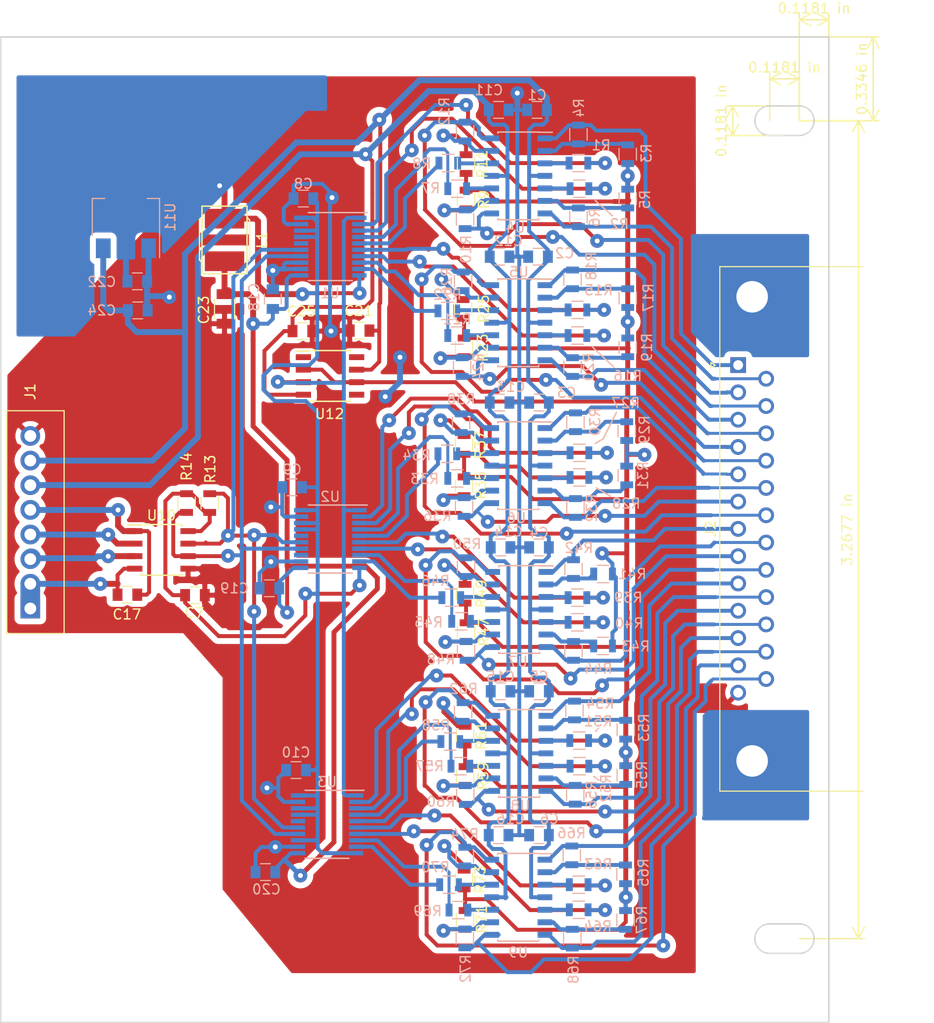
<source format=kicad_pcb>
(kicad_pcb (version 20171130) (host pcbnew "(5.1.2)-1")
  (layers (0 F.Cu signal) (31 B.Cu signal) (34 B.Paste user hide) (35 F.Paste user hide) (36 B.SilkS user) (37 F.SilkS user) (38 B.Mask user) (39 F.Mask user) (44 Edge.Cuts user))
  (net 0 "")
  (net 1 V+)
  (net 2 GNDA)
  (net 3 +5V)
  (net 4 V-)
  (net 5 "Net-(C17-Pad1)")
  (net 6 "Net-(C17-Pad2)")
  (net 7 +5VA)
  (net 8 "Net-(J1-Pad3)")
  (net 9 /out0)
  (net 10 /out2)
  (net 11 /out4)
  (net 12 /out6)
  (net 13 /out8)
  (net 14 /out10)
  (net 15 /out12)
  (net 16 /out14)
  (net 17 /out16)
  (net 18 /out18)
  (net 19 /out20)
  (net 20 /out22)
  (net 21 /out1)
  (net 22 /out3)
  (net 23 /out5)
  (net 24 /out7)
  (net 25 /out9)
  (net 26 /out11)
  (net 27 /out13)
  (net 28 /out15)
  (net 29 /out17)
  (net 30 /out19)
  (net 31 /out21)
  (net 32 /out23)
  (net 33 "Net-(R1-Pad1)")
  (net 34 /0)
  (net 35 "Net-(R2-Pad1)")
  (net 36 /1)
  (net 37 "Net-(R3-Pad1)")
  (net 38 REF_BUF)
  (net 39 "Net-(R5-Pad1)")
  (net 40 "Net-(R7-Pad1)")
  (net 41 /2)
  (net 42 "Net-(R8-Pad1)")
  (net 43 /3)
  (net 44 "Net-(R10-Pad2)")
  (net 45 "Net-(R11-Pad1)")
  (net 46 /SDA)
  (net 47 /SCL)
  (net 48 "Net-(R15-Pad1)")
  (net 49 /4)
  (net 50 "Net-(R16-Pad1)")
  (net 51 /5)
  (net 52 "Net-(R17-Pad1)")
  (net 53 "Net-(R19-Pad1)")
  (net 54 "Net-(R21-Pad1)")
  (net 55 /6)
  (net 56 "Net-(R22-Pad1)")
  (net 57 /7)
  (net 58 "Net-(R23-Pad1)")
  (net 59 "Net-(R25-Pad1)")
  (net 60 "Net-(R27-Pad1)")
  (net 61 /8)
  (net 62 "Net-(R28-Pad1)")
  (net 63 /9)
  (net 64 "Net-(R29-Pad1)")
  (net 65 "Net-(R31-Pad1)")
  (net 66 "Net-(R33-Pad1)")
  (net 67 /10)
  (net 68 "Net-(R34-Pad1)")
  (net 69 /11)
  (net 70 "Net-(R35-Pad1)")
  (net 71 "Net-(R37-Pad1)")
  (net 72 "Net-(R39-Pad1)")
  (net 73 /12)
  (net 74 "Net-(R40-Pad1)")
  (net 75 /13)
  (net 76 "Net-(R41-Pad1)")
  (net 77 "Net-(R43-Pad1)")
  (net 78 "Net-(R45-Pad1)")
  (net 79 /14)
  (net 80 "Net-(R46-Pad1)")
  (net 81 /15)
  (net 82 "Net-(R47-Pad1)")
  (net 83 "Net-(R49-Pad1)")
  (net 84 "Net-(R51-Pad1)")
  (net 85 /16)
  (net 86 "Net-(R52-Pad1)")
  (net 87 /17)
  (net 88 "Net-(R53-Pad1)")
  (net 89 "Net-(R55-Pad1)")
  (net 90 "Net-(R57-Pad1)")
  (net 91 /18)
  (net 92 "Net-(R58-Pad1)")
  (net 93 /19)
  (net 94 "Net-(R59-Pad1)")
  (net 95 "Net-(R61-Pad1)")
  (net 96 "Net-(R63-Pad1)")
  (net 97 /20)
  (net 98 "Net-(R64-Pad1)")
  (net 99 /21)
  (net 100 "Net-(R65-Pad1)")
  (net 101 "Net-(R67-Pad1)")
  (net 102 "Net-(R69-Pad1)")
  (net 103 /22)
  (net 104 "Net-(R70-Pad1)")
  (net 105 /23)
  (net 106 "Net-(R71-Pad1)")
  (net 107 "Net-(R73-Pad1)")
  (net 108 /ref)
  (net 109 "Net-(J1-Pad4)")
  (net 110 /GND)
  (module dsub:DSUB-25_Female_Horizontal_P2.77x2.84mm_EdgePinOffset9.90mm_Housed_MountingHolesOffset11.32mm (layer F.Cu) (at 189.8 78.3 90)
    (fp_text reference J2 (at -16.62 -2.8 90) (layer F.SilkS))
    (fp_text value DB25_FEMALE_MountingHoles)
    (pad 0 thru_hole circle (at 6.93 1.42 90) (size 4 4) (drill 3.2) (layers *.Cu *.Mask) (net 110 /GND))
    (pad 0 thru_hole circle (at -40.17 1.42 90) (size 4 4) (drill 3.2) (layers *.Cu *.Mask) (net 110 /GND))
    (pad 25 thru_hole circle (at -31.855 2.84 90) (size 1.6 1.6) (drill 1) (layers *.Cu *.Mask) (net 32 /out23))
    (pad 24 thru_hole circle (at -29.085 2.84 90) (size 1.6 1.6) (drill 1) (layers *.Cu *.Mask) (net 31 /out21))
    (pad 23 thru_hole circle (at -26.315 2.84 90) (size 1.6 1.6) (drill 1) (layers *.Cu *.Mask) (net 30 /out19))
    (pad 22 thru_hole circle (at -23.545 2.84 90) (size 1.6 1.6) (drill 1) (layers *.Cu *.Mask) (net 29 /out17))
    (pad 21 thru_hole circle (at -20.775 2.84 90) (size 1.6 1.6) (drill 1) (layers *.Cu *.Mask) (net 28 /out15))
    (pad 20 thru_hole circle (at -18.005 2.84 90) (size 1.6 1.6) (drill 1) (layers *.Cu *.Mask) (net 27 /out13))
    (pad 19 thru_hole circle (at -15.235 2.84 90) (size 1.6 1.6) (drill 1) (layers *.Cu *.Mask) (net 26 /out11))
    (pad 18 thru_hole circle (at -12.465 2.84 90) (size 1.6 1.6) (drill 1) (layers *.Cu *.Mask) (net 25 /out9))
    (pad 17 thru_hole circle (at -9.695 2.84 90) (size 1.6 1.6) (drill 1) (layers *.Cu *.Mask) (net 24 /out7))
    (pad 16 thru_hole circle (at -6.925 2.84 90) (size 1.6 1.6) (drill 1) (layers *.Cu *.Mask) (net 23 /out5))
    (pad 15 thru_hole circle (at -4.155 2.84 90) (size 1.6 1.6) (drill 1) (layers *.Cu *.Mask) (net 22 /out3))
    (pad 14 thru_hole circle (at -1.385 2.84 90) (size 1.6 1.6) (drill 1) (layers *.Cu *.Mask) (net 21 /out1))
    (pad 13 thru_hole circle (at -33.24 0 90) (size 1.6 1.6) (drill 1) (layers *.Cu *.Mask) (net 2 GNDA))
    (pad 12 thru_hole circle (at -30.47 0 90) (size 1.6 1.6) (drill 1) (layers *.Cu *.Mask) (net 20 /out22))
    (pad 11 thru_hole circle (at -27.7 0 90) (size 1.6 1.6) (drill 1) (layers *.Cu *.Mask) (net 19 /out20))
    (pad 10 thru_hole circle (at -24.93 0 90) (size 1.6 1.6) (drill 1) (layers *.Cu *.Mask) (net 18 /out18))
    (pad 9 thru_hole circle (at -22.16 0 90) (size 1.6 1.6) (drill 1) (layers *.Cu *.Mask) (net 17 /out16))
    (pad 8 thru_hole circle (at -19.39 0 90) (size 1.6 1.6) (drill 1) (layers *.Cu *.Mask) (net 16 /out14))
    (pad 7 thru_hole circle (at -16.62 0 90) (size 1.6 1.6) (drill 1) (layers *.Cu *.Mask) (net 15 /out12))
    (pad 6 thru_hole circle (at -13.85 0 90) (size 1.6 1.6) (drill 1) (layers *.Cu *.Mask) (net 14 /out10))
    (pad 5 thru_hole circle (at -11.08 0 90) (size 1.6 1.6) (drill 1) (layers *.Cu *.Mask) (net 13 /out8))
    (pad 4 thru_hole circle (at -8.31 0 90) (size 1.6 1.6) (drill 1) (layers *.Cu *.Mask) (net 12 /out6))
    (pad 3 thru_hole circle (at -5.54 0 90) (size 1.6 1.6) (drill 1) (layers *.Cu *.Mask) (net 11 /out4))
    (pad 2 thru_hole circle (at -2.77 0 90) (size 1.6 1.6) (drill 1) (layers *.Cu *.Mask) (net 10 /out2))
    (pad 1 thru_hole rect (at 0 0 90) (size 1.6 1.6) (drill 1) (layers *.Cu *.Mask) (net 9 /out0))
  )
  (module Capacitors_SMD:C_0805 (layer B.Cu) (at 169.4 52.4 180)
    (fp_text reference C1 (at 0 1.5 180) (layer B.SilkS) (effects (justify mirror)))
    (fp_text value C)
    (pad 1 smd rect (at -1 0 180) (size 1 1.25) (layers B.Cu B.Paste B.Mask) (net 1 V+))
    (pad 2 smd rect (at 1 0 180) (size 1 1.25) (layers B.Cu B.Paste B.Mask) (net 2 GNDA))
  )
  (module Capacitors_SMD:C_0805 (layer B.Cu) (at 169.5 67.3 180)
    (fp_text reference C2 (at -2.7 0.35 180) (layer B.SilkS) (effects (justify mirror)))
    (fp_text value C)
    (pad 1 smd rect (at -1 0 180) (size 1 1.25) (layers B.Cu B.Paste B.Mask) (net 1 V+))
    (pad 2 smd rect (at 1 0 180) (size 1 1.25) (layers B.Cu B.Paste B.Mask) (net 2 GNDA))
  )
  (module Capacitors_SMD:C_0805 (layer B.Cu) (at 169.6 82.1 180)
    (fp_text reference C3 (at -2.8 1 180) (layer B.SilkS) (effects (justify mirror)))
    (fp_text value C)
    (pad 1 smd rect (at -1 0 180) (size 1 1.25) (layers B.Cu B.Paste B.Mask) (net 1 V+))
    (pad 2 smd rect (at 1 0 180) (size 1 1.25) (layers B.Cu B.Paste B.Mask) (net 2 GNDA))
  )
  (module Capacitors_SMD:C_0805 (layer B.Cu) (at 169.6 96.8 180)
    (fp_text reference C4 (at 0 1.5 180) (layer B.SilkS) (effects (justify mirror)))
    (fp_text value C)
    (pad 1 smd rect (at -1 0 180) (size 1 1.25) (layers B.Cu B.Paste B.Mask) (net 1 V+))
    (pad 2 smd rect (at 1 0 180) (size 1 1.25) (layers B.Cu B.Paste B.Mask) (net 2 GNDA))
  )
  (module Capacitors_SMD:C_0805 (layer B.Cu) (at 169.6 111.4 180)
    (fp_text reference C5 (at 0 1.5 180) (layer B.SilkS) (effects (justify mirror)))
    (fp_text value C)
    (pad 1 smd rect (at -1 0 180) (size 1 1.25) (layers B.Cu B.Paste B.Mask) (net 1 V+))
    (pad 2 smd rect (at 1 0 180) (size 1 1.25) (layers B.Cu B.Paste B.Mask) (net 2 GNDA))
  )
  (module Capacitors_SMD:C_0805 (layer B.Cu) (at 169.6 126 180)
    (fp_text reference C6 (at -1.05 1.65 180) (layer B.SilkS) (effects (justify mirror)))
    (fp_text value C)
    (pad 1 smd rect (at -1 0 180) (size 1 1.25) (layers B.Cu B.Paste B.Mask) (net 1 V+))
    (pad 2 smd rect (at 1 0 180) (size 1 1.25) (layers B.Cu B.Paste B.Mask) (net 2 GNDA))
  )
  (module Capacitors_SMD:C_0805 (layer F.Cu) (at 134.7 101.65)
    (fp_text reference C7 (at -0.05 1.8) (layer F.SilkS))
    (fp_text value C)
    (pad 1 smd rect (at -1 0) (size 1 1.25) (layers F.Cu F.Paste F.Mask) (net 3 +5V))
    (pad 2 smd rect (at 1 0) (size 1 1.25) (layers F.Cu F.Paste F.Mask) (net 2 GNDA))
  )
  (module Capacitors_SMD:C_0805 (layer B.Cu) (at 145.7 61.4 180)
    (fp_text reference C8 (at 0 1.5 180) (layer B.SilkS) (effects (justify mirror)))
    (fp_text value C)
    (pad 1 smd rect (at -1 0 180) (size 1 1.25) (layers B.Cu B.Paste B.Mask) (net 3 +5V))
    (pad 2 smd rect (at 1 0 180) (size 1 1.25) (layers B.Cu B.Paste B.Mask) (net 2 GNDA))
  )
  (module Capacitors_SMD:C_0805 (layer B.Cu) (at 144.55 90.7 180)
    (fp_text reference C9 (at 0 1.8 180) (layer B.SilkS) (effects (justify mirror)))
    (fp_text value C)
    (pad 1 smd rect (at -1 0 180) (size 1 1.25) (layers B.Cu B.Paste B.Mask) (net 3 +5V))
    (pad 2 smd rect (at 1 0 180) (size 1 1.25) (layers B.Cu B.Paste B.Mask) (net 2 GNDA))
  )
  (module Capacitors_SMD:C_0805 (layer B.Cu) (at 144.95 119.4 180)
    (fp_text reference C10 (at 0 1.8 180) (layer B.SilkS) (effects (justify mirror)))
    (fp_text value C)
    (pad 1 smd rect (at -1 0 180) (size 1 1.25) (layers B.Cu B.Paste B.Mask) (net 3 +5V))
    (pad 2 smd rect (at 1 0 180) (size 1 1.25) (layers B.Cu B.Paste B.Mask) (net 2 GNDA))
  )
  (module Capacitors_SMD:C_0805 (layer B.Cu) (at 165.5 52.4 180)
    (fp_text reference C11 (at 1 2 180) (layer B.SilkS) (effects (justify mirror)))
    (fp_text value C)
    (pad 1 smd rect (at -1 0 180) (size 1 1.25) (layers B.Cu B.Paste B.Mask) (net 2 GNDA))
    (pad 2 smd rect (at 1 0 180) (size 1 1.25) (layers B.Cu B.Paste B.Mask) (net 4 V-))
  )
  (module Capacitors_SMD:C_0805 (layer B.Cu) (at 165.6 67.3 180)
    (fp_text reference C12 (at -0.9 1.6 180) (layer B.SilkS) (effects (justify mirror)))
    (fp_text value C)
    (pad 1 smd rect (at -1 0 180) (size 1 1.25) (layers B.Cu B.Paste B.Mask) (net 2 GNDA))
    (pad 2 smd rect (at 1 0 180) (size 1 1.25) (layers B.Cu B.Paste B.Mask) (net 4 V-))
  )
  (module Capacitors_SMD:C_0805 (layer B.Cu) (at 165.6 82.1 180)
    (fp_text reference C13 (at -1.15 1.6 180) (layer B.SilkS) (effects (justify mirror)))
    (fp_text value C)
    (pad 1 smd rect (at -1 0 180) (size 1 1.25) (layers B.Cu B.Paste B.Mask) (net 2 GNDA))
    (pad 2 smd rect (at 1 0 180) (size 1 1.25) (layers B.Cu B.Paste B.Mask) (net 4 V-))
  )
  (module Capacitors_SMD:C_0805 (layer B.Cu) (at 165.7 96.8 180)
    (fp_text reference C14 (at -0.8 1.6 180) (layer B.SilkS) (effects (justify mirror)))
    (fp_text value C)
    (pad 1 smd rect (at -1 0 180) (size 1 1.25) (layers B.Cu B.Paste B.Mask) (net 2 GNDA))
    (pad 2 smd rect (at 1 0 180) (size 1 1.25) (layers B.Cu B.Paste B.Mask) (net 4 V-))
  )
  (module Capacitors_SMD:C_0805 (layer B.Cu) (at 165.7 111.4 180)
    (fp_text reference C15 (at 0 1.5 180) (layer B.SilkS) (effects (justify mirror)))
    (fp_text value C)
    (pad 1 smd rect (at -1 0 180) (size 1 1.25) (layers B.Cu B.Paste B.Mask) (net 2 GNDA))
    (pad 2 smd rect (at 1 0 180) (size 1 1.25) (layers B.Cu B.Paste B.Mask) (net 4 V-))
  )
  (module Capacitors_SMD:C_0805 (layer B.Cu) (at 165.5 126 180)
    (fp_text reference C16 (at -1.2 1.65 180) (layer B.SilkS) (effects (justify mirror)))
    (fp_text value C)
    (pad 1 smd rect (at -1 0 180) (size 1 1.25) (layers B.Cu B.Paste B.Mask) (net 2 GNDA))
    (pad 2 smd rect (at 1 0 180) (size 1 1.25) (layers B.Cu B.Paste B.Mask) (net 4 V-))
  )
  (module Capacitors_SMD:C_0805 (layer F.Cu) (at 127.85 101.6)
    (fp_text reference C17 (at -0.05 2) (layer F.SilkS))
    (fp_text value C)
    (pad 1 smd rect (at -1 0) (size 1 1.25) (layers F.Cu F.Paste F.Mask) (net 5 "Net-(C17-Pad1)"))
    (pad 2 smd rect (at 1 0) (size 1 1.25) (layers F.Cu F.Paste F.Mask) (net 6 "Net-(C17-Pad2)"))
  )
  (module Capacitors_SMD:C_0805 (layer B.Cu) (at 142.6 71.6 90)
    (fp_text reference C18 (at 0.2 -1.9 90) (layer B.SilkS) (effects (justify mirror)))
    (fp_text value C)
    (pad 1 smd rect (at -1 0 90) (size 1 1.25) (layers B.Cu B.Paste B.Mask) (net 7 +5VA))
    (pad 2 smd rect (at 1 0 90) (size 1 1.25) (layers B.Cu B.Paste B.Mask) (net 2 GNDA))
  )
  (module Capacitors_SMD:C_0805 (layer B.Cu) (at 142.25 100.95 180)
    (fp_text reference C19 (at 3.55 0 180) (layer B.SilkS) (effects (justify mirror)))
    (fp_text value C)
    (pad 1 smd rect (at -1 0 180) (size 1 1.25) (layers B.Cu B.Paste B.Mask) (net 7 +5VA))
    (pad 2 smd rect (at 1 0 180) (size 1 1.25) (layers B.Cu B.Paste B.Mask) (net 2 GNDA))
  )
  (module Capacitors_SMD:C_0805 (layer B.Cu) (at 141.85 129.75 180)
    (fp_text reference C20 (at -0.1 -1.75 180) (layer B.SilkS) (effects (justify mirror)))
    (fp_text value C)
    (pad 1 smd rect (at -1 0 180) (size 1 1.25) (layers B.Cu B.Paste B.Mask) (net 7 +5VA))
    (pad 2 smd rect (at 1 0 180) (size 1 1.25) (layers B.Cu B.Paste B.Mask) (net 2 GNDA))
  )
  (module Capacitors_SMD:C_0805 (layer F.Cu) (at 151.4 74.8 180)
    (fp_text reference C21 (at 0.1 2 180) (layer F.SilkS))
    (fp_text value C)
    (pad 1 smd rect (at -1 0 180) (size 1 1.25) (layers F.Cu F.Paste F.Mask) (net 1 V+))
    (pad 2 smd rect (at 1 0 180) (size 1 1.25) (layers F.Cu F.Paste F.Mask) (net 2 GNDA))
  )
  (module Capacitors_SMD:C_0805 (layer B.Cu) (at 128.85 69.8)
    (fp_text reference C22 (at -3.6 0.05) (layer B.SilkS) (effects (justify mirror)))
    (fp_text value C)
    (pad 1 smd rect (at -1 0) (size 1 1.25) (layers B.Cu B.Paste B.Mask) (net 3 +5V))
    (pad 2 smd rect (at 1 0) (size 1 1.25) (layers B.Cu B.Paste B.Mask) (net 2 GNDA))
  )
  (module Capacitors_SMD:C_0805 (layer B.Cu) (at 128.9 72.75)
    (fp_text reference C24 (at -3.65 0) (layer B.SilkS) (effects (justify mirror)))
    (fp_text value C)
    (pad 1 smd rect (at -1 0) (size 1 1.25) (layers B.Cu B.Paste B.Mask) (net 1 V+))
    (pad 2 smd rect (at 1 0) (size 1 1.25) (layers B.Cu B.Paste B.Mask) (net 2 GNDA))
  )
  (module Capacitors_SMD:C_0805 (layer F.Cu) (at 145.6 74.85 180)
    (fp_text reference C25 (at 0.1 2 180) (layer F.SilkS))
    (fp_text value C)
    (pad 1 smd rect (at -1 0 180) (size 1 1.25) (layers F.Cu F.Paste F.Mask) (net 2 GNDA))
    (pad 2 smd rect (at 1 0 180) (size 1 1.25) (layers F.Cu F.Paste F.Mask) (net 4 V-))
  )
  (module Choke_SMD:Choke_SMD_Taiyo_NRS50XX-Handsoldering (layer F.Cu) (at 137.7 65.6 270)
    (fp_text reference L1 (at 0 -3.81 270) (layer F.SilkS))
    (fp_text value L)
    (pad 1 smd rect (at -2.159 0 270) (size 2 4) (layers F.Cu F.Paste F.Mask) (net 3 +5V))
    (pad 2 smd rect (at 2.159 0 270) (size 2 4) (layers F.Cu F.Paste F.Mask) (net 7 +5VA))
  )
  (module Resistors_SMD:R_0805 (layer B.Cu) (at 173.6 57.8)
    (fp_text reference R1 (at 2.3 -1.8) (layer B.SilkS) (effects (justify mirror)))
    (fp_text value R)
    (pad 1 smd rect (at -0.95 0) (size 0.7 1.3) (layers B.Cu B.Paste B.Mask) (net 33 "Net-(R1-Pad1)"))
    (pad 2 smd rect (at 0.95 0) (size 0.7 1.3) (layers B.Cu B.Paste B.Mask) (net 34 /0))
  )
  (module Resistors_SMD:R_0805 (layer B.Cu) (at 173.7 60.4)
    (fp_text reference R2 (at 4.05 3.6) (layer B.SilkS) (effects (justify mirror)))
    (fp_text value R)
    (pad 1 smd rect (at -0.95 0) (size 0.7 1.3) (layers B.Cu B.Paste B.Mask) (net 35 "Net-(R2-Pad1)"))
    (pad 2 smd rect (at 0.95 0) (size 0.7 1.3) (layers B.Cu B.Paste B.Mask) (net 36 /1))
  )
  (module Resistors_SMD:R_0805 (layer B.Cu) (at 178.6 56.9 270)
    (fp_text reference R3 (at -0.1 -1.9 270) (layer B.SilkS) (effects (justify mirror)))
    (fp_text value R)
    (pad 1 smd rect (at -0.95 0 270) (size 0.7 1.3) (layers B.Cu B.Paste B.Mask) (net 37 "Net-(R3-Pad1)"))
    (pad 2 smd rect (at 0.95 0 270) (size 0.7 1.3) (layers B.Cu B.Paste B.Mask) (net 38 REF_BUF))
  )
  (module Resistors_SMD:R_0805 (layer B.Cu) (at 173.6 54.9 270)
    (fp_text reference R4 (at -2.7 -0.05 270) (layer B.SilkS) (effects (justify mirror)))
    (fp_text value R)
    (pad 1 smd rect (at -0.95 0 270) (size 0.7 1.3) (layers B.Cu B.Paste B.Mask) (net 9 /out0))
    (pad 2 smd rect (at 0.95 0 270) (size 0.7 1.3) (layers B.Cu B.Paste B.Mask) (net 37 "Net-(R3-Pad1)"))
  )
  (module Resistors_SMD:R_0805 (layer B.Cu) (at 178.6 61.4 90)
    (fp_text reference R5 (at -0.1 1.75 90) (layer B.SilkS) (effects (justify mirror)))
    (fp_text value R)
    (pad 1 smd rect (at -0.95 0 90) (size 0.7 1.3) (layers B.Cu B.Paste B.Mask) (net 39 "Net-(R5-Pad1)"))
    (pad 2 smd rect (at 0.95 0 90) (size 0.7 1.3) (layers B.Cu B.Paste B.Mask) (net 38 REF_BUF))
  )
  (module Resistors_SMD:R_0805 (layer B.Cu) (at 173.6 63.3 90)
    (fp_text reference R6 (at 0 1.65 90) (layer B.SilkS) (effects (justify mirror)))
    (fp_text value R)
    (pad 1 smd rect (at -0.95 0 90) (size 0.7 1.3) (layers B.Cu B.Paste B.Mask) (net 21 /out1))
    (pad 2 smd rect (at 0.95 0 90) (size 0.7 1.3) (layers B.Cu B.Paste B.Mask) (net 39 "Net-(R5-Pad1)"))
  )
  (module Resistors_SMD:R_0805 (layer B.Cu) (at 161.3 60.4 180)
    (fp_text reference R7 (at 2.7 0.05 180) (layer B.SilkS) (effects (justify mirror)))
    (fp_text value R)
    (pad 1 smd rect (at -0.95 0 180) (size 0.7 1.3) (layers B.Cu B.Paste B.Mask) (net 40 "Net-(R7-Pad1)"))
    (pad 2 smd rect (at 0.95 0 180) (size 0.7 1.3) (layers B.Cu B.Paste B.Mask) (net 41 /2))
  )
  (module Resistors_SMD:R_0805 (layer B.Cu) (at 160.4 57.8 180)
    (fp_text reference R8 (at 2.7 -0.05 180) (layer B.SilkS) (effects (justify mirror)))
    (fp_text value R)
    (pad 1 smd rect (at -0.95 0 180) (size 0.7 1.3) (layers B.Cu B.Paste B.Mask) (net 42 "Net-(R8-Pad1)"))
    (pad 2 smd rect (at 0.95 0 180) (size 0.7 1.3) (layers B.Cu B.Paste B.Mask) (net 43 /3))
  )
  (module Resistors_SMD:R_0805 (layer F.Cu) (at 162.2 61.5 90)
    (fp_text reference R9 (at 0 1.8 90) (layer F.SilkS))
    (fp_text value R)
    (pad 1 smd rect (at -0.95 0 90) (size 0.7 1.3) (layers F.Cu F.Paste F.Mask) (net 44 "Net-(R10-Pad2)"))
    (pad 2 smd rect (at 0.95 0 90) (size 0.7 1.3) (layers F.Cu F.Paste F.Mask) (net 38 REF_BUF))
  )
  (module Resistors_SMD:R_0805 (layer B.Cu) (at 162.1 63.5 90)
    (fp_text reference R10 (at -3.05 0.1 90) (layer B.SilkS) (effects (justify mirror)))
    (fp_text value R)
    (pad 1 smd rect (at -0.95 0 90) (size 0.7 1.3) (layers B.Cu B.Paste B.Mask) (net 10 /out2))
    (pad 2 smd rect (at 0.95 0 90) (size 0.7 1.3) (layers B.Cu B.Paste B.Mask) (net 44 "Net-(R10-Pad2)"))
  )
  (module Resistors_SMD:R_0805 (layer F.Cu) (at 162.2 57.9 270)
    (fp_text reference R11 (at 0 -1.65 270) (layer F.SilkS))
    (fp_text value R)
    (pad 1 smd rect (at -0.95 0 270) (size 0.7 1.3) (layers F.Cu F.Paste F.Mask) (net 45 "Net-(R11-Pad1)"))
    (pad 2 smd rect (at 0.95 0 270) (size 0.7 1.3) (layers F.Cu F.Paste F.Mask) (net 38 REF_BUF))
  )
  (module Resistors_SMD:R_0805 (layer B.Cu) (at 162.1 54.6 270)
    (fp_text reference R12 (at -2.05 2.1 270) (layer B.SilkS) (effects (justify mirror)))
    (fp_text value R)
    (pad 1 smd rect (at -0.95 0 270) (size 0.7 1.3) (layers B.Cu B.Paste B.Mask) (net 22 /out3))
    (pad 2 smd rect (at 0.95 0 270) (size 0.7 1.3) (layers B.Cu B.Paste B.Mask) (net 45 "Net-(R11-Pad1)"))
  )
  (module Resistors_SMD:R_0805 (layer F.Cu) (at 136.2 92.3 90)
    (fp_text reference R13 (at 3.45 0.05 90) (layer F.SilkS))
    (fp_text value R)
    (pad 1 smd rect (at -0.95 0 90) (size 0.7 1.3) (layers F.Cu F.Paste F.Mask) (net 3 +5V))
    (pad 2 smd rect (at 0.95 0 90) (size 0.7 1.3) (layers F.Cu F.Paste F.Mask) (net 46 /SDA))
  )
  (module Resistors_SMD:R_0805 (layer F.Cu) (at 133.85 92.3 270)
    (fp_text reference R14 (at -3.7 0 270) (layer F.SilkS))
    (fp_text value R)
    (pad 1 smd rect (at -0.95 0 270) (size 0.7 1.3) (layers F.Cu F.Paste F.Mask) (net 3 +5V))
    (pad 2 smd rect (at 0.95 0 270) (size 0.7 1.3) (layers F.Cu F.Paste F.Mask) (net 47 /SCL))
  )
  (module Resistors_SMD:R_0805 (layer B.Cu) (at 173.5 72.7)
    (fp_text reference R15 (at 2.15 -2) (layer B.SilkS) (effects (justify mirror)))
    (fp_text value R)
    (pad 1 smd rect (at -0.95 0) (size 0.7 1.3) (layers B.Cu B.Paste B.Mask) (net 48 "Net-(R15-Pad1)"))
    (pad 2 smd rect (at 0.95 0) (size 0.7 1.3) (layers B.Cu B.Paste B.Mask) (net 49 /4))
  )
  (module Resistors_SMD:R_0805 (layer B.Cu) (at 173.5 75.3)
    (fp_text reference R16 (at 5.1 4.1) (layer B.SilkS) (effects (justify mirror)))
    (fp_text value R)
    (pad 1 smd rect (at -0.95 0) (size 0.7 1.3) (layers B.Cu B.Paste B.Mask) (net 50 "Net-(R16-Pad1)"))
    (pad 2 smd rect (at 0.95 0) (size 0.7 1.3) (layers B.Cu B.Paste B.Mask) (net 51 /5))
  )
  (module Resistors_SMD:R_0805 (layer B.Cu) (at 178.6 71.5 270)
    (fp_text reference R17 (at -0.05 -2.1 270) (layer B.SilkS) (effects (justify mirror)))
    (fp_text value R)
    (pad 1 smd rect (at -0.95 0 270) (size 0.7 1.3) (layers B.Cu B.Paste B.Mask) (net 52 "Net-(R17-Pad1)"))
    (pad 2 smd rect (at 0.95 0 270) (size 0.7 1.3) (layers B.Cu B.Paste B.Mask) (net 38 REF_BUF))
  )
  (module Resistors_SMD:R_0805 (layer B.Cu) (at 173 69.6 270)
    (fp_text reference R18 (at -1.35 -1.9 270) (layer B.SilkS) (effects (justify mirror)))
    (fp_text value R)
    (pad 1 smd rect (at -0.95 0 270) (size 0.7 1.3) (layers B.Cu B.Paste B.Mask) (net 11 /out4))
    (pad 2 smd rect (at 0.95 0 270) (size 0.7 1.3) (layers B.Cu B.Paste B.Mask) (net 52 "Net-(R17-Pad1)"))
  )
  (module Resistors_SMD:R_0805 (layer B.Cu) (at 178.6 76.5 90)
    (fp_text reference R19 (at 0 1.95 90) (layer B.SilkS) (effects (justify mirror)))
    (fp_text value R)
    (pad 1 smd rect (at -0.95 0 90) (size 0.7 1.3) (layers B.Cu B.Paste B.Mask) (net 53 "Net-(R19-Pad1)"))
    (pad 2 smd rect (at 0.95 0 90) (size 0.7 1.3) (layers B.Cu B.Paste B.Mask) (net 38 REF_BUF))
  )
  (module Resistors_SMD:R_0805 (layer B.Cu) (at 173 78.5 90)
    (fp_text reference R20 (at 0 1.65 90) (layer B.SilkS) (effects (justify mirror)))
    (fp_text value R)
    (pad 1 smd rect (at -0.95 0 90) (size 0.7 1.3) (layers B.Cu B.Paste B.Mask) (net 23 /out5))
    (pad 2 smd rect (at 0.95 0 90) (size 0.7 1.3) (layers B.Cu B.Paste B.Mask) (net 53 "Net-(R19-Pad1)"))
  )
  (module Resistors_SMD:R_0805 (layer B.Cu) (at 161.3 75.3 180)
    (fp_text reference R21 (at 0 1.65 180) (layer B.SilkS) (effects (justify mirror)))
    (fp_text value R)
    (pad 1 smd rect (at -0.95 0 180) (size 0.7 1.3) (layers B.Cu B.Paste B.Mask) (net 54 "Net-(R21-Pad1)"))
    (pad 2 smd rect (at 0.95 0 180) (size 0.7 1.3) (layers B.Cu B.Paste B.Mask) (net 55 /6))
  )
  (module Resistors_SMD:R_0805 (layer B.Cu) (at 160.3 72.8 180)
    (fp_text reference R22 (at 0 1.65 180) (layer B.SilkS) (effects (justify mirror)))
    (fp_text value R)
    (pad 1 smd rect (at -0.95 0 180) (size 0.7 1.3) (layers B.Cu B.Paste B.Mask) (net 56 "Net-(R22-Pad1)"))
    (pad 2 smd rect (at 0.95 0 180) (size 0.7 1.3) (layers B.Cu B.Paste B.Mask) (net 57 /7))
  )
  (module Resistors_SMD:R_0805 (layer F.Cu) (at 162 76.5 90)
    (fp_text reference R23 (at -0.05 1.9 90) (layer F.SilkS))
    (fp_text value R)
    (pad 1 smd rect (at -0.95 0 90) (size 0.7 1.3) (layers F.Cu F.Paste F.Mask) (net 58 "Net-(R23-Pad1)"))
    (pad 2 smd rect (at 0.95 0 90) (size 0.7 1.3) (layers F.Cu F.Paste F.Mask) (net 38 REF_BUF))
  )
  (module Resistors_SMD:R_0805 (layer B.Cu) (at 161.8 78.5 90)
    (fp_text reference R24 (at 0 1.65 90) (layer B.SilkS) (effects (justify mirror)))
    (fp_text value R)
    (pad 1 smd rect (at -0.95 0 90) (size 0.7 1.3) (layers B.Cu B.Paste B.Mask) (net 12 /out6))
    (pad 2 smd rect (at 0.95 0 90) (size 0.7 1.3) (layers B.Cu B.Paste B.Mask) (net 58 "Net-(R23-Pad1)"))
  )
  (module Resistors_SMD:R_0805 (layer F.Cu) (at 161.9 72.6 270)
    (fp_text reference R25 (at 0 -2.1 270) (layer F.SilkS))
    (fp_text value R)
    (pad 1 smd rect (at -0.95 0 270) (size 0.7 1.3) (layers F.Cu F.Paste F.Mask) (net 59 "Net-(R25-Pad1)"))
    (pad 2 smd rect (at 0.95 0 270) (size 0.7 1.3) (layers F.Cu F.Paste F.Mask) (net 38 REF_BUF))
  )
  (module Resistors_SMD:R_0805 (layer B.Cu) (at 161.9 69.8 270)
    (fp_text reference R26 (at 0 1.65 270) (layer B.SilkS) (effects (justify mirror)))
    (fp_text value R)
    (pad 1 smd rect (at -0.95 0 270) (size 0.7 1.3) (layers B.Cu B.Paste B.Mask) (net 24 /out7))
    (pad 2 smd rect (at 0.95 0 270) (size 0.7 1.3) (layers B.Cu B.Paste B.Mask) (net 59 "Net-(R25-Pad1)"))
  )
  (module Resistors_SMD:R_0805 (layer B.Cu) (at 173.7 87.2)
    (fp_text reference R27 (at 4.7 -5.05) (layer B.SilkS) (effects (justify mirror)))
    (fp_text value R)
    (pad 1 smd rect (at -0.95 0) (size 0.7 1.3) (layers B.Cu B.Paste B.Mask) (net 60 "Net-(R27-Pad1)"))
    (pad 2 smd rect (at 0.95 0) (size 0.7 1.3) (layers B.Cu B.Paste B.Mask) (net 61 /8))
  )
  (module Resistors_SMD:R_0805 (layer B.Cu) (at 173.7 89.7)
    (fp_text reference R28 (at 4.75 2.65) (layer B.SilkS) (effects (justify mirror)))
    (fp_text value R)
    (pad 1 smd rect (at -0.95 0) (size 0.7 1.3) (layers B.Cu B.Paste B.Mask) (net 62 "Net-(R28-Pad1)"))
    (pad 2 smd rect (at 0.95 0) (size 0.7 1.3) (layers B.Cu B.Paste B.Mask) (net 63 /9))
  )
  (module Resistors_SMD:R_0805 (layer B.Cu) (at 178.5 85 270)
    (fp_text reference R29 (at -0.15 -1.8 270) (layer B.SilkS) (effects (justify mirror)))
    (fp_text value R)
    (pad 1 smd rect (at -0.95 0 270) (size 0.7 1.3) (layers B.Cu B.Paste B.Mask) (net 64 "Net-(R29-Pad1)"))
    (pad 2 smd rect (at 0.95 0 270) (size 0.7 1.3) (layers B.Cu B.Paste B.Mask) (net 38 REF_BUF))
  )
  (module Resistors_SMD:R_0805 (layer B.Cu) (at 173.3 84.1 270)
    (fp_text reference R30 (at -0.05 -2 270) (layer B.SilkS) (effects (justify mirror)))
    (fp_text value R)
    (pad 1 smd rect (at -0.95 0 270) (size 0.7 1.3) (layers B.Cu B.Paste B.Mask) (net 13 /out8))
    (pad 2 smd rect (at 0.95 0 270) (size 0.7 1.3) (layers B.Cu B.Paste B.Mask) (net 64 "Net-(R29-Pad1)"))
  )
  (module Resistors_SMD:R_0805 (layer B.Cu) (at 178.5 89.5 90)
    (fp_text reference R31 (at 0 1.65 90) (layer B.SilkS) (effects (justify mirror)))
    (fp_text value R)
    (pad 1 smd rect (at -0.95 0 90) (size 0.7 1.3) (layers B.Cu B.Paste B.Mask) (net 65 "Net-(R31-Pad1)"))
    (pad 2 smd rect (at 0.95 0 90) (size 0.7 1.3) (layers B.Cu B.Paste B.Mask) (net 38 REF_BUF))
  )
  (module Resistors_SMD:R_0805 (layer B.Cu) (at 173.3 92.8 90)
    (fp_text reference R32 (at 0 1.65 90) (layer B.SilkS) (effects (justify mirror)))
    (fp_text value R)
    (pad 1 smd rect (at -0.95 0 90) (size 0.7 1.3) (layers B.Cu B.Paste B.Mask) (net 25 /out9))
    (pad 2 smd rect (at 0.95 0 90) (size 0.7 1.3) (layers B.Cu B.Paste B.Mask) (net 65 "Net-(R31-Pad1)"))
  )
  (module Resistors_SMD:R_0805 (layer B.Cu) (at 161.3 89.8 180)
    (fp_text reference R33 (at 3.3 -0.05 180) (layer B.SilkS) (effects (justify mirror)))
    (fp_text value R)
    (pad 1 smd rect (at -0.95 0 180) (size 0.7 1.3) (layers B.Cu B.Paste B.Mask) (net 66 "Net-(R33-Pad1)"))
    (pad 2 smd rect (at 0.95 0 180) (size 0.7 1.3) (layers B.Cu B.Paste B.Mask) (net 67 /10))
  )
  (module Resistors_SMD:R_0805 (layer B.Cu) (at 160.3 87.3 180)
    (fp_text reference R34 (at 3.1 -0.15 180) (layer B.SilkS) (effects (justify mirror)))
    (fp_text value R)
    (pad 1 smd rect (at -0.95 0 180) (size 0.7 1.3) (layers B.Cu B.Paste B.Mask) (net 68 "Net-(R34-Pad1)"))
    (pad 2 smd rect (at 0.95 0 180) (size 0.7 1.3) (layers B.Cu B.Paste B.Mask) (net 69 /11))
  )
  (module Resistors_SMD:R_0805 (layer F.Cu) (at 162 90.6 90)
    (fp_text reference R35 (at 0.1 1.7 90) (layer F.SilkS))
    (fp_text value R)
    (pad 1 smd rect (at -0.95 0 90) (size 0.7 1.3) (layers F.Cu F.Paste F.Mask) (net 70 "Net-(R35-Pad1)"))
    (pad 2 smd rect (at 0.95 0 90) (size 0.7 1.3) (layers F.Cu F.Paste F.Mask) (net 38 REF_BUF))
  )
  (module Resistors_SMD:R_0805 (layer B.Cu) (at 162 92.7 90)
    (fp_text reference R36 (at -0.9 -2.7 180) (layer B.SilkS) (effects (justify mirror)))
    (fp_text value R)
    (pad 1 smd rect (at -0.95 0 90) (size 0.7 1.3) (layers B.Cu B.Paste B.Mask) (net 14 /out10))
    (pad 2 smd rect (at 0.95 0 90) (size 0.7 1.3) (layers B.Cu B.Paste B.Mask) (net 70 "Net-(R35-Pad1)"))
  )
  (module Resistors_SMD:R_0805 (layer F.Cu) (at 162 86.4 270)
    (fp_text reference R37 (at 0 -1.65 270) (layer F.SilkS))
    (fp_text value R)
    (pad 1 smd rect (at -0.95 0 270) (size 0.7 1.3) (layers F.Cu F.Paste F.Mask) (net 71 "Net-(R37-Pad1)"))
    (pad 2 smd rect (at 0.95 0 270) (size 0.7 1.3) (layers F.Cu F.Paste F.Mask) (net 38 REF_BUF))
  )
  (module Resistors_SMD:R_0805 (layer B.Cu) (at 161.7 84.2 270)
    (fp_text reference R38 (at -2.45 0) (layer B.SilkS) (effects (justify mirror)))
    (fp_text value R)
    (pad 1 smd rect (at -0.95 0 270) (size 0.7 1.3) (layers B.Cu B.Paste B.Mask) (net 26 /out11))
    (pad 2 smd rect (at 0.95 0 270) (size 0.7 1.3) (layers B.Cu B.Paste B.Mask) (net 71 "Net-(R37-Pad1)"))
  )
  (module Resistors_SMD:R_0805 (layer B.Cu) (at 173.5 101.9)
    (fp_text reference R39 (at 5.15 0) (layer B.SilkS) (effects (justify mirror)))
    (fp_text value R)
    (pad 1 smd rect (at -0.95 0) (size 0.7 1.3) (layers B.Cu B.Paste B.Mask) (net 72 "Net-(R39-Pad1)"))
    (pad 2 smd rect (at 0.95 0) (size 0.7 1.3) (layers B.Cu B.Paste B.Mask) (net 73 /12))
  )
  (module Resistors_SMD:R_0805 (layer B.Cu) (at 173.5 104.4)
    (fp_text reference R40 (at 5.25 0.1) (layer B.SilkS) (effects (justify mirror)))
    (fp_text value R)
    (pad 1 smd rect (at -0.95 0) (size 0.7 1.3) (layers B.Cu B.Paste B.Mask) (net 74 "Net-(R40-Pad1)"))
    (pad 2 smd rect (at 0.95 0) (size 0.7 1.3) (layers B.Cu B.Paste B.Mask) (net 75 /13))
  )
  (module Resistors_SMD:R_0805 (layer B.Cu) (at 176.1 99.5)
    (fp_text reference R41 (at 2.95 0) (layer B.SilkS) (effects (justify mirror)))
    (fp_text value R)
    (pad 1 smd rect (at -0.95 0) (size 0.7 1.3) (layers B.Cu B.Paste B.Mask) (net 76 "Net-(R41-Pad1)"))
    (pad 2 smd rect (at 0.95 0) (size 0.7 1.3) (layers B.Cu B.Paste B.Mask) (net 38 REF_BUF))
  )
  (module Resistors_SMD:R_0805 (layer B.Cu) (at 173.1 99 270)
    (fp_text reference R42 (at -2.15 -0.55) (layer B.SilkS) (effects (justify mirror)))
    (fp_text value R)
    (pad 1 smd rect (at -0.95 0 270) (size 0.7 1.3) (layers B.Cu B.Paste B.Mask) (net 15 /out12))
    (pad 2 smd rect (at 0.95 0 270) (size 0.7 1.3) (layers B.Cu B.Paste B.Mask) (net 76 "Net-(R41-Pad1)"))
  )
  (module Resistors_SMD:R_0805 (layer B.Cu) (at 176.1 106.8)
    (fp_text reference R43 (at 3.3 0.05) (layer B.SilkS) (effects (justify mirror)))
    (fp_text value R)
    (pad 1 smd rect (at -0.95 0) (size 0.7 1.3) (layers B.Cu B.Paste B.Mask) (net 77 "Net-(R43-Pad1)"))
    (pad 2 smd rect (at 0.95 0) (size 0.7 1.3) (layers B.Cu B.Paste B.Mask) (net 38 REF_BUF))
  )
  (module Resistors_SMD:R_0805 (layer B.Cu) (at 173.1 107.3 90)
    (fp_text reference R44 (at -1.8 2.5 180) (layer B.SilkS) (effects (justify mirror)))
    (fp_text value R)
    (pad 1 smd rect (at -0.95 0 90) (size 0.7 1.3) (layers B.Cu B.Paste B.Mask) (net 27 /out13))
    (pad 2 smd rect (at 0.95 0 90) (size 0.7 1.3) (layers B.Cu B.Paste B.Mask) (net 77 "Net-(R43-Pad1)"))
  )
  (module Resistors_SMD:R_0805 (layer B.Cu) (at 161.7 104.3 180)
    (fp_text reference R45 (at 3.3 -0.1 180) (layer B.SilkS) (effects (justify mirror)))
    (fp_text value R)
    (pad 1 smd rect (at -0.95 0 180) (size 0.7 1.3) (layers B.Cu B.Paste B.Mask) (net 78 "Net-(R45-Pad1)"))
    (pad 2 smd rect (at 0.95 0 180) (size 0.7 1.3) (layers B.Cu B.Paste B.Mask) (net 79 /14))
  )
  (module Resistors_SMD:R_0805 (layer B.Cu) (at 160.7 101.9 180)
    (fp_text reference R46 (at 1.6 1.7 180) (layer B.SilkS) (effects (justify mirror)))
    (fp_text value R)
    (pad 1 smd rect (at -0.95 0 180) (size 0.7 1.3) (layers B.Cu B.Paste B.Mask) (net 80 "Net-(R46-Pad1)"))
    (pad 2 smd rect (at 0.95 0 180) (size 0.7 1.3) (layers B.Cu B.Paste B.Mask) (net 81 /15))
  )
  (module Resistors_SMD:R_0805 (layer F.Cu) (at 162.2 105.4 90)
    (fp_text reference R47 (at 0 1.8 90) (layer F.SilkS))
    (fp_text value R)
    (pad 1 smd rect (at -0.95 0 90) (size 0.7 1.3) (layers F.Cu F.Paste F.Mask) (net 82 "Net-(R47-Pad1)"))
    (pad 2 smd rect (at 0.95 0 90) (size 0.7 1.3) (layers F.Cu F.Paste F.Mask) (net 38 REF_BUF))
  )
  (module Resistors_SMD:R_0805 (layer B.Cu) (at 162.2 107.3 90)
    (fp_text reference R48 (at -0.85 -2.55 180) (layer B.SilkS) (effects (justify mirror)))
    (fp_text value R)
    (pad 1 smd rect (at -0.95 0 90) (size 0.7 1.3) (layers B.Cu B.Paste B.Mask) (net 16 /out14))
    (pad 2 smd rect (at 0.95 0 90) (size 0.7 1.3) (layers B.Cu B.Paste B.Mask) (net 82 "Net-(R47-Pad1)"))
  )
  (module Resistors_SMD:R_0805 (layer F.Cu) (at 162.1 101.5 270)
    (fp_text reference R49 (at 0 -1.65 270) (layer F.SilkS))
    (fp_text value R)
    (pad 1 smd rect (at -0.95 0 270) (size 0.7 1.3) (layers F.Cu F.Paste F.Mask) (net 83 "Net-(R49-Pad1)"))
    (pad 2 smd rect (at 0.95 0 270) (size 0.7 1.3) (layers F.Cu F.Paste F.Mask) (net 38 REF_BUF))
  )
  (module Resistors_SMD:R_0805 (layer B.Cu) (at 162.2 98.8 270)
    (fp_text reference R50 (at -2.35 -0.1) (layer B.SilkS) (effects (justify mirror)))
    (fp_text value R)
    (pad 1 smd rect (at -0.95 0 270) (size 0.7 1.3) (layers B.Cu B.Paste B.Mask) (net 28 /out15))
    (pad 2 smd rect (at 0.95 0 270) (size 0.7 1.3) (layers B.Cu B.Paste B.Mask) (net 83 "Net-(R49-Pad1)"))
  )
  (module Resistors_SMD:R_0805 (layer B.Cu) (at 173.675 116.4)
    (fp_text reference R51 (at 1.925 -1.95) (layer B.SilkS) (effects (justify mirror)))
    (fp_text value R)
    (pad 1 smd rect (at -0.95 0) (size 0.7 1.3) (layers B.Cu B.Paste B.Mask) (net 84 "Net-(R51-Pad1)"))
    (pad 2 smd rect (at 0.95 0) (size 0.7 1.3) (layers B.Cu B.Paste B.Mask) (net 85 /16))
  )
  (module Resistors_SMD:R_0805 (layer B.Cu) (at 173.7 119)
    (fp_text reference R52 (at 2.7 2.25 90) (layer B.SilkS) (effects (justify mirror)))
    (fp_text value R)
    (pad 1 smd rect (at -0.95 0) (size 0.7 1.3) (layers B.Cu B.Paste B.Mask) (net 86 "Net-(R52-Pad1)"))
    (pad 2 smd rect (at 0.95 0) (size 0.7 1.3) (layers B.Cu B.Paste B.Mask) (net 87 /17))
  )
  (module Resistors_SMD:R_0805 (layer B.Cu) (at 178.4 115.3 270)
    (fp_text reference R53 (at -0.2 -1.85 270) (layer B.SilkS) (effects (justify mirror)))
    (fp_text value R)
    (pad 1 smd rect (at -0.95 0 270) (size 0.7 1.3) (layers B.Cu B.Paste B.Mask) (net 88 "Net-(R53-Pad1)"))
    (pad 2 smd rect (at 0.95 0 270) (size 0.7 1.3) (layers B.Cu B.Paste B.Mask) (net 38 REF_BUF))
  )
  (module Resistors_SMD:R_0805 (layer B.Cu) (at 173.2 113.35 270)
    (fp_text reference R54 (at -0.7 -2.6) (layer B.SilkS) (effects (justify mirror)))
    (fp_text value R)
    (pad 1 smd rect (at -0.95 0 270) (size 0.7 1.3) (layers B.Cu B.Paste B.Mask) (net 17 /out16))
    (pad 2 smd rect (at 0.95 0 270) (size 0.7 1.3) (layers B.Cu B.Paste B.Mask) (net 88 "Net-(R53-Pad1)"))
  )
  (module Resistors_SMD:R_0805 (layer B.Cu) (at 178.4 119.9 90)
    (fp_text reference R55 (at 0 1.65 90) (layer B.SilkS) (effects (justify mirror)))
    (fp_text value R)
    (pad 1 smd rect (at -0.95 0 90) (size 0.7 1.3) (layers B.Cu B.Paste B.Mask) (net 89 "Net-(R55-Pad1)"))
    (pad 2 smd rect (at 0.95 0 90) (size 0.7 1.3) (layers B.Cu B.Paste B.Mask) (net 38 REF_BUF))
  )
  (module Resistors_SMD:R_0805 (layer B.Cu) (at 173.275 121.9 90)
    (fp_text reference R56 (at 0 1.65 90) (layer B.SilkS) (effects (justify mirror)))
    (fp_text value R)
    (pad 1 smd rect (at -0.95 0 90) (size 0.7 1.3) (layers B.Cu B.Paste B.Mask) (net 29 /out17))
    (pad 2 smd rect (at 0.95 0 90) (size 0.7 1.3) (layers B.Cu B.Paste B.Mask) (net 89 "Net-(R55-Pad1)"))
  )
  (module Resistors_SMD:R_0805 (layer B.Cu) (at 161.625 119 180)
    (fp_text reference R57 (at 3.125 0 180) (layer B.SilkS) (effects (justify mirror)))
    (fp_text value R)
    (pad 1 smd rect (at -0.95 0 180) (size 0.7 1.3) (layers B.Cu B.Paste B.Mask) (net 90 "Net-(R57-Pad1)"))
    (pad 2 smd rect (at 0.95 0 180) (size 0.7 1.3) (layers B.Cu B.Paste B.Mask) (net 91 /18))
  )
  (module Resistors_SMD:R_0805 (layer B.Cu) (at 160.6 116.5 180)
    (fp_text reference R58 (at 1.45 1.65 180) (layer B.SilkS) (effects (justify mirror)))
    (fp_text value R)
    (pad 1 smd rect (at -0.95 0 180) (size 0.7 1.3) (layers B.Cu B.Paste B.Mask) (net 92 "Net-(R58-Pad1)"))
    (pad 2 smd rect (at 0.95 0 180) (size 0.7 1.3) (layers B.Cu B.Paste B.Mask) (net 93 /19))
  )
  (module Resistors_SMD:R_0805 (layer F.Cu) (at 162.1 120 90)
    (fp_text reference R59 (at 0 1.85 90) (layer F.SilkS))
    (fp_text value R)
    (pad 1 smd rect (at -0.95 0 90) (size 0.7 1.3) (layers F.Cu F.Paste F.Mask) (net 94 "Net-(R59-Pad1)"))
    (pad 2 smd rect (at 0.95 0 90) (size 0.7 1.3) (layers F.Cu F.Paste F.Mask) (net 38 REF_BUF))
  )
  (module Resistors_SMD:R_0805 (layer B.Cu) (at 162.125 121.925 90)
    (fp_text reference R60 (at -0.675 -2.475 180) (layer B.SilkS) (effects (justify mirror)))
    (fp_text value R)
    (pad 1 smd rect (at -0.95 0 90) (size 0.7 1.3) (layers B.Cu B.Paste B.Mask) (net 18 /out18))
    (pad 2 smd rect (at 0.95 0 90) (size 0.7 1.3) (layers B.Cu B.Paste B.Mask) (net 94 "Net-(R59-Pad1)"))
  )
  (module Resistors_SMD:R_0805 (layer F.Cu) (at 162.1 115.9 270)
    (fp_text reference R61 (at 0 -1.65 270) (layer F.SilkS))
    (fp_text value R)
    (pad 1 smd rect (at -0.95 0 270) (size 0.7 1.3) (layers F.Cu F.Paste F.Mask) (net 95 "Net-(R61-Pad1)"))
    (pad 2 smd rect (at 0.95 0 270) (size 0.7 1.3) (layers F.Cu F.Paste F.Mask) (net 38 REF_BUF))
  )
  (module Resistors_SMD:R_0805 (layer B.Cu) (at 161.9 113.5 270)
    (fp_text reference R62 (at -2.35 -0.05) (layer B.SilkS) (effects (justify mirror)))
    (fp_text value R)
    (pad 1 smd rect (at -0.95 0 270) (size 0.7 1.3) (layers B.Cu B.Paste B.Mask) (net 30 /out19))
    (pad 2 smd rect (at 0.95 0 270) (size 0.7 1.3) (layers B.Cu B.Paste B.Mask) (net 95 "Net-(R61-Pad1)"))
  )
  (module Resistors_SMD:R_0805 (layer B.Cu) (at 173.625 131.025)
    (fp_text reference R63 (at 1.975 -2.075) (layer B.SilkS) (effects (justify mirror)))
    (fp_text value R)
    (pad 1 smd rect (at -0.95 0) (size 0.7 1.3) (layers B.Cu B.Paste B.Mask) (net 96 "Net-(R63-Pad1)"))
    (pad 2 smd rect (at 0.95 0) (size 0.7 1.3) (layers B.Cu B.Paste B.Mask) (net 97 /20))
  )
  (module Resistors_SMD:R_0805 (layer B.Cu) (at 173.625 133.575)
    (fp_text reference R64 (at 1.925 1.675) (layer B.SilkS) (effects (justify mirror)))
    (fp_text value R)
    (pad 1 smd rect (at -0.95 0) (size 0.7 1.3) (layers B.Cu B.Paste B.Mask) (net 98 "Net-(R64-Pad1)"))
    (pad 2 smd rect (at 0.95 0) (size 0.7 1.3) (layers B.Cu B.Paste B.Mask) (net 99 /21))
  )
  (module Resistors_SMD:R_0805 (layer B.Cu) (at 178.375 129.975 270)
    (fp_text reference R65 (at -0.175 -1.825 270) (layer B.SilkS) (effects (justify mirror)))
    (fp_text value R)
    (pad 1 smd rect (at -0.95 0 270) (size 0.7 1.3) (layers B.Cu B.Paste B.Mask) (net 100 "Net-(R65-Pad1)"))
    (pad 2 smd rect (at 0.95 0 270) (size 0.7 1.3) (layers B.Cu B.Paste B.Mask) (net 38 REF_BUF))
  )
  (module Resistors_SMD:R_0805 (layer B.Cu) (at 172.925 128.05 270)
    (fp_text reference R66 (at -2.25 0.025) (layer B.SilkS) (effects (justify mirror)))
    (fp_text value R)
    (pad 1 smd rect (at -0.95 0 270) (size 0.7 1.3) (layers B.Cu B.Paste B.Mask) (net 19 /out20))
    (pad 2 smd rect (at 0.95 0 270) (size 0.7 1.3) (layers B.Cu B.Paste B.Mask) (net 100 "Net-(R65-Pad1)"))
  )
  (module Resistors_SMD:R_0805 (layer B.Cu) (at 178.375 134.6 90)
    (fp_text reference R67 (at 0 1.65 90) (layer B.SilkS) (effects (justify mirror)))
    (fp_text value R)
    (pad 1 smd rect (at -0.95 0 90) (size 0.7 1.3) (layers B.Cu B.Paste B.Mask) (net 101 "Net-(R67-Pad1)"))
    (pad 2 smd rect (at 0.95 0 90) (size 0.7 1.3) (layers B.Cu B.Paste B.Mask) (net 38 REF_BUF))
  )
  (module Resistors_SMD:R_0805 (layer B.Cu) (at 172.975 136.5 90)
    (fp_text reference R68 (at -3.15 0.125 90) (layer B.SilkS) (effects (justify mirror)))
    (fp_text value R)
    (pad 1 smd rect (at -0.95 0 90) (size 0.7 1.3) (layers B.Cu B.Paste B.Mask) (net 31 /out21))
    (pad 2 smd rect (at 0.95 0 90) (size 0.7 1.3) (layers B.Cu B.Paste B.Mask) (net 101 "Net-(R67-Pad1)"))
  )
  (module Resistors_SMD:R_0805 (layer B.Cu) (at 161.425 133.6 180)
    (fp_text reference R69 (at 3.125 -0.1 180) (layer B.SilkS) (effects (justify mirror)))
    (fp_text value R)
    (pad 1 smd rect (at -0.95 0 180) (size 0.7 1.3) (layers B.Cu B.Paste B.Mask) (net 102 "Net-(R69-Pad1)"))
    (pad 2 smd rect (at 0.95 0 180) (size 0.7 1.3) (layers B.Cu B.Paste B.Mask) (net 103 /22))
  )
  (module Resistors_SMD:R_0805 (layer B.Cu) (at 160.475 131.025 180)
    (fp_text reference R70 (at 1.375 1.775 180) (layer B.SilkS) (effects (justify mirror)))
    (fp_text value R)
    (pad 1 smd rect (at -0.95 0 180) (size 0.7 1.3) (layers B.Cu B.Paste B.Mask) (net 104 "Net-(R70-Pad1)"))
    (pad 2 smd rect (at 0.95 0 180) (size 0.7 1.3) (layers B.Cu B.Paste B.Mask) (net 105 /23))
  )
  (module Resistors_SMD:R_0805 (layer F.Cu) (at 162.1 134.6 90)
    (fp_text reference R71 (at 0.05 1.7 90) (layer F.SilkS))
    (fp_text value R)
    (pad 1 smd rect (at -0.95 0 90) (size 0.7 1.3) (layers F.Cu F.Paste F.Mask) (net 106 "Net-(R71-Pad1)"))
    (pad 2 smd rect (at 0.95 0 90) (size 0.7 1.3) (layers F.Cu F.Paste F.Mask) (net 38 REF_BUF))
  )
  (module Resistors_SMD:R_0805 (layer B.Cu) (at 162.075 136.475 90)
    (fp_text reference R72 (at -3.075 0.075 90) (layer B.SilkS) (effects (justify mirror)))
    (fp_text value R)
    (pad 1 smd rect (at -0.95 0 90) (size 0.7 1.3) (layers B.Cu B.Paste B.Mask) (net 20 /out22))
    (pad 2 smd rect (at 0.95 0 90) (size 0.7 1.3) (layers B.Cu B.Paste B.Mask) (net 106 "Net-(R71-Pad1)"))
  )
  (module Resistors_SMD:R_0805 (layer F.Cu) (at 162 130.5 270)
    (fp_text reference R73 (at 0 -1.65 270) (layer F.SilkS))
    (fp_text value R)
    (pad 1 smd rect (at -0.95 0 270) (size 0.7 1.3) (layers F.Cu F.Paste F.Mask) (net 107 "Net-(R73-Pad1)"))
    (pad 2 smd rect (at 0.95 0 270) (size 0.7 1.3) (layers F.Cu F.Paste F.Mask) (net 38 REF_BUF))
  )
  (module Resistors_SMD:R_0805 (layer B.Cu) (at 162.075 128.175 270)
    (fp_text reference R74 (at -2.275 0.025) (layer B.SilkS) (effects (justify mirror)))
    (fp_text value R)
    (pad 1 smd rect (at -0.95 0 270) (size 0.7 1.3) (layers B.Cu B.Paste B.Mask) (net 32 /out23))
    (pad 2 smd rect (at 0.95 0 270) (size 0.7 1.3) (layers B.Cu B.Paste B.Mask) (net 107 "Net-(R73-Pad1)"))
  )
  (module Housings_SSOP:TSSOP-20_4.4x6.5mm_Pitch0.65mm (layer B.Cu) (at 148.425 66.275 180)
    (fp_text reference U1 (at 0.025 -4.725 180) (layer B.SilkS) (effects (justify mirror)))
    (fp_text value MAX5825)
    (pad 1 smd rect (at -2.95 2.925 180) (size 1.45 0.45) (layers B.Cu B.Paste B.Mask) (net 108 /ref))
    (pad 2 smd rect (at -2.95 2.275 180) (size 1.45 0.45) (layers B.Cu B.Paste B.Mask) (net 34 /0))
    (pad 3 smd rect (at -2.95 1.625 180) (size 1.45 0.45) (layers B.Cu B.Paste B.Mask) (net 36 /1))
    (pad 4 smd rect (at -2.95 0.975 180) (size 1.45 0.45) (layers B.Cu B.Paste B.Mask) (net 41 /2))
    (pad 5 smd rect (at -2.95 0.325 180) (size 1.45 0.45) (layers B.Cu B.Paste B.Mask) (net 43 /3))
    (pad 6 smd rect (at -2.95 -0.325 180) (size 1.45 0.45) (layers B.Cu B.Paste B.Mask) (net 49 /4))
    (pad 7 smd rect (at -2.95 -0.975 180) (size 1.45 0.45) (layers B.Cu B.Paste B.Mask) (net 51 /5))
    (pad 8 smd rect (at -2.95 -1.625 180) (size 1.45 0.45) (layers B.Cu B.Paste B.Mask) (net 55 /6))
    (pad 9 smd rect (at -2.95 -2.275 180) (size 1.45 0.45) (layers B.Cu B.Paste B.Mask) (net 57 /7))
    (pad 10 smd rect (at -2.95 -2.925 180) (size 1.45 0.45) (layers B.Cu B.Paste B.Mask) (net 3 +5V))
    (pad 11 smd rect (at 2.95 -2.925 180) (size 1.45 0.45) (layers B.Cu B.Paste B.Mask) (net 7 +5VA))
    (pad 12 smd rect (at 2.95 -2.275 180) (size 1.45 0.45) (layers B.Cu B.Paste B.Mask) (net 2 GNDA))
    (pad 13 smd rect (at 2.95 -1.625 180) (size 1.45 0.45) (layers B.Cu B.Paste B.Mask) (net 2 GNDA))
    (pad 14 smd rect (at 2.95 -0.975 180) (size 1.45 0.45) (layers B.Cu B.Paste B.Mask) (net 47 /SCL))
    (pad 15 smd rect (at 2.95 -0.325 180) (size 1.45 0.45) (layers B.Cu B.Paste B.Mask) (net 46 /SDA))
    (pad 16 smd rect (at 2.95 0.325 180) (size 1.45 0.45) (layers B.Cu B.Paste B.Mask))
    (pad 17 smd rect (at 2.95 0.975 180) (size 1.45 0.45) (layers B.Cu B.Paste B.Mask) (net 3 +5V))
    (pad 18 smd rect (at 2.95 1.625 180) (size 1.45 0.45) (layers B.Cu B.Paste B.Mask) (net 3 +5V))
    (pad 19 smd rect (at 2.95 2.275 180) (size 1.45 0.45) (layers B.Cu B.Paste B.Mask) (net 2 GNDA))
    (pad 20 smd rect (at 2.95 2.925 180) (size 1.45 0.45) (layers B.Cu B.Paste B.Mask) (net 3 +5V))
  )
  (module Housings_SSOP:TSSOP-20_4.4x6.5mm_Pitch0.65mm (layer B.Cu) (at 148.425 95.95 180)
    (fp_text reference U2 (at 0 4.3 180) (layer B.SilkS) (effects (justify mirror)))
    (fp_text value MAX5825)
    (pad 1 smd rect (at -2.95 2.925 180) (size 1.45 0.45) (layers B.Cu B.Paste B.Mask) (net 108 /ref))
    (pad 2 smd rect (at -2.95 2.275 180) (size 1.45 0.45) (layers B.Cu B.Paste B.Mask) (net 61 /8))
    (pad 3 smd rect (at -2.95 1.625 180) (size 1.45 0.45) (layers B.Cu B.Paste B.Mask) (net 63 /9))
    (pad 4 smd rect (at -2.95 0.975 180) (size 1.45 0.45) (layers B.Cu B.Paste B.Mask) (net 67 /10))
    (pad 5 smd rect (at -2.95 0.325 180) (size 1.45 0.45) (layers B.Cu B.Paste B.Mask) (net 69 /11))
    (pad 6 smd rect (at -2.95 -0.325 180) (size 1.45 0.45) (layers B.Cu B.Paste B.Mask) (net 73 /12))
    (pad 7 smd rect (at -2.95 -0.975 180) (size 1.45 0.45) (layers B.Cu B.Paste B.Mask) (net 75 /13))
    (pad 8 smd rect (at -2.95 -1.625 180) (size 1.45 0.45) (layers B.Cu B.Paste B.Mask) (net 79 /14))
    (pad 9 smd rect (at -2.95 -2.275 180) (size 1.45 0.45) (layers B.Cu B.Paste B.Mask) (net 81 /15))
    (pad 10 smd rect (at -2.95 -2.925 180) (size 1.45 0.45) (layers B.Cu B.Paste B.Mask) (net 3 +5V))
    (pad 11 smd rect (at 2.95 -2.925 180) (size 1.45 0.45) (layers B.Cu B.Paste B.Mask) (net 7 +5VA))
    (pad 12 smd rect (at 2.95 -2.275 180) (size 1.45 0.45) (layers B.Cu B.Paste B.Mask) (net 2 GNDA))
    (pad 13 smd rect (at 2.95 -1.625 180) (size 1.45 0.45) (layers B.Cu B.Paste B.Mask))
    (pad 14 smd rect (at 2.95 -0.975 180) (size 1.45 0.45) (layers B.Cu B.Paste B.Mask) (net 47 /SCL))
    (pad 15 smd rect (at 2.95 -0.325 180) (size 1.45 0.45) (layers B.Cu B.Paste B.Mask) (net 46 /SDA))
    (pad 16 smd rect (at 2.95 0.325 180) (size 1.45 0.45) (layers B.Cu B.Paste B.Mask))
    (pad 17 smd rect (at 2.95 0.975 180) (size 1.45 0.45) (layers B.Cu B.Paste B.Mask) (net 3 +5V))
    (pad 18 smd rect (at 2.95 1.625 180) (size 1.45 0.45) (layers B.Cu B.Paste B.Mask) (net 3 +5V))
    (pad 19 smd rect (at 2.95 2.275 180) (size 1.45 0.45) (layers B.Cu B.Paste B.Mask) (net 2 GNDA))
    (pad 20 smd rect (at 2.95 2.925 180) (size 1.45 0.45) (layers B.Cu B.Paste B.Mask) (net 3 +5V))
  )
  (module Housings_SSOP:TSSOP-20_4.4x6.5mm_Pitch0.65mm (layer B.Cu) (at 148.1 124.9 180)
    (fp_text reference U3 (at 0 4.3 180) (layer B.SilkS) (effects (justify mirror)))
    (fp_text value MAX5825)
    (pad 1 smd rect (at -2.95 2.925 180) (size 1.45 0.45) (layers B.Cu B.Paste B.Mask) (net 108 /ref))
    (pad 2 smd rect (at -2.95 2.275 180) (size 1.45 0.45) (layers B.Cu B.Paste B.Mask) (net 85 /16))
    (pad 3 smd rect (at -2.95 1.625 180) (size 1.45 0.45) (layers B.Cu B.Paste B.Mask) (net 87 /17))
    (pad 4 smd rect (at -2.95 0.975 180) (size 1.45 0.45) (layers B.Cu B.Paste B.Mask) (net 91 /18))
    (pad 5 smd rect (at -2.95 0.325 180) (size 1.45 0.45) (layers B.Cu B.Paste B.Mask) (net 93 /19))
    (pad 6 smd rect (at -2.95 -0.325 180) (size 1.45 0.45) (layers B.Cu B.Paste B.Mask) (net 97 /20))
    (pad 7 smd rect (at -2.95 -0.975 180) (size 1.45 0.45) (layers B.Cu B.Paste B.Mask) (net 99 /21))
    (pad 8 smd rect (at -2.95 -1.625 180) (size 1.45 0.45) (layers B.Cu B.Paste B.Mask) (net 103 /22))
    (pad 9 smd rect (at -2.95 -2.275 180) (size 1.45 0.45) (layers B.Cu B.Paste B.Mask) (net 105 /23))
    (pad 10 smd rect (at -2.95 -2.925 180) (size 1.45 0.45) (layers B.Cu B.Paste B.Mask) (net 3 +5V))
    (pad 11 smd rect (at 2.95 -2.925 180) (size 1.45 0.45) (layers B.Cu B.Paste B.Mask) (net 7 +5VA))
    (pad 12 smd rect (at 2.95 -2.275 180) (size 1.45 0.45) (layers B.Cu B.Paste B.Mask) (net 2 GNDA))
    (pad 13 smd rect (at 2.95 -1.625 180) (size 1.45 0.45) (layers B.Cu B.Paste B.Mask) (net 3 +5V))
    (pad 14 smd rect (at 2.95 -0.975 180) (size 1.45 0.45) (layers B.Cu B.Paste B.Mask) (net 47 /SCL))
    (pad 15 smd rect (at 2.95 -0.325 180) (size 1.45 0.45) (layers B.Cu B.Paste B.Mask) (net 46 /SDA))
    (pad 16 smd rect (at 2.95 0.325 180) (size 1.45 0.45) (layers B.Cu B.Paste B.Mask))
    (pad 17 smd rect (at 2.95 0.975 180) (size 1.45 0.45) (layers B.Cu B.Paste B.Mask) (net 3 +5V))
    (pad 18 smd rect (at 2.95 1.625 180) (size 1.45 0.45) (layers B.Cu B.Paste B.Mask) (net 3 +5V))
    (pad 19 smd rect (at 2.95 2.275 180) (size 1.45 0.45) (layers B.Cu B.Paste B.Mask) (net 2 GNDA))
    (pad 20 smd rect (at 2.95 2.925 180) (size 1.45 0.45) (layers B.Cu B.Paste B.Mask) (net 3 +5V))
  )
  (module Housings_SOIC:SOIC-14_3.9x8.7mm_Pitch1.27mm (layer B.Cu) (at 167.5 59.1 180)
    (fp_text reference U4 (at 0.3 -5.25 180) (layer B.SilkS) (effects (justify mirror)))
    (fp_text value LM324)
    (pad 1 smd rect (at -2.7 3.81 180) (size 1.5 0.6) (layers B.Cu B.Paste B.Mask) (net 9 /out0))
    (pad 2 smd rect (at -2.7 2.54 180) (size 1.5 0.6) (layers B.Cu B.Paste B.Mask) (net 37 "Net-(R3-Pad1)"))
    (pad 3 smd rect (at -2.7 1.27 180) (size 1.5 0.6) (layers B.Cu B.Paste B.Mask) (net 33 "Net-(R1-Pad1)"))
    (pad 4 smd rect (at -2.7 0 180) (size 1.5 0.6) (layers B.Cu B.Paste B.Mask) (net 1 V+))
    (pad 5 smd rect (at -2.7 -1.27 180) (size 1.5 0.6) (layers B.Cu B.Paste B.Mask) (net 35 "Net-(R2-Pad1)"))
    (pad 6 smd rect (at -2.7 -2.54 180) (size 1.5 0.6) (layers B.Cu B.Paste B.Mask) (net 39 "Net-(R5-Pad1)"))
    (pad 7 smd rect (at -2.7 -3.81 180) (size 1.5 0.6) (layers B.Cu B.Paste B.Mask) (net 21 /out1))
    (pad 8 smd rect (at 2.7 -3.81 180) (size 1.5 0.6) (layers B.Cu B.Paste B.Mask) (net 10 /out2))
    (pad 9 smd rect (at 2.7 -2.54 180) (size 1.5 0.6) (layers B.Cu B.Paste B.Mask) (net 44 "Net-(R10-Pad2)"))
    (pad 10 smd rect (at 2.7 -1.27 180) (size 1.5 0.6) (layers B.Cu B.Paste B.Mask) (net 40 "Net-(R7-Pad1)"))
    (pad 11 smd rect (at 2.7 0 180) (size 1.5 0.6) (layers B.Cu B.Paste B.Mask) (net 4 V-))
    (pad 12 smd rect (at 2.7 1.27 180) (size 1.5 0.6) (layers B.Cu B.Paste B.Mask) (net 42 "Net-(R8-Pad1)"))
    (pad 13 smd rect (at 2.7 2.54 180) (size 1.5 0.6) (layers B.Cu B.Paste B.Mask) (net 45 "Net-(R11-Pad1)"))
    (pad 14 smd rect (at 2.7 3.81 180) (size 1.5 0.6) (layers B.Cu B.Paste B.Mask) (net 22 /out3))
  )
  (module Housings_SOIC:SOIC-14_3.9x8.7mm_Pitch1.27mm (layer B.Cu) (at 167.5 74 180)
    (fp_text reference U5 (at -0.05 5.15 180) (layer B.SilkS) (effects (justify mirror)))
    (fp_text value LM324)
    (pad 1 smd rect (at -2.7 3.81 180) (size 1.5 0.6) (layers B.Cu B.Paste B.Mask) (net 11 /out4))
    (pad 2 smd rect (at -2.7 2.54 180) (size 1.5 0.6) (layers B.Cu B.Paste B.Mask) (net 52 "Net-(R17-Pad1)"))
    (pad 3 smd rect (at -2.7 1.27 180) (size 1.5 0.6) (layers B.Cu B.Paste B.Mask) (net 48 "Net-(R15-Pad1)"))
    (pad 4 smd rect (at -2.7 0 180) (size 1.5 0.6) (layers B.Cu B.Paste B.Mask) (net 1 V+))
    (pad 5 smd rect (at -2.7 -1.27 180) (size 1.5 0.6) (layers B.Cu B.Paste B.Mask) (net 50 "Net-(R16-Pad1)"))
    (pad 6 smd rect (at -2.7 -2.54 180) (size 1.5 0.6) (layers B.Cu B.Paste B.Mask) (net 53 "Net-(R19-Pad1)"))
    (pad 7 smd rect (at -2.7 -3.81 180) (size 1.5 0.6) (layers B.Cu B.Paste B.Mask) (net 23 /out5))
    (pad 8 smd rect (at 2.7 -3.81 180) (size 1.5 0.6) (layers B.Cu B.Paste B.Mask) (net 12 /out6))
    (pad 9 smd rect (at 2.7 -2.54 180) (size 1.5 0.6) (layers B.Cu B.Paste B.Mask) (net 58 "Net-(R23-Pad1)"))
    (pad 10 smd rect (at 2.7 -1.27 180) (size 1.5 0.6) (layers B.Cu B.Paste B.Mask) (net 54 "Net-(R21-Pad1)"))
    (pad 11 smd rect (at 2.7 0 180) (size 1.5 0.6) (layers B.Cu B.Paste B.Mask) (net 4 V-))
    (pad 12 smd rect (at 2.7 1.27 180) (size 1.5 0.6) (layers B.Cu B.Paste B.Mask) (net 56 "Net-(R22-Pad1)"))
    (pad 13 smd rect (at 2.7 2.54 180) (size 1.5 0.6) (layers B.Cu B.Paste B.Mask) (net 59 "Net-(R25-Pad1)"))
    (pad 14 smd rect (at 2.7 3.81 180) (size 1.5 0.6) (layers B.Cu B.Paste B.Mask) (net 24 /out7))
  )
  (module Housings_SOIC:SOIC-14_3.9x8.7mm_Pitch1.27mm (layer B.Cu) (at 167.5 88.5 180)
    (fp_text reference U6 (at 0.2 -5.3 180) (layer B.SilkS) (effects (justify mirror)))
    (fp_text value LM324)
    (pad 1 smd rect (at -2.7 3.81 180) (size 1.5 0.6) (layers B.Cu B.Paste B.Mask) (net 13 /out8))
    (pad 2 smd rect (at -2.7 2.54 180) (size 1.5 0.6) (layers B.Cu B.Paste B.Mask) (net 64 "Net-(R29-Pad1)"))
    (pad 3 smd rect (at -2.7 1.27 180) (size 1.5 0.6) (layers B.Cu B.Paste B.Mask) (net 60 "Net-(R27-Pad1)"))
    (pad 4 smd rect (at -2.7 0 180) (size 1.5 0.6) (layers B.Cu B.Paste B.Mask) (net 1 V+))
    (pad 5 smd rect (at -2.7 -1.27 180) (size 1.5 0.6) (layers B.Cu B.Paste B.Mask) (net 62 "Net-(R28-Pad1)"))
    (pad 6 smd rect (at -2.7 -2.54 180) (size 1.5 0.6) (layers B.Cu B.Paste B.Mask) (net 65 "Net-(R31-Pad1)"))
    (pad 7 smd rect (at -2.7 -3.81 180) (size 1.5 0.6) (layers B.Cu B.Paste B.Mask) (net 25 /out9))
    (pad 8 smd rect (at 2.7 -3.81 180) (size 1.5 0.6) (layers B.Cu B.Paste B.Mask) (net 14 /out10))
    (pad 9 smd rect (at 2.7 -2.54 180) (size 1.5 0.6) (layers B.Cu B.Paste B.Mask) (net 70 "Net-(R35-Pad1)"))
    (pad 10 smd rect (at 2.7 -1.27 180) (size 1.5 0.6) (layers B.Cu B.Paste B.Mask) (net 66 "Net-(R33-Pad1)"))
    (pad 11 smd rect (at 2.7 0 180) (size 1.5 0.6) (layers B.Cu B.Paste B.Mask) (net 4 V-))
    (pad 12 smd rect (at 2.7 1.27 180) (size 1.5 0.6) (layers B.Cu B.Paste B.Mask) (net 68 "Net-(R34-Pad1)"))
    (pad 13 smd rect (at 2.7 2.54 180) (size 1.5 0.6) (layers B.Cu B.Paste B.Mask) (net 71 "Net-(R37-Pad1)"))
    (pad 14 smd rect (at 2.7 3.81 180) (size 1.5 0.6) (layers B.Cu B.Paste B.Mask) (net 26 /out11))
  )
  (module Housings_SOIC:SOIC-14_3.9x8.7mm_Pitch1.27mm (layer B.Cu) (at 167.6 103.1 180)
    (fp_text reference U7 (at 0.15 -5.3 180) (layer B.SilkS) (effects (justify mirror)))
    (fp_text value LM324)
    (pad 1 smd rect (at -2.7 3.81 180) (size 1.5 0.6) (layers B.Cu B.Paste B.Mask) (net 15 /out12))
    (pad 2 smd rect (at -2.7 2.54 180) (size 1.5 0.6) (layers B.Cu B.Paste B.Mask) (net 76 "Net-(R41-Pad1)"))
    (pad 3 smd rect (at -2.7 1.27 180) (size 1.5 0.6) (layers B.Cu B.Paste B.Mask) (net 72 "Net-(R39-Pad1)"))
    (pad 4 smd rect (at -2.7 0 180) (size 1.5 0.6) (layers B.Cu B.Paste B.Mask) (net 1 V+))
    (pad 5 smd rect (at -2.7 -1.27 180) (size 1.5 0.6) (layers B.Cu B.Paste B.Mask) (net 74 "Net-(R40-Pad1)"))
    (pad 6 smd rect (at -2.7 -2.54 180) (size 1.5 0.6) (layers B.Cu B.Paste B.Mask) (net 77 "Net-(R43-Pad1)"))
    (pad 7 smd rect (at -2.7 -3.81 180) (size 1.5 0.6) (layers B.Cu B.Paste B.Mask) (net 27 /out13))
    (pad 8 smd rect (at 2.7 -3.81 180) (size 1.5 0.6) (layers B.Cu B.Paste B.Mask) (net 16 /out14))
    (pad 9 smd rect (at 2.7 -2.54 180) (size 1.5 0.6) (layers B.Cu B.Paste B.Mask) (net 82 "Net-(R47-Pad1)"))
    (pad 10 smd rect (at 2.7 -1.27 180) (size 1.5 0.6) (layers B.Cu B.Paste B.Mask) (net 78 "Net-(R45-Pad1)"))
    (pad 11 smd rect (at 2.7 0 180) (size 1.5 0.6) (layers B.Cu B.Paste B.Mask) (net 4 V-))
    (pad 12 smd rect (at 2.7 1.27 180) (size 1.5 0.6) (layers B.Cu B.Paste B.Mask) (net 80 "Net-(R46-Pad1)"))
    (pad 13 smd rect (at 2.7 2.54 180) (size 1.5 0.6) (layers B.Cu B.Paste B.Mask) (net 83 "Net-(R49-Pad1)"))
    (pad 14 smd rect (at 2.7 3.81 180) (size 1.5 0.6) (layers B.Cu B.Paste B.Mask) (net 28 /out15))
  )
  (module Housings_SOIC:SOIC-14_3.9x8.7mm_Pitch1.27mm (layer B.Cu) (at 167.6 117.7 180)
    (fp_text reference U8 (at -0.1 -5.3 180) (layer B.SilkS) (effects (justify mirror)))
    (fp_text value LM324)
    (pad 1 smd rect (at -2.7 3.81 180) (size 1.5 0.6) (layers B.Cu B.Paste B.Mask) (net 17 /out16))
    (pad 2 smd rect (at -2.7 2.54 180) (size 1.5 0.6) (layers B.Cu B.Paste B.Mask) (net 88 "Net-(R53-Pad1)"))
    (pad 3 smd rect (at -2.7 1.27 180) (size 1.5 0.6) (layers B.Cu B.Paste B.Mask) (net 84 "Net-(R51-Pad1)"))
    (pad 4 smd rect (at -2.7 0 180) (size 1.5 0.6) (layers B.Cu B.Paste B.Mask) (net 1 V+))
    (pad 5 smd rect (at -2.7 -1.27 180) (size 1.5 0.6) (layers B.Cu B.Paste B.Mask) (net 86 "Net-(R52-Pad1)"))
    (pad 6 smd rect (at -2.7 -2.54 180) (size 1.5 0.6) (layers B.Cu B.Paste B.Mask) (net 89 "Net-(R55-Pad1)"))
    (pad 7 smd rect (at -2.7 -3.81 180) (size 1.5 0.6) (layers B.Cu B.Paste B.Mask) (net 29 /out17))
    (pad 8 smd rect (at 2.7 -3.81 180) (size 1.5 0.6) (layers B.Cu B.Paste B.Mask) (net 18 /out18))
    (pad 9 smd rect (at 2.7 -2.54 180) (size 1.5 0.6) (layers B.Cu B.Paste B.Mask) (net 94 "Net-(R59-Pad1)"))
    (pad 10 smd rect (at 2.7 -1.27 180) (size 1.5 0.6) (layers B.Cu B.Paste B.Mask) (net 90 "Net-(R57-Pad1)"))
    (pad 11 smd rect (at 2.7 0 180) (size 1.5 0.6) (layers B.Cu B.Paste B.Mask) (net 4 V-))
    (pad 12 smd rect (at 2.7 1.27 180) (size 1.5 0.6) (layers B.Cu B.Paste B.Mask) (net 92 "Net-(R58-Pad1)"))
    (pad 13 smd rect (at 2.7 2.54 180) (size 1.5 0.6) (layers B.Cu B.Paste B.Mask) (net 95 "Net-(R61-Pad1)"))
    (pad 14 smd rect (at 2.7 3.81 180) (size 1.5 0.6) (layers B.Cu B.Paste B.Mask) (net 30 /out19))
  )
  (module Housings_SOIC:SOIC-14_3.9x8.7mm_Pitch1.27mm (layer B.Cu) (at 167.5 132.3 180)
    (fp_text reference U9 (at 0 -5.6 180) (layer B.SilkS) (effects (justify mirror)))
    (fp_text value LM324)
    (pad 1 smd rect (at -2.7 3.81 180) (size 1.5 0.6) (layers B.Cu B.Paste B.Mask) (net 19 /out20))
    (pad 2 smd rect (at -2.7 2.54 180) (size 1.5 0.6) (layers B.Cu B.Paste B.Mask) (net 100 "Net-(R65-Pad1)"))
    (pad 3 smd rect (at -2.7 1.27 180) (size 1.5 0.6) (layers B.Cu B.Paste B.Mask) (net 96 "Net-(R63-Pad1)"))
    (pad 4 smd rect (at -2.7 0 180) (size 1.5 0.6) (layers B.Cu B.Paste B.Mask) (net 1 V+))
    (pad 5 smd rect (at -2.7 -1.27 180) (size 1.5 0.6) (layers B.Cu B.Paste B.Mask) (net 98 "Net-(R64-Pad1)"))
    (pad 6 smd rect (at -2.7 -2.54 180) (size 1.5 0.6) (layers B.Cu B.Paste B.Mask) (net 101 "Net-(R67-Pad1)"))
    (pad 7 smd rect (at -2.7 -3.81 180) (size 1.5 0.6) (layers B.Cu B.Paste B.Mask) (net 31 /out21))
    (pad 8 smd rect (at 2.7 -3.81 180) (size 1.5 0.6) (layers B.Cu B.Paste B.Mask) (net 20 /out22))
    (pad 9 smd rect (at 2.7 -2.54 180) (size 1.5 0.6) (layers B.Cu B.Paste B.Mask) (net 106 "Net-(R71-Pad1)"))
    (pad 10 smd rect (at 2.7 -1.27 180) (size 1.5 0.6) (layers B.Cu B.Paste B.Mask) (net 102 "Net-(R69-Pad1)"))
    (pad 11 smd rect (at 2.7 0 180) (size 1.5 0.6) (layers B.Cu B.Paste B.Mask) (net 4 V-))
    (pad 12 smd rect (at 2.7 1.27 180) (size 1.5 0.6) (layers B.Cu B.Paste B.Mask) (net 104 "Net-(R70-Pad1)"))
    (pad 13 smd rect (at 2.7 2.54 180) (size 1.5 0.6) (layers B.Cu B.Paste B.Mask) (net 107 "Net-(R73-Pad1)"))
    (pad 14 smd rect (at 2.7 3.81 180) (size 1.5 0.6) (layers B.Cu B.Paste B.Mask) (net 32 /out23))
  )
  (module Housings_SOIC:SOIC-8_3.9x4.9mm_Pitch1.27mm (layer F.Cu) (at 131.3 97.05)
    (fp_text reference U10 (at 0 -3.5) (layer F.SilkS))
    (fp_text value ADUM1251)
    (pad 1 smd rect (at -2.7 -1.905) (size 1.55 0.6) (layers F.Cu F.Paste F.Mask) (net 6 "Net-(C17-Pad2)"))
    (pad 2 smd rect (at -2.7 -0.635) (size 1.55 0.6) (layers F.Cu F.Paste F.Mask) (net 109 "Net-(J1-Pad4)"))
    (pad 3 smd rect (at -2.7 0.635) (size 1.55 0.6) (layers F.Cu F.Paste F.Mask) (net 8 "Net-(J1-Pad3)"))
    (pad 4 smd rect (at -2.7 1.905) (size 1.55 0.6) (layers F.Cu F.Paste F.Mask) (net 5 "Net-(C17-Pad1)"))
    (pad 5 smd rect (at 2.7 1.905) (size 1.55 0.6) (layers F.Cu F.Paste F.Mask) (net 2 GNDA))
    (pad 6 smd rect (at 2.7 0.635) (size 1.55 0.6) (layers F.Cu F.Paste F.Mask) (net 47 /SCL))
    (pad 7 smd rect (at 2.7 -0.635) (size 1.55 0.6) (layers F.Cu F.Paste F.Mask) (net 46 /SDA))
    (pad 8 smd rect (at 2.7 -1.905) (size 1.55 0.6) (layers F.Cu F.Paste F.Mask) (net 3 +5V))
  )
  (module TO_SOT_Packages_SMD:SOT-223 (layer B.Cu) (at 127.7 63.3 90)
    (fp_text reference U11 (at 0 4.5 90) (layer B.SilkS) (effects (justify mirror)))
    (fp_text value LM1117-5.0)
    (pad 4 smd rect (at 3.15 0 90) (size 2 3.8) (layers B.Cu B.Paste B.Mask) (net 3 +5V))
    (pad 2 smd rect (at -3.15 0 90) (size 2 1.5) (layers B.Cu B.Paste B.Mask) (net 3 +5V))
    (pad 3 smd rect (at -3.15 -2.3 90) (size 2 1.5) (layers B.Cu B.Paste B.Mask) (net 1 V+))
    (pad 1 smd rect (at -3.15 2.3 90) (size 2 1.5) (layers B.Cu B.Paste B.Mask) (net 2 GNDA))
  )
  (module Housings_SOIC:SOIC-8_3.9x4.9mm_Pitch1.27mm (layer F.Cu) (at 148.4 79.4)
    (fp_text reference U12 (at -0.05 3.85) (layer F.SilkS))
    (fp_text value OP1177)
    (pad 1 smd rect (at -2.7 -1.905) (size 1.55 0.6) (layers F.Cu F.Paste F.Mask))
    (pad 2 smd rect (at -2.7 -0.635) (size 1.55 0.6) (layers F.Cu F.Paste F.Mask) (net 38 REF_BUF))
    (pad 3 smd rect (at -2.7 0.635) (size 1.55 0.6) (layers F.Cu F.Paste F.Mask) (net 108 /ref))
    (pad 4 smd rect (at -2.7 1.905) (size 1.55 0.6) (layers F.Cu F.Paste F.Mask) (net 4 V-))
    (pad 5 smd rect (at 2.7 1.905) (size 1.55 0.6) (layers F.Cu F.Paste F.Mask))
    (pad 6 smd rect (at 2.7 0.635) (size 1.55 0.6) (layers F.Cu F.Paste F.Mask) (net 38 REF_BUF))
    (pad 7 smd rect (at 2.7 -0.635) (size 1.55 0.6) (layers F.Cu F.Paste F.Mask) (net 1 V+))
    (pad 8 smd rect (at 2.7 -1.905) (size 1.55 0.6) (layers F.Cu F.Paste F.Mask))
  )
  (module Connect:Wafer_Vertical22.5x5.8x7RM2.5-8 (layer F.Cu) (at 118 103 90)
    (fp_text reference J1 (at 22 0 90) (layer F.SilkS))
    (fp_text value CONN_01X08)
    (pad 8 thru_hole circle (at 17.51 0 90) (size 2 2) (drill 1.2) (layers *.Cu *.Mask) (net 2 GNDA))
    (pad 7 thru_hole circle (at 15.01 0 90) (size 2 2) (drill 1.2) (layers *.Cu *.Mask) (net 1 V+))
    (pad 6 thru_hole circle (at 12.51 0 90) (size 2 2) (drill 1.2) (layers *.Cu *.Mask) (net 4 V-))
    (pad 5 thru_hole circle (at 10.01 0 90) (size 2 2) (drill 1.2) (layers *.Cu *.Mask) (net 6 "Net-(C17-Pad2)"))
    (pad 4 thru_hole circle (at 7.51 0 90) (size 2 2) (drill 1.2) (layers *.Cu *.Mask) (net 109 "Net-(J1-Pad4)"))
    (pad 3 thru_hole circle (at 5.01 0 90) (size 2 2) (drill 1.2) (layers *.Cu *.Mask) (net 8 "Net-(J1-Pad3)"))
    (pad 2 thru_hole circle (at 2.51 0 90) (size 2 2) (drill 1.2) (layers *.Cu *.Mask) (net 5 "Net-(C17-Pad1)"))
    (pad 1 thru_hole rect (at 0 0 90) (size 2 2) (drill 1.2) (layers *.Cu *.Mask) (net 5 "Net-(C17-Pad1)"))
  )
  (module Capacitors_SMD:C_1206 (layer F.Cu) (at 137.7 72.6 270)
    (fp_text reference C23 (at 0.1 2.1 270) (layer F.SilkS))
    (fp_text value C)
    (pad 1 smd rect (at -1.5 0 270) (size 1 1.6) (layers F.Cu F.Paste F.Mask) (net 7 +5VA))
    (pad 2 smd rect (at 1.5 0 270) (size 1 1.6) (layers F.Cu F.Paste F.Mask) (net 2 GNDA))
  )
  (dimension 8.5 (width 0.15) (layer F.SilkS) (gr_text "8,500 мм" (at 204.8 49.25 90) (layer F.SilkS) (effects (font (size 1 1) (thickness 0.15)))) (feature1 (pts (xy 196 45) (xy 204.086421 45))) (feature2 (pts (xy 196 53.5) (xy 204.086421 53.5))) (crossbar (pts (xy 203.5 53.5) (xy 203.5 45))) (arrow1a (pts (xy 203.5 45) (xy 204.086421 46.126504))) (arrow1b (pts (xy 203.5 45) (xy 202.913579 46.126504))) (arrow2a (pts (xy 203.5 53.5) (xy 204.086421 52.373496))) (arrow2b (pts (xy 203.5 53.5) (xy 202.913579 52.373496))))
  (dimension 3 (width 0.15) (layer F.SilkS) (gr_text "3,000 мм" (at 187.95 53.5 270) (layer F.SilkS) (effects (font (size 1 1) (thickness 0.15)))) (feature1 (pts (xy 194.5 55) (xy 188.663579 55))) (feature2 (pts (xy 194.5 52) (xy 188.663579 52))) (crossbar (pts (xy 189.25 52) (xy 189.25 55))) (arrow1a (pts (xy 189.25 55) (xy 188.663579 53.873496))) (arrow1b (pts (xy 189.25 55) (xy 189.836421 53.873496))) (arrow2a (pts (xy 189.25 52) (xy 188.663579 53.126504))) (arrow2b (pts (xy 189.25 52) (xy 189.836421 53.126504))))
  (dimension 3 (width 0.15) (layer F.SilkS) (gr_text "3,000 мм" (at 197.5 41.95) (layer F.SilkS) (effects (font (size 1 1) (thickness 0.15)))) (feature1 (pts (xy 199 53.5) (xy 199 42.663579))) (feature2 (pts (xy 196 53.5) (xy 196 42.663579))) (crossbar (pts (xy 196 43.25) (xy 199 43.25))) (arrow1a (pts (xy 199 43.25) (xy 197.873496 43.836421))) (arrow1b (pts (xy 199 43.25) (xy 197.873496 42.663579))) (arrow2a (pts (xy 196 43.25) (xy 197.126504 43.836421))) (arrow2b (pts (xy 196 43.25) (xy 197.126504 42.663579))))
  (dimension 3 (width 0.15) (layer F.SilkS) (gr_text "3,000 мм" (at 194.5 47.95) (layer F.SilkS) (effects (font (size 1 1) (thickness 0.15)))) (feature1 (pts (xy 196 53.5) (xy 196 48.663579))) (feature2 (pts (xy 193 53.5) (xy 193 48.663579))) (crossbar (pts (xy 193 49.25) (xy 196 49.25))) (arrow1a (pts (xy 196 49.25) (xy 194.873496 49.836421))) (arrow1b (pts (xy 196 49.25) (xy 194.873496 48.663579))) (arrow2a (pts (xy 193 49.25) (xy 194.126504 49.836421))) (arrow2b (pts (xy 193 49.25) (xy 194.126504 48.663579))))
  (dimension 83 (width 0.15) (layer F.SilkS) (gr_text "83,000 мм" (at 203.3 95 270) (layer F.SilkS) (effects (font (size 1 1) (thickness 0.15)))) (feature1 (pts (xy 196 136.5) (xy 202.586421 136.5))) (feature2 (pts (xy 196 53.5) (xy 202.586421 53.5))) (crossbar (pts (xy 202 53.5) (xy 202 136.5))) (arrow1a (pts (xy 202 136.5) (xy 201.413579 135.373496))) (arrow1b (pts (xy 202 136.5) (xy 202.586421 135.373496))) (arrow2a (pts (xy 202 53.5) (xy 201.413579 54.626504))) (arrow2b (pts (xy 202 53.5) (xy 202.586421 54.626504))))
  (gr_line (start 177.05 63.15) (end 175.3 61.6) (layer B.SilkS) (width 0.15))
  (gr_line (start 177.2 78.5) (end 174.95 76.4) (layer B.SilkS) (width 0.15))
  (gr_line (start 176.1 85.8) (end 175.3 86.25) (layer B.SilkS) (width 0.15))
  (gr_line (start 177.45 83.1) (end 176.1 85.8) (layer B.SilkS) (width 0.15))
  (gr_line (start 176.9 91.65) (end 175.4 90.75) (layer B.SilkS) (width 0.15))
  (gr_line (start 175.65 115.15) (end 175.35 115.45) (layer B.SilkS) (width 0.15))
  (gr_line (start 175.65 120.4) (end 175.15 120.05) (layer B.SilkS) (width 0.15))
  (gr_arc (start 193 53.5) (end 193 52) (angle -180) (layer Edge.Cuts) (width 0.15))
  (gr_arc (start 196 53.5) (end 196 55) (angle -180) (layer Edge.Cuts) (width 0.15))
  (gr_line (start 196 52) (end 193 52) (layer Edge.Cuts) (width 0.15))
  (gr_line (start 196 55) (end 193 55) (layer Edge.Cuts) (width 0.15))
  (gr_arc (start 193 136.5) (end 193 135) (angle -180) (layer Edge.Cuts) (width 0.15))
  (gr_line (start 196 138) (end 193 138) (layer Edge.Cuts) (width 0.15))
  (gr_line (start 196 135) (end 193 135) (layer Edge.Cuts) (width 0.15))
  (gr_arc (start 196 136.5) (end 196 138) (angle -180) (layer Edge.Cuts) (width 0.15))
  (gr_line (start 115 145) (end 199 145) (angle 90) (layer Edge.Cuts) (width 0.15))
  (gr_line (start 115 45) (end 115 145) (angle 90) (layer Edge.Cuts) (width 0.15))
  (gr_line (start 199 45) (end 115 45) (angle 90) (layer Edge.Cuts) (width 0.15))
  (gr_line (start 199 145) (end 199 45) (angle 90) (layer Edge.Cuts) (width 0.15))
  (segment (start 128.8 74.95) (end 133.7 74.95) (width 0.6) (layer B.Cu) (net 1))
  (segment (start 127.9 72.75) (end 127.9 74.05) (width 0.6) (layer B.Cu) (net 1))
  (segment (start 127.9 74.05) (end 128.8 74.95) (width 0.6) (layer B.Cu) (net 1))
  (segment (start 133.6 75) (end 133.7 75) (width 0.6) (layer B.Cu) (net 1))
  (segment (start 133.65 75) (end 133.6 75) (width 0.6) (layer B.Cu) (net 1))
  (segment (start 133.7 74.95) (end 133.65 75) (width 0.6) (layer B.Cu) (net 1))
  (segment (start 121.51 87.99) (end 130.41 87.99) (width 0.6) (layer B.Cu) (net 1))
  (segment (start 130.41 87.99) (end 133.7 84.7) (width 0.6) (layer B.Cu) (net 1))
  (segment (start 133.7 84.7) (end 133.7 75) (width 0.6) (layer B.Cu) (net 1))
  (segment (start 135.85 64.85) (end 145 55.7) (width 0.6) (layer B.Cu) (net 1))
  (segment (start 133.7 75) (end 133.7 67) (width 0.6) (layer B.Cu) (net 1))
  (segment (start 133.7 67) (end 135.85 64.85) (width 0.6) (layer B.Cu) (net 1))
  (segment (start 145 55.7) (end 151.15 55.7) (width 0.6) (layer B.Cu) (net 1))
  (segment (start 121.51 87.99) (end 121.5 88) (width 0.6) (layer B.Cu) (net 1))
  (segment (start 152.4 74.8) (end 153.4 74.8) (width 0.4) (layer F.Cu) (net 1))
  (segment (start 153.4 75.15) (end 153.4 74.8) (width 0.4) (layer F.Cu) (net 1))
  (segment (start 153.4 74.8) (end 153.4 72.1) (width 0.4) (layer F.Cu) (net 1))
  (segment (start 153.7 53.1) (end 153.75 53.1) (width 0.4) (layer B.Cu) (net 1))
  (segment (start 153.4 53.4) (end 153.7 53.1) (width 0.4) (layer B.Cu) (net 1))
  (via (at 153.4 53.4) (size 1.4) (drill 0.5) (layers F.Cu B.Cu) (net 1))
  (segment (start 153.5 53.5) (end 153.4 53.4) (width 0.4) (layer F.Cu) (net 1))
  (segment (start 153.5 72) (end 153.5 53.5) (width 0.4) (layer F.Cu) (net 1))
  (segment (start 153.4 72.1) (end 153.5 72) (width 0.4) (layer F.Cu) (net 1))
  (segment (start 125.4 66.45) (end 125.4 72.15) (width 0.6) (layer B.Cu) (net 1))
  (segment (start 126 72.75) (end 127.9 72.75) (width 0.6) (layer B.Cu) (net 1))
  (segment (start 125.4 72.15) (end 126 72.75) (width 0.6) (layer B.Cu) (net 1))
  (segment (start 151.1 78.765) (end 152.585 78.765) (width 0.4) (layer F.Cu) (net 1))
  (segment (start 153.4 77.95) (end 153.4 75.15) (width 0.4) (layer F.Cu) (net 1))
  (segment (start 152.585 78.765) (end 153.4 77.95) (width 0.4) (layer F.Cu) (net 1))
  (segment (start 170.4 52.4) (end 170.4 51.2) (width 0.6) (layer B.Cu) (net 1))
  (segment (start 170.4 51.2) (end 168.6 49.4) (width 0.6) (layer B.Cu) (net 1))
  (segment (start 168.6 49.4) (end 157.45 49.4) (width 0.6) (layer B.Cu) (net 1))
  (segment (start 157.45 49.4) (end 153.75 53.1) (width 0.6) (layer B.Cu) (net 1))
  (segment (start 153.75 53.1) (end 151.15 55.7) (width 0.6) (layer B.Cu) (net 1))
  (segment (start 151.15 55.7) (end 151.1 55.75) (width 0.4) (layer B.Cu) (net 1))
  (segment (start 170.6 126) (end 170.6 126.9) (width 0.4) (layer B.Cu) (net 1))
  (segment (start 168.8 132.3) (end 170.2 132.3) (width 0.4) (layer B.Cu) (net 1))
  (segment (start 168.8 132.3) (end 168.8 132.3) (width 0.4) (layer B.Cu) (net 1))
  (segment (start 168.8 127.5) (end 168.8 132.3) (width 0.4) (layer B.Cu) (net 1))
  (segment (start 169 127.3) (end 168.8 127.5) (width 0.4) (layer B.Cu) (net 1))
  (segment (start 170.2 127.3) (end 169 127.3) (width 0.4) (layer B.Cu) (net 1))
  (segment (start 170.6 126.9) (end 170.2 127.3) (width 0.4) (layer B.Cu) (net 1))
  (segment (start 168.7 123) (end 168.7 124.4) (width 0.4) (layer B.Cu) (net 1))
  (segment (start 168.7 117.7) (end 168.7 123) (width 0.4) (layer B.Cu) (net 1))
  (segment (start 170.6 124.9) (end 170.6 126) (width 0.4) (layer B.Cu) (net 1))
  (segment (start 170.4 124.7) (end 170.6 124.9) (width 0.4) (layer B.Cu) (net 1))
  (segment (start 169 124.7) (end 170.4 124.7) (width 0.4) (layer B.Cu) (net 1))
  (segment (start 168.7 124.4) (end 169 124.7) (width 0.4) (layer B.Cu) (net 1))
  (segment (start 170.6 111.4) (end 170.6 112.3) (width 0.4) (layer B.Cu) (net 1))
  (segment (start 170.1 112.8) (end 169.2 112.8) (width 0.4) (layer B.Cu) (net 1))
  (segment (start 169.2 112.8) (end 168.7 113.3) (width 0.4) (layer B.Cu) (net 1))
  (segment (start 168.7 113.3) (end 168.7 117.7) (width 0.4) (layer B.Cu) (net 1))
  (segment (start 168.7 117.7) (end 170.3 117.7) (width 0.4) (layer B.Cu) (net 1))
  (segment (start 170.6 112.3) (end 170.1 112.8) (width 0.4) (layer B.Cu) (net 1))
  (segment (start 168.7 103.1) (end 168.7 109.4) (width 0.4) (layer B.Cu) (net 1))
  (segment (start 170.6 110.4) (end 170.6 111.4) (width 0.4) (layer B.Cu) (net 1))
  (segment (start 170.2 110) (end 170.6 110.4) (width 0.4) (layer B.Cu) (net 1))
  (segment (start 169.3 110) (end 170.2 110) (width 0.4) (layer B.Cu) (net 1))
  (segment (start 168.7 109.4) (end 169.3 110) (width 0.4) (layer B.Cu) (net 1))
  (segment (start 169.1 98.2) (end 169.1 98.2) (width 0.4) (layer B.Cu) (net 1))
  (segment (start 170.1 98.2) (end 169.1 98.2) (width 0.4) (layer B.Cu) (net 1))
  (segment (start 170.6 97.7) (end 170.1 98.2) (width 0.4) (layer B.Cu) (net 1))
  (segment (start 168.7 103.1) (end 170.3 103.1) (width 0.4) (layer B.Cu) (net 1))
  (segment (start 168.7 98.6) (end 168.7 103.1) (width 0.4) (layer B.Cu) (net 1))
  (segment (start 169.1 98.2) (end 168.7 98.6) (width 0.4) (layer B.Cu) (net 1))
  (segment (start 170.6 96.8) (end 170.6 97.7) (width 0.4) (layer B.Cu) (net 1))
  (segment (start 168.7 88.4) (end 168.7 94.8) (width 0.4) (layer B.Cu) (net 1))
  (segment (start 170.6 95.8) (end 170.6 96.8) (width 0.4) (layer B.Cu) (net 1))
  (segment (start 170.3 95.5) (end 170.6 95.8) (width 0.4) (layer B.Cu) (net 1))
  (segment (start 169.4 95.5) (end 170.3 95.5) (width 0.4) (layer B.Cu) (net 1))
  (segment (start 168.7 94.8) (end 169.4 95.5) (width 0.4) (layer B.Cu) (net 1))
  (segment (start 170.6 82.1) (end 170.6 83) (width 0.4) (layer B.Cu) (net 1))
  (segment (start 168.7 84) (end 168.7 88.4) (width 0.4) (layer B.Cu) (net 1))
  (segment (start 168.7 88.4) (end 168.7 88.5) (width 0.4) (layer B.Cu) (net 1))
  (segment (start 168.7 88.5) (end 170.2 88.5) (width 0.4) (layer B.Cu) (net 1))
  (segment (start 169.2 83.5) (end 168.7 84) (width 0.4) (layer B.Cu) (net 1))
  (segment (start 170.1 83.5) (end 169.2 83.5) (width 0.4) (layer B.Cu) (net 1))
  (segment (start 170.6 83) (end 170.1 83.5) (width 0.4) (layer B.Cu) (net 1))
  (segment (start 170.4 82.1) (end 170.4 82.4) (width 0.4) (layer B.Cu) (net 1))
  (segment (start 168.5 73.7) (end 168.5 79.9) (width 0.4) (layer B.Cu) (net 1))
  (segment (start 168.5 79.9) (end 170.4 81.8) (width 0.4) (layer B.Cu) (net 1))
  (segment (start 170.4 81.8) (end 170.4 82.1) (width 0.4) (layer B.Cu) (net 1))
  (segment (start 168.6 59) (end 168.6 64.7) (width 0.4) (layer B.Cu) (net 1))
  (segment (start 170.5 66.6) (end 170.5 67.3) (width 0.4) (layer B.Cu) (net 1))
  (segment (start 168.6 64.7) (end 170.5 66.6) (width 0.4) (layer B.Cu) (net 1))
  (segment (start 170.5 67.3) (end 170.5 67.7) (width 0.4) (layer B.Cu) (net 1))
  (segment (start 170.5 67.7) (end 168.5 69.7) (width 0.4) (layer B.Cu) (net 1))
  (segment (start 168.5 69.7) (end 168.5 73.7) (width 0.4) (layer B.Cu) (net 1))
  (segment (start 168.5 73.7) (end 168.5 73.8) (width 0.4) (layer B.Cu) (net 1))
  (segment (start 168.5 73.8) (end 168.7 74) (width 0.4) (layer B.Cu) (net 1))
  (segment (start 168.7 74) (end 170.2 74) (width 0.4) (layer B.Cu) (net 1))
  (segment (start 170.4 52.4) (end 170.4 53.5) (width 0.4) (layer B.Cu) (net 1))
  (segment (start 168.7 59.1) (end 170.2 59.1) (width 0.4) (layer B.Cu) (net 1))
  (segment (start 168.6 59) (end 168.7 59.1) (width 0.4) (layer B.Cu) (net 1))
  (segment (start 168.6 54.4) (end 168.6 59) (width 0.4) (layer B.Cu) (net 1))
  (segment (start 169.1 53.9) (end 168.6 54.4) (width 0.4) (layer B.Cu) (net 1))
  (segment (start 170 53.9) (end 169.1 53.9) (width 0.4) (layer B.Cu) (net 1))
  (segment (start 170.4 53.5) (end 170 53.9) (width 0.4) (layer B.Cu) (net 1))
  (segment (start 121.51 87.99) (end 118.01 87.99) (width 0.6) (layer B.Cu) (net 1))
  (segment (start 142.6 70.6) (end 142.6 68.7) (width 0.4) (layer B.Cu) (net 2))
  (segment (start 135.7 101.65) (end 135.7 102.4) (width 0.6) (layer F.Cu) (net 2))
  (segment (start 142.4 103.7) (end 142.4 98.25) (width 0.6) (layer F.Cu) (net 2))
  (segment (start 141.2 104.9) (end 142.4 103.7) (width 0.6) (layer F.Cu) (net 2))
  (segment (start 138.2 104.9) (end 141.2 104.9) (width 0.6) (layer F.Cu) (net 2))
  (segment (start 135.7 102.4) (end 138.2 104.9) (width 0.6) (layer F.Cu) (net 2))
  (segment (start 142.6 68.7) (end 142.6 67.3) (width 0.5) (layer F.Cu) (net 2))
  (segment (start 142.6 67.3) (end 148.6 61.3) (width 0.5) (layer F.Cu) (net 2))
  (segment (start 143.9 68.55) (end 142.75 68.55) (width 0.5) (layer B.Cu) (net 2))
  (segment (start 142.75 68.55) (end 142.6 68.7) (width 0.5) (layer B.Cu) (net 2))
  (via (at 142.6 68.7) (size 1.4) (drill 0.5) (layers F.Cu B.Cu) (net 2))
  (segment (start 144.7 61.4) (end 144.7 60.1) (width 0.4) (layer B.Cu) (net 2))
  (segment (start 144.7 60.1) (end 144.9 59.9) (width 0.4) (layer B.Cu) (net 2))
  (segment (start 144.9 59.9) (end 147.6 59.9) (width 0.4) (layer B.Cu) (net 2))
  (segment (start 147.6 59.9) (end 148.6 60.9) (width 0.4) (layer B.Cu) (net 2))
  (segment (start 148.6 60.9) (end 148.6 61.3) (width 0.4) (layer B.Cu) (net 2))
  (segment (start 145.475 64) (end 144 64) (width 0.4) (layer B.Cu) (net 2))
  (segment (start 143.7 62.4) (end 144.7 61.4) (width 0.4) (layer B.Cu) (net 2))
  (segment (start 143.7 63.7) (end 143.7 62.4) (width 0.4) (layer B.Cu) (net 2))
  (segment (start 144 64) (end 143.7 63.7) (width 0.4) (layer B.Cu) (net 2))
  (segment (start 148.4 63.8) (end 148.4 61.5) (width 0.4) (layer B.Cu) (net 2))
  (segment (start 148.5 74.85) (end 148.4 74.75) (width 0.4) (layer B.Cu) (net 2))
  (segment (start 148.4 63.8) (end 148.4 74.75) (width 0.4) (layer B.Cu) (net 2))
  (via (at 148.5 74.85) (size 1.4) (drill 0.5) (layers F.Cu B.Cu) (net 2))
  (segment (start 148.4 61.5) (end 148.6 61.3) (width 0.4) (layer B.Cu) (net 2))
  (segment (start 148.6 61.3) (end 148.6 57) (width 0.6) (layer F.Cu) (net 2))
  (via (at 148.6 61.3) (size 1.4) (drill 0.5) (layers F.Cu B.Cu) (net 2))
  (segment (start 148.6 57) (end 148.6 57.1) (width 0.4) (layer F.Cu) (net 2))
  (segment (start 148.6 57.1) (end 148.6 57) (width 0.4) (layer F.Cu) (net 2))
  (segment (start 146.6 74.85) (end 148.5 74.85) (width 0.4) (layer F.Cu) (net 2))
  (segment (start 148.5 74.85) (end 150.35 74.85) (width 0.4) (layer F.Cu) (net 2))
  (segment (start 150.35 74.85) (end 150.4 74.8) (width 0.4) (layer F.Cu) (net 2))
  (segment (start 148.6 57) (end 149.1 57) (width 0.6) (layer F.Cu) (net 2))
  (via (at 167.4 50.7) (size 1.4) (drill 0.5) (layers F.Cu B.Cu) (net 2))
  (segment (start 167.4 52.4) (end 167.4 50.7) (width 0.6) (layer B.Cu) (net 2))
  (segment (start 149.1 55.2) (end 149.1 57) (width 0.6) (layer F.Cu) (net 2))
  (segment (start 153.8 50.5) (end 149.1 55.2) (width 0.6) (layer F.Cu) (net 2))
  (segment (start 163.6 50.5) (end 153.8 50.5) (width 0.6) (layer F.Cu) (net 2))
  (segment (start 163.8 50.7) (end 163.6 50.5) (width 0.6) (layer F.Cu) (net 2))
  (segment (start 167.4 50.7) (end 163.8 50.7) (width 0.6) (layer F.Cu) (net 2))
  (segment (start 132 71.3) (end 129.85 71.3) (width 0.6) (layer B.Cu) (net 2))
  (segment (start 132.1 71.4) (end 132 71.3) (width 0.6) (layer B.Cu) (net 2))
  (via (at 132.1 71.4) (size 1.4) (drill 0.5) (layers F.Cu B.Cu) (net 2))
  (segment (start 129.85 69.8) (end 129.85 71.3) (width 0.6) (layer B.Cu) (net 2))
  (segment (start 129.85 71.3) (end 129.85 72.7) (width 0.6) (layer B.Cu) (net 2))
  (segment (start 129.85 72.7) (end 129.9 72.75) (width 0.6) (layer B.Cu) (net 2))
  (segment (start 130 66.45) (end 130 69.65) (width 0.6) (layer B.Cu) (net 2))
  (segment (start 130 69.65) (end 129.85 69.8) (width 0.4) (layer B.Cu) (net 2))
  (segment (start 134 98.955) (end 135.055 98.955) (width 0.4) (layer F.Cu) (net 2))
  (segment (start 135.7 99.6) (end 135.7 101.65) (width 0.4) (layer F.Cu) (net 2))
  (segment (start 135.055 98.955) (end 135.7 99.6) (width 0.4) (layer F.Cu) (net 2))
  (segment (start 140.85 129.75) (end 140.85 127.8) (width 0.4) (layer B.Cu) (net 2))
  (segment (start 141.45 127.2) (end 142.85 127.2) (width 0.4) (layer B.Cu) (net 2))
  (segment (start 140.85 127.8) (end 141.45 127.2) (width 0.4) (layer B.Cu) (net 2))
  (segment (start 141.25 100.95) (end 141.25 99.4) (width 0.4) (layer B.Cu) (net 2))
  (segment (start 141.25 99.4) (end 142.4 98.25) (width 0.4) (layer B.Cu) (net 2))
  (segment (start 145.15 127.175) (end 142.875 127.175) (width 0.4) (layer B.Cu) (net 2))
  (segment (start 142 121.2) (end 143.15 121.2) (width 0.4) (layer B.Cu) (net 2))
  (via (at 142 121.2) (size 1.4) (drill 0.5) (layers F.Cu B.Cu) (net 2))
  (segment (start 142 121.45) (end 142 121.2) (width 0.4) (layer F.Cu) (net 2))
  (via (at 142.85 127.2) (size 1.4) (drill 0.5) (layers F.Cu B.Cu) (net 2))
  (segment (start 142.85 127.2) (end 142.85 122.3) (width 0.4) (layer F.Cu) (net 2))
  (segment (start 142.85 122.3) (end 142 121.45) (width 0.4) (layer F.Cu) (net 2))
  (segment (start 142.875 127.175) (end 142.85 127.2) (width 0.4) (layer B.Cu) (net 2))
  (segment (start 143.15 121.2) (end 143 121.2) (width 0.4) (layer B.Cu) (net 2))
  (segment (start 143 121.2) (end 143.15 121.2) (width 0.4) (layer B.Cu) (net 2))
  (segment (start 145.475 98.225) (end 142.425 98.225) (width 0.4) (layer B.Cu) (net 2))
  (segment (start 142.425 98.225) (end 142.4 98.25) (width 0.4) (layer B.Cu) (net 2))
  (segment (start 142.4 92.7) (end 143.55 92.7) (width 0.4) (layer B.Cu) (net 2))
  (via (at 142.4 92.7) (size 1.4) (drill 0.5) (layers F.Cu B.Cu) (net 2))
  (segment (start 142.4 98.25) (end 142.4 92.7) (width 0.6) (layer F.Cu) (net 2))
  (via (at 142.4 98.25) (size 1.4) (drill 0.5) (layers F.Cu B.Cu) (net 2))
  (segment (start 143.55 92.7) (end 143.45 92.7) (width 0.4) (layer B.Cu) (net 2))
  (segment (start 143.45 92.7) (end 143.55 92.7) (width 0.4) (layer B.Cu) (net 2))
  (segment (start 145.475 67.9) (end 143.9 67.9) (width 0.4) (layer B.Cu) (net 2))
  (segment (start 143.9 68.55) (end 145.475 68.55) (width 0.4) (layer B.Cu) (net 2))
  (segment (start 143.75 68.4) (end 143.9 68.55) (width 0.4) (layer B.Cu) (net 2))
  (segment (start 143.75 68.05) (end 143.75 68.4) (width 0.4) (layer B.Cu) (net 2))
  (segment (start 143.9 67.9) (end 143.75 68.05) (width 0.4) (layer B.Cu) (net 2))
  (segment (start 145.15 122.625) (end 143.725 122.625) (width 0.4) (layer B.Cu) (net 2))
  (segment (start 143.15 120.2) (end 143.95 119.4) (width 0.4) (layer B.Cu) (net 2))
  (segment (start 143.15 122.05) (end 143.15 121.2) (width 0.4) (layer B.Cu) (net 2))
  (segment (start 143.15 121.2) (end 143.15 120.2) (width 0.4) (layer B.Cu) (net 2))
  (segment (start 143.725 122.625) (end 143.15 122.05) (width 0.4) (layer B.Cu) (net 2))
  (segment (start 145.475 93.675) (end 143.775 93.675) (width 0.4) (layer B.Cu) (net 2))
  (segment (start 143.55 93.45) (end 143.55 92.7) (width 0.4) (layer B.Cu) (net 2))
  (segment (start 143.55 92.7) (end 143.55 90.7) (width 0.4) (layer B.Cu) (net 2))
  (segment (start 143.775 93.675) (end 143.55 93.45) (width 0.4) (layer B.Cu) (net 2))
  (segment (start 167.6 111.4) (end 167.6 126) (width 0.4) (layer B.Cu) (net 2))
  (segment (start 167.6 126) (end 167.6 125.9) (width 0.4) (layer B.Cu) (net 2))
  (segment (start 167.6 125.9) (end 167.6 126) (width 0.4) (layer B.Cu) (net 2))
  (segment (start 168.8 126) (end 167.8 126) (width 0.4) (layer B.Cu) (net 2))
  (segment (start 167.8 126) (end 167.6 126) (width 0.4) (layer B.Cu) (net 2))
  (segment (start 167.6 126) (end 166.6 126) (width 0.4) (layer B.Cu) (net 2))
  (segment (start 167.6 96.6) (end 167.6 111.4) (width 0.4) (layer B.Cu) (net 2))
  (segment (start 167.5 111.3) (end 167.5 111.4) (width 0.4) (layer B.Cu) (net 2))
  (segment (start 167.6 111.4) (end 167.5 111.3) (width 0.4) (layer B.Cu) (net 2))
  (segment (start 166.7 111.4) (end 167.5 111.4) (width 0.4) (layer B.Cu) (net 2))
  (segment (start 167.5 111.4) (end 168.6 111.4) (width 0.4) (layer B.Cu) (net 2))
  (segment (start 167.6 82) (end 167.6 96.6) (width 0.4) (layer B.Cu) (net 2))
  (segment (start 167.6 96.6) (end 167.6 96.8) (width 0.4) (layer B.Cu) (net 2))
  (segment (start 167.6 96.8) (end 167.6 96.7) (width 0.4) (layer B.Cu) (net 2))
  (segment (start 167.6 96.7) (end 167.6 96.8) (width 0.4) (layer B.Cu) (net 2))
  (segment (start 166.7 96.8) (end 167.6 96.8) (width 0.4) (layer B.Cu) (net 2))
  (segment (start 167.6 96.8) (end 168.6 96.8) (width 0.4) (layer B.Cu) (net 2))
  (segment (start 167.6 67.3) (end 167.6 82) (width 0.4) (layer B.Cu) (net 2))
  (segment (start 167.6 82) (end 167.5 82.1) (width 0.4) (layer B.Cu) (net 2))
  (segment (start 166.5 82.1) (end 167.5 82.1) (width 0.4) (layer B.Cu) (net 2))
  (segment (start 167.5 82.1) (end 168.4 82.1) (width 0.4) (layer B.Cu) (net 2))
  (segment (start 167.4 52.4) (end 167.4 67.1) (width 0.4) (layer B.Cu) (net 2))
  (segment (start 167.4 67.1) (end 167.6 67.3) (width 0.4) (layer B.Cu) (net 2))
  (segment (start 166.6 67.3) (end 167.6 67.3) (width 0.4) (layer B.Cu) (net 2))
  (segment (start 167.6 67.3) (end 168.5 67.3) (width 0.4) (layer B.Cu) (net 2))
  (segment (start 166.5 52.4) (end 167.4 52.4) (width 0.4) (layer B.Cu) (net 2))
  (segment (start 167.4 52.4) (end 168.4 52.4) (width 0.4) (layer B.Cu) (net 2))
  (segment (start 137.5 57) (end 148.6 57) (width 0.6) (layer F.Cu) (net 2))
  (segment (start 130.7 63.8) (end 137.5 57) (width 0.6) (layer F.Cu) (net 2))
  (segment (start 130.7 70.9) (end 130.7 63.8) (width 0.6) (layer F.Cu) (net 2))
  (segment (start 132.1 71.4) (end 131.2 71.4) (width 0.6) (layer F.Cu) (net 2))
  (segment (start 131.2 71.4) (end 130.7 70.9) (width 0.6) (layer F.Cu) (net 2))
  (via (at 155.5 77.5) (size 1.4) (drill 0.5) (layers F.Cu B.Cu) (net 2))
  (via (at 154 81.5) (size 1.4) (drill 0.5) (layers F.Cu B.Cu) (net 2))
  (segment (start 155.5 80) (end 154 81.5) (width 0.6) (layer B.Cu) (net 2))
  (segment (start 155.5 77.5) (end 155.5 80) (width 0.6) (layer B.Cu) (net 2))
  (segment (start 133.7 101.65) (end 133.7 102.4) (width 0.4) (layer F.Cu) (net 3))
  (segment (start 145.9 103.7) (end 145.9 101.5) (width 0.4) (layer F.Cu) (net 3))
  (segment (start 143.8 105.8) (end 145.9 103.7) (width 0.4) (layer F.Cu) (net 3))
  (segment (start 137.1 105.8) (end 143.8 105.8) (width 0.4) (layer F.Cu) (net 3))
  (segment (start 133.7 102.4) (end 137.1 105.8) (width 0.4) (layer F.Cu) (net 3))
  (segment (start 133.7 101.65) (end 132.45 101.65) (width 0.4) (layer F.Cu) (net 3))
  (segment (start 132.45 91.35) (end 133.85 91.35) (width 0.4) (layer F.Cu) (net 3))
  (segment (start 131.7 92.1) (end 132.45 91.35) (width 0.4) (layer F.Cu) (net 3))
  (segment (start 131.7 100.9) (end 131.7 92.1) (width 0.4) (layer F.Cu) (net 3))
  (segment (start 132.45 101.65) (end 131.7 100.9) (width 0.4) (layer F.Cu) (net 3))
  (segment (start 133.85 91.35) (end 134.35 91.35) (width 0.4) (layer F.Cu) (net 3))
  (segment (start 134.35 91.35) (end 134.9 91.9) (width 0.4) (layer F.Cu) (net 3))
  (segment (start 134.9 91.9) (end 134.9 92.4) (width 0.4) (layer F.Cu) (net 3))
  (segment (start 134.9 92.4) (end 135.75 93.25) (width 0.4) (layer F.Cu) (net 3))
  (segment (start 135.75 93.25) (end 136.2 93.25) (width 0.4) (layer F.Cu) (net 3))
  (segment (start 127.7 60.15) (end 137.15 60.15) (width 0.6) (layer B.Cu) (net 3))
  (segment (start 137.7 60.6) (end 137.7 63.441) (width 0.6) (layer F.Cu) (net 3))
  (segment (start 137.2 60.1) (end 137.7 60.6) (width 0.6) (layer F.Cu) (net 3))
  (via (at 137.2 60.1) (size 1.4) (drill 0.5) (layers F.Cu B.Cu) (net 3))
  (segment (start 137.15 60.15) (end 137.2 60.1) (width 0.6) (layer B.Cu) (net 3))
  (segment (start 137.7 63.441) (end 140.841 63.441) (width 0.6) (layer F.Cu) (net 3))
  (segment (start 142 71.1) (end 145.6 71.1) (width 0.6) (layer F.Cu) (net 3))
  (segment (start 141.1 70.2) (end 142 71.1) (width 0.6) (layer F.Cu) (net 3))
  (segment (start 141.1 63.7) (end 141.1 70.2) (width 0.6) (layer F.Cu) (net 3))
  (segment (start 140.841 63.441) (end 141.1 63.7) (width 0.6) (layer F.Cu) (net 3))
  (segment (start 147.1 63.75) (end 147.1 61.8) (width 0.4) (layer B.Cu) (net 3))
  (segment (start 147.1 61.8) (end 146.7 61.4) (width 0.4) (layer B.Cu) (net 3))
  (segment (start 145.7 71) (end 151.4 71) (width 0.4) (layer F.Cu) (net 3))
  (segment (start 151.375 70.975) (end 151.4 71) (width 0.4) (layer B.Cu) (net 3))
  (via (at 151.4 71) (size 1.4) (drill 0.5) (layers F.Cu B.Cu) (net 3))
  (segment (start 151.375 70.975) (end 151.375 69.2) (width 0.4) (layer B.Cu) (net 3))
  (segment (start 145.7 71) (end 145.6 71.1) (width 0.4) (layer F.Cu) (net 3))
  (via (at 145.6 71.1) (size 1.4) (drill 0.5) (layers F.Cu B.Cu) (net 3))
  (segment (start 145.6 71.1) (end 145.7 71) (width 0.4) (layer B.Cu) (net 3))
  (segment (start 145.7 71) (end 147.1 71) (width 0.4) (layer B.Cu) (net 3))
  (segment (start 128.15 60.15) (end 127.7 60.15) (width 0.6) (layer B.Cu) (net 3))
  (segment (start 127.7 66.45) (end 127.7 69.65) (width 0.6) (layer B.Cu) (net 3))
  (segment (start 127.7 69.65) (end 127.85 69.8) (width 0.4) (layer B.Cu) (net 3))
  (segment (start 134 95.145) (end 135.305 95.145) (width 0.4) (layer F.Cu) (net 3))
  (segment (start 136.2 94.25) (end 136.2 93.25) (width 0.4) (layer F.Cu) (net 3))
  (segment (start 135.305 95.145) (end 136.2 94.25) (width 0.4) (layer F.Cu) (net 3))
  (segment (start 145.55 90.7) (end 147.15 90.7) (width 0.4) (layer B.Cu) (net 3))
  (segment (start 147.15 90.7) (end 147.1 90.7) (width 0.4) (layer B.Cu) (net 3))
  (segment (start 147.1 90.7) (end 147.15 90.7) (width 0.4) (layer B.Cu) (net 3))
  (segment (start 145.95 119.4) (end 146.85 119.4) (width 0.4) (layer B.Cu) (net 3))
  (segment (start 146.85 119.4) (end 147.15 119.1) (width 0.4) (layer B.Cu) (net 3))
  (segment (start 145.15 121.975) (end 147.15 121.975) (width 0.4) (layer B.Cu) (net 3))
  (segment (start 147 122) (end 147.15 122) (width 0.4) (layer B.Cu) (net 3))
  (segment (start 147.125 122) (end 147 122) (width 0.4) (layer B.Cu) (net 3))
  (segment (start 147.15 121.975) (end 147.125 122) (width 0.4) (layer B.Cu) (net 3))
  (segment (start 151.375 98.875) (end 151.375 100.625) (width 0.4) (layer B.Cu) (net 3))
  (segment (start 151.375 100.625) (end 151.4 100.65) (width 0.4) (layer B.Cu) (net 3))
  (via (at 151.4 100.65) (size 1.4) (drill 0.5) (layers F.Cu B.Cu) (net 3))
  (segment (start 151.4 100.65) (end 150.55 101.5) (width 0.4) (layer F.Cu) (net 3))
  (segment (start 150.55 101.5) (end 145.9 101.5) (width 0.4) (layer F.Cu) (net 3))
  (segment (start 145.9 101.5) (end 147.15 101.5) (width 0.4) (layer B.Cu) (net 3))
  (via (at 145.9 101.5) (size 1.4) (drill 0.5) (layers F.Cu B.Cu) (net 3))
  (segment (start 147.15 101.5) (end 147.1 101.5) (width 0.4) (layer B.Cu) (net 3))
  (segment (start 147.1 101.5) (end 147.15 101.5) (width 0.4) (layer B.Cu) (net 3))
  (segment (start 145.475 65.3) (end 147.1 65.3) (width 0.4) (layer B.Cu) (net 3))
  (segment (start 145.475 64.65) (end 147.1 64.65) (width 0.4) (layer B.Cu) (net 3))
  (segment (start 145.475 93.025) (end 147.15 93.025) (width 0.4) (layer B.Cu) (net 3))
  (segment (start 147.1 93) (end 147.15 93) (width 0.4) (layer B.Cu) (net 3))
  (segment (start 147.125 93) (end 147.1 93) (width 0.4) (layer B.Cu) (net 3))
  (segment (start 147.15 93.025) (end 147.125 93) (width 0.4) (layer B.Cu) (net 3))
  (segment (start 145.475 94.975) (end 147.15 94.975) (width 0.4) (layer B.Cu) (net 3))
  (segment (start 147.1 95) (end 147.15 95) (width 0.4) (layer B.Cu) (net 3))
  (segment (start 147.125 95) (end 147.1 95) (width 0.4) (layer B.Cu) (net 3))
  (segment (start 147.15 94.975) (end 147.125 95) (width 0.4) (layer B.Cu) (net 3))
  (segment (start 145.475 94.325) (end 147.15 94.325) (width 0.4) (layer B.Cu) (net 3))
  (segment (start 147.2 94.35) (end 147.15 94.35) (width 0.4) (layer B.Cu) (net 3))
  (segment (start 147.175 94.35) (end 147.2 94.35) (width 0.4) (layer B.Cu) (net 3))
  (segment (start 147.15 94.325) (end 147.175 94.35) (width 0.4) (layer B.Cu) (net 3))
  (segment (start 145.15 123.925) (end 147.15 123.925) (width 0.4) (layer B.Cu) (net 3))
  (segment (start 147.1 123.85) (end 147.15 123.85) (width 0.4) (layer B.Cu) (net 3))
  (segment (start 147.1 123.875) (end 147.1 123.85) (width 0.4) (layer B.Cu) (net 3))
  (segment (start 147.15 123.925) (end 147.1 123.875) (width 0.4) (layer B.Cu) (net 3))
  (segment (start 145.15 123.275) (end 147.15 123.275) (width 0.4) (layer B.Cu) (net 3))
  (segment (start 147.1 123.25) (end 147.15 123.25) (width 0.4) (layer B.Cu) (net 3))
  (segment (start 147.125 123.25) (end 147.1 123.25) (width 0.4) (layer B.Cu) (net 3))
  (segment (start 147.15 123.275) (end 147.125 123.25) (width 0.4) (layer B.Cu) (net 3))
  (segment (start 151.05 127.825) (end 147.625 127.825) (width 0.4) (layer B.Cu) (net 3))
  (segment (start 147.15 127.35) (end 147.15 126.4) (width 0.4) (layer B.Cu) (net 3))
  (segment (start 147.625 127.825) (end 147.15 127.35) (width 0.4) (layer B.Cu) (net 3))
  (segment (start 145.475 63.35) (end 146.7 63.35) (width 0.4) (layer B.Cu) (net 3))
  (segment (start 147.025 126.525) (end 145.15 126.525) (width 0.4) (layer B.Cu) (net 3))
  (segment (start 147.15 126.4) (end 147.025 126.525) (width 0.4) (layer B.Cu) (net 3))
  (segment (start 147.15 83.15) (end 147.15 90.7) (width 0.4) (layer B.Cu) (net 3))
  (segment (start 147.15 90.7) (end 147.15 93) (width 0.4) (layer B.Cu) (net 3))
  (segment (start 147.15 93) (end 147.15 94.35) (width 0.4) (layer B.Cu) (net 3))
  (segment (start 147.15 94.35) (end 147.15 95) (width 0.4) (layer B.Cu) (net 3))
  (segment (start 147.15 95) (end 147.15 101.5) (width 0.4) (layer B.Cu) (net 3))
  (segment (start 147.15 101.5) (end 147.15 119.1) (width 0.4) (layer B.Cu) (net 3))
  (segment (start 147.15 119.1) (end 147.15 122) (width 0.4) (layer B.Cu) (net 3))
  (segment (start 147.15 122) (end 147.15 123.25) (width 0.4) (layer B.Cu) (net 3))
  (segment (start 147.15 123.25) (end 147.15 123.85) (width 0.4) (layer B.Cu) (net 3))
  (segment (start 147.15 123.85) (end 147.15 126.4) (width 0.4) (layer B.Cu) (net 3))
  (segment (start 145.95 81.95) (end 147.15 83.15) (width 0.4) (layer B.Cu) (net 3))
  (segment (start 142.8 81.95) (end 145.95 81.95) (width 0.4) (layer B.Cu) (net 3))
  (segment (start 141.65 80.8) (end 142.8 81.95) (width 0.4) (layer B.Cu) (net 3))
  (segment (start 141.65 79.35) (end 141.65 80.8) (width 0.4) (layer B.Cu) (net 3))
  (segment (start 142.7 78.3) (end 141.65 79.35) (width 0.4) (layer B.Cu) (net 3))
  (segment (start 146.3 78.3) (end 142.7 78.3) (width 0.4) (layer B.Cu) (net 3))
  (segment (start 147.1 77.5) (end 146.3 78.3) (width 0.4) (layer B.Cu) (net 3))
  (segment (start 147.1 63.75) (end 147.1 64.65) (width 0.4) (layer B.Cu) (net 3))
  (segment (start 147.1 64.65) (end 147.1 65.3) (width 0.4) (layer B.Cu) (net 3))
  (segment (start 147.1 65.3) (end 147.1 71) (width 0.4) (layer B.Cu) (net 3))
  (segment (start 147.1 71) (end 147.1 71.85) (width 0.4) (layer B.Cu) (net 3))
  (segment (start 147.1 71.85) (end 147.1 77.5) (width 0.4) (layer B.Cu) (net 3))
  (segment (start 146.7 63.35) (end 147.1 63.75) (width 0.4) (layer B.Cu) (net 3))
  (segment (start 144.2 58.1) (end 145.4 56.9) (width 0.6) (layer B.Cu) (net 4))
  (segment (start 145.4 56.9) (end 152 56.9) (width 0.6) (layer B.Cu) (net 4))
  (segment (start 135 67.35) (end 144.2 58.15) (width 0.6) (layer B.Cu) (net 4))
  (segment (start 144.2 58.15) (end 144.2 58.1) (width 0.6) (layer B.Cu) (net 4))
  (segment (start 135 85.6) (end 135 67.35) (width 0.6) (layer B.Cu) (net 4))
  (segment (start 130.125 90.475) (end 135 85.6) (width 0.6) (layer B.Cu) (net 4))
  (segment (start 121.025 90.475) (end 121 90.5) (width 0.4) (layer B.Cu) (net 4))
  (segment (start 152.7 60.85) (end 152.7 57.6) (width 0.4) (layer F.Cu) (net 4))
  (segment (start 152.7 57.6) (end 152 56.9) (width 0.4) (layer F.Cu) (net 4))
  (via (at 152 56.9) (size 1.4) (drill 0.5) (layers F.Cu B.Cu) (net 4))
  (segment (start 144.6 73.4) (end 144.6 74.85) (width 0.4) (layer F.Cu) (net 4))
  (segment (start 152.7 71.7) (end 152.7 60.85) (width 0.4) (layer F.Cu) (net 4))
  (segment (start 152 72.4) (end 152.7 71.7) (width 0.4) (layer F.Cu) (net 4))
  (segment (start 145.6 72.4) (end 152 72.4) (width 0.4) (layer F.Cu) (net 4))
  (segment (start 144.6 73.4) (end 145.6 72.4) (width 0.4) (layer F.Cu) (net 4))
  (segment (start 164.5 52) (end 163 50.5) (width 0.6) (layer B.Cu) (net 4))
  (segment (start 152 56.9) (end 158.4 50.5) (width 0.6) (layer B.Cu) (net 4))
  (segment (start 158.4 50.5) (end 158.95 50.5) (width 0.6) (layer B.Cu) (net 4))
  (segment (start 163 50.5) (end 158.95 50.5) (width 0.6) (layer B.Cu) (net 4))
  (segment (start 164.5 52.4) (end 164.5 52) (width 0.4) (layer B.Cu) (net 4))
  (segment (start 145.7 81.305) (end 142.155 81.305) (width 0.4) (layer F.Cu) (net 4))
  (segment (start 142.155 81.305) (end 141.75 80.9) (width 0.4) (layer F.Cu) (net 4))
  (segment (start 141.75 80.9) (end 141.75 76.85) (width 0.4) (layer F.Cu) (net 4))
  (segment (start 141.75 76.85) (end 143.75 74.85) (width 0.4) (layer F.Cu) (net 4))
  (segment (start 143.75 74.85) (end 144.6 74.85) (width 0.4) (layer F.Cu) (net 4))
  (segment (start 164.5 126) (end 164.5 127) (width 0.4) (layer B.Cu) (net 4))
  (segment (start 166.3 132.3) (end 164.7 132.3) (width 0.4) (layer B.Cu) (net 4))
  (segment (start 166.2 132.4) (end 166.3 132.3) (width 0.4) (layer B.Cu) (net 4))
  (segment (start 166.2 127.8) (end 166.2 132.4) (width 0.4) (layer B.Cu) (net 4))
  (segment (start 165.8 127.4) (end 166.2 127.8) (width 0.4) (layer B.Cu) (net 4))
  (segment (start 164.9 127.4) (end 165.8 127.4) (width 0.4) (layer B.Cu) (net 4))
  (segment (start 164.5 127) (end 164.9 127.4) (width 0.4) (layer B.Cu) (net 4))
  (segment (start 166.5 123.1) (end 166.5 124.3) (width 0.4) (layer B.Cu) (net 4))
  (segment (start 166.5 117.7) (end 166.5 123.1) (width 0.4) (layer B.Cu) (net 4))
  (segment (start 164.5 125) (end 164.5 126) (width 0.4) (layer B.Cu) (net 4))
  (segment (start 164.8 124.7) (end 164.5 125) (width 0.4) (layer B.Cu) (net 4))
  (segment (start 166.1 124.7) (end 164.8 124.7) (width 0.4) (layer B.Cu) (net 4))
  (segment (start 166.5 124.3) (end 166.1 124.7) (width 0.4) (layer B.Cu) (net 4))
  (segment (start 164.9 117.7) (end 166.5 117.7) (width 0.4) (layer B.Cu) (net 4))
  (segment (start 164.7 112.4) (end 165.1 112.8) (width 0.4) (layer B.Cu) (net 4))
  (segment (start 165.1 112.8) (end 166.1 112.8) (width 0.4) (layer B.Cu) (net 4))
  (segment (start 166.1 112.8) (end 166.5 113.2) (width 0.4) (layer B.Cu) (net 4))
  (segment (start 166.5 113.2) (end 166.5 117.7) (width 0.4) (layer B.Cu) (net 4))
  (segment (start 164.7 112.4) (end 164.7 111.4) (width 0.4) (layer B.Cu) (net 4))
  (segment (start 166.5 103) (end 166.5 109.4) (width 0.4) (layer B.Cu) (net 4))
  (segment (start 164.7 110.3) (end 164.7 111.4) (width 0.4) (layer B.Cu) (net 4))
  (segment (start 165.1 109.9) (end 164.7 110.3) (width 0.4) (layer B.Cu) (net 4))
  (segment (start 166 109.9) (end 165.1 109.9) (width 0.4) (layer B.Cu) (net 4))
  (segment (start 166.5 109.4) (end 166 109.9) (width 0.4) (layer B.Cu) (net 4))
  (segment (start 164.7 96.8) (end 164.7 97.7) (width 0.4) (layer B.Cu) (net 4))
  (segment (start 166.4 103.1) (end 164.9 103.1) (width 0.4) (layer B.Cu) (net 4))
  (segment (start 166.5 103) (end 166.4 103.1) (width 0.4) (layer B.Cu) (net 4))
  (segment (start 166.5 98.6) (end 166.5 103) (width 0.4) (layer B.Cu) (net 4))
  (segment (start 166.1 98.2) (end 166.5 98.6) (width 0.4) (layer B.Cu) (net 4))
  (segment (start 165.2 98.2) (end 166.1 98.2) (width 0.4) (layer B.Cu) (net 4))
  (segment (start 164.7 97.7) (end 165.2 98.2) (width 0.4) (layer B.Cu) (net 4))
  (segment (start 166.4 88.5) (end 166.4 94.7) (width 0.4) (layer B.Cu) (net 4))
  (segment (start 164.7 95.7) (end 164.7 96.8) (width 0.4) (layer B.Cu) (net 4))
  (segment (start 165 95.4) (end 164.7 95.7) (width 0.4) (layer B.Cu) (net 4))
  (segment (start 165.7 95.4) (end 165 95.4) (width 0.4) (layer B.Cu) (net 4))
  (segment (start 166.4 94.7) (end 165.7 95.4) (width 0.4) (layer B.Cu) (net 4))
  (segment (start 164.6 82.1) (end 164.6 81.4) (width 0.4) (layer B.Cu) (net 4))
  (segment (start 166.6 79.7) (end 166.6 73.6) (width 0.4) (layer B.Cu) (net 4))
  (segment (start 165.5 80.8) (end 166.6 79.7) (width 0.4) (layer B.Cu) (net 4))
  (segment (start 165.2 80.8) (end 165.5 80.8) (width 0.4) (layer B.Cu) (net 4))
  (segment (start 164.6 81.4) (end 165.2 80.8) (width 0.4) (layer B.Cu) (net 4))
  (segment (start 164.6 82.1) (end 164.6 82.9) (width 0.4) (layer B.Cu) (net 4))
  (segment (start 166.4 84) (end 166.4 88.5) (width 0.4) (layer B.Cu) (net 4))
  (segment (start 166.4 88.5) (end 166.4 88.6) (width 0.4) (layer B.Cu) (net 4))
  (segment (start 166.4 88.6) (end 166.3 88.5) (width 0.4) (layer B.Cu) (net 4))
  (segment (start 166.3 88.5) (end 164.8 88.5) (width 0.4) (layer B.Cu) (net 4))
  (segment (start 165.9 83.5) (end 166.4 84) (width 0.4) (layer B.Cu) (net 4))
  (segment (start 165.2 83.5) (end 165.9 83.5) (width 0.4) (layer B.Cu) (net 4))
  (segment (start 164.6 82.9) (end 165.2 83.5) (width 0.4) (layer B.Cu) (net 4))
  (segment (start 164.5 82.1) (end 164.5 82.3) (width 0.4) (layer B.Cu) (net 4))
  (segment (start 164.5 81.8) (end 164.5 82.1) (width 0.4) (layer B.Cu) (net 4))
  (segment (start 166.4 59) (end 166.4 64.8) (width 0.4) (layer B.Cu) (net 4))
  (segment (start 164.6 66.6) (end 164.6 67.3) (width 0.4) (layer B.Cu) (net 4))
  (segment (start 166.4 64.8) (end 164.6 66.6) (width 0.4) (layer B.Cu) (net 4))
  (segment (start 164.6 67.3) (end 164.6 67.6) (width 0.4) (layer B.Cu) (net 4))
  (segment (start 164.6 67.6) (end 166.6 69.6) (width 0.4) (layer B.Cu) (net 4))
  (segment (start 166.6 69.6) (end 166.6 73.6) (width 0.4) (layer B.Cu) (net 4))
  (segment (start 166.6 73.6) (end 166.2 74) (width 0.4) (layer B.Cu) (net 4))
  (segment (start 166.2 74) (end 164.8 74) (width 0.4) (layer B.Cu) (net 4))
  (segment (start 164.5 52.4) (end 164.5 53.5) (width 0.4) (layer B.Cu) (net 4))
  (segment (start 166.3 59.1) (end 164.8 59.1) (width 0.4) (layer B.Cu) (net 4))
  (segment (start 166.4 59) (end 166.3 59.1) (width 0.4) (layer B.Cu) (net 4))
  (segment (start 166.4 54.2) (end 166.4 59) (width 0.4) (layer B.Cu) (net 4))
  (segment (start 166.1 53.9) (end 166.4 54.2) (width 0.4) (layer B.Cu) (net 4))
  (segment (start 164.9 53.9) (end 166.1 53.9) (width 0.4) (layer B.Cu) (net 4))
  (segment (start 164.5 53.5) (end 164.9 53.9) (width 0.4) (layer B.Cu) (net 4))
  (segment (start 121.525 90.475) (end 118.175 90.475) (width 0.6) (layer B.Cu) (net 4))
  (segment (start 121.525 90.475) (end 130.125 90.475) (width 0.6) (layer B.Cu) (net 4))
  (segment (start 121.025 90.475) (end 121.525 90.475) (width 0.6) (layer B.Cu) (net 4))
  (segment (start 125.1 100.5) (end 126.85 100.5) (width 0.6) (layer F.Cu) (net 5))
  (via (at 125.1 100.5) (size 1.4) (drill 0.5) (layers F.Cu B.Cu) (net 5))
  (segment (start 121 100.5) (end 125.1 100.5) (width 0.6) (layer B.Cu) (net 5))
  (segment (start 118.01 100.5) (end 118 100.49) (width 2) (layer B.Cu) (net 5))
  (segment (start 126.85 100.5) (end 126.8 100.5) (width 0.6) (layer F.Cu) (net 5))
  (segment (start 126.8 100.5) (end 126.85 100.5) (width 0.6) (layer F.Cu) (net 5))
  (segment (start 118 100.49) (end 118 103) (width 2) (layer B.Cu) (net 5))
  (segment (start 128.6 98.955) (end 127.495 98.955) (width 0.4) (layer F.Cu) (net 5))
  (segment (start 127.495 98.955) (end 126.85 99.6) (width 0.4) (layer F.Cu) (net 5))
  (segment (start 126.85 99.6) (end 126.85 100.5) (width 0.4) (layer F.Cu) (net 5))
  (segment (start 126.85 100.5) (end 126.85 101.6) (width 0.4) (layer F.Cu) (net 5))
  (segment (start 121 100.5) (end 117.9 100.5) (width 0.6) (layer B.Cu) (net 5))
  (segment (start 128.85 101.6) (end 129.8 101.6) (width 0.4) (layer F.Cu) (net 6))
  (segment (start 129.8 101.6) (end 130.05 101.35) (width 0.4) (layer F.Cu) (net 6))
  (segment (start 130.05 101.35) (end 130.05 95.3) (width 0.4) (layer F.Cu) (net 6))
  (segment (start 130.05 95.3) (end 129.895 95.145) (width 0.4) (layer F.Cu) (net 6))
  (segment (start 129.895 95.145) (end 128.6 95.145) (width 0.4) (layer F.Cu) (net 6))
  (segment (start 118.01 93) (end 118 92.99) (width 2) (layer B.Cu) (net 6))
  (segment (start 126.9 93) (end 121.6 93) (width 0.6) (layer B.Cu) (net 6))
  (segment (start 127.445 95.145) (end 128.6 95.145) (width 0.6) (layer F.Cu) (net 6))
  (segment (start 126.9 94.6) (end 126.9 93) (width 0.6) (layer F.Cu) (net 6))
  (segment (start 127.445 95.145) (end 126.9 94.6) (width 0.6) (layer F.Cu) (net 6))
  (via (at 126.9 93) (size 1.4) (drill 0.5) (layers F.Cu B.Cu) (net 6))
  (segment (start 121.6 93) (end 118 93) (width 0.6) (layer B.Cu) (net 6))
  (segment (start 143.725 128.525) (end 143.825 128.525) (width 0.5) (layer B.Cu) (net 7))
  (segment (start 152 98.7) (end 144.05 98.7) (width 0.5) (layer F.Cu) (net 7))
  (segment (start 153.2 99.9) (end 152 98.7) (width 0.5) (layer F.Cu) (net 7))
  (segment (start 153.2 101) (end 153.2 99.9) (width 0.5) (layer F.Cu) (net 7))
  (segment (start 148.8 105.4) (end 153.2 101) (width 0.5) (layer F.Cu) (net 7))
  (segment (start 148.8 126.7) (end 148.8 105.4) (width 0.5) (layer F.Cu) (net 7))
  (segment (start 145.4 130.1) (end 148.8 126.7) (width 0.5) (layer F.Cu) (net 7))
  (via (at 145.4 130.1) (size 1.4) (drill 0.5) (layers F.Cu B.Cu) (net 7))
  (segment (start 143.825 128.525) (end 145.4 130.1) (width 0.5) (layer B.Cu) (net 7))
  (segment (start 142.6 72.6) (end 142.6 73.6) (width 0.4) (layer B.Cu) (net 7))
  (via (at 140.6 74.1) (size 1.4) (drill 0.5) (layers F.Cu B.Cu) (net 7))
  (segment (start 142.1 74.1) (end 140.6 74.1) (width 0.4) (layer B.Cu) (net 7))
  (segment (start 142.6 73.6) (end 142.1 74.1) (width 0.4) (layer B.Cu) (net 7))
  (segment (start 142.6 72.6) (end 143.8 72.6) (width 0.4) (layer B.Cu) (net 7))
  (segment (start 144.4 69.2) (end 145.475 69.2) (width 0.4) (layer B.Cu) (net 7))
  (segment (start 144 69.6) (end 144.4 69.2) (width 0.4) (layer B.Cu) (net 7))
  (segment (start 144 72.4) (end 144 69.6) (width 0.4) (layer B.Cu) (net 7))
  (segment (start 143.8 72.6) (end 144 72.4) (width 0.4) (layer B.Cu) (net 7))
  (segment (start 137.7 71.1) (end 140.1 71.1) (width 0.6) (layer F.Cu) (net 7))
  (segment (start 140.1 71.1) (end 140.6 71.6) (width 0.6) (layer F.Cu) (net 7))
  (segment (start 140.6 71.6) (end 140.6 74.1) (width 0.6) (layer F.Cu) (net 7))
  (segment (start 144 87.9) (end 144.05 87.95) (width 0.5) (layer F.Cu) (net 7))
  (segment (start 144.05 95.5) (end 144.05 98.7) (width 0.5) (layer F.Cu) (net 7))
  (segment (start 140.6 84.5) (end 144 87.9) (width 0.5) (layer F.Cu) (net 7))
  (segment (start 140.6 75.7) (end 140.6 84.5) (width 0.5) (layer F.Cu) (net 7))
  (segment (start 144.05 87.95) (end 144.05 95.5) (width 0.5) (layer F.Cu) (net 7))
  (segment (start 140.6 74.1) (end 140.6 75.7) (width 0.5) (layer F.Cu) (net 7))
  (segment (start 144.05 98.7) (end 144.05 103.4) (width 0.4) (layer F.Cu) (net 7))
  (via (at 144.05 103.4) (size 1.4) (drill 0.5) (layers F.Cu B.Cu) (net 7))
  (segment (start 144.05 103.4) (end 143.25 102.6) (width 0.4) (layer B.Cu) (net 7))
  (segment (start 143.25 102.6) (end 143.25 100.95) (width 0.4) (layer B.Cu) (net 7))
  (segment (start 138.1 70.7) (end 137.7 71.1) (width 0.6) (layer F.Cu) (net 7))
  (segment (start 137.7 67.759) (end 137.7 71.1) (width 0.6) (layer F.Cu) (net 7))
  (segment (start 145.15 127.825) (end 144.425 127.825) (width 0.4) (layer B.Cu) (net 7))
  (segment (start 144.425 127.825) (end 143.725 128.525) (width 0.4) (layer B.Cu) (net 7))
  (segment (start 143.725 128.525) (end 142.85 129.4) (width 0.4) (layer B.Cu) (net 7))
  (segment (start 142.85 129.4) (end 142.85 129.75) (width 0.4) (layer B.Cu) (net 7))
  (segment (start 145.475 98.875) (end 144.675 98.875) (width 0.4) (layer B.Cu) (net 7))
  (segment (start 143.25 100.3) (end 143.25 100.95) (width 0.4) (layer B.Cu) (net 7))
  (segment (start 144.675 98.875) (end 143.25 100.3) (width 0.4) (layer B.Cu) (net 7))
  (segment (start 124.8 97.7) (end 124.6 97.9) (width 0.6) (layer B.Cu) (net 8))
  (segment (start 124.6 97.9) (end 120.7 97.9) (width 0.6) (layer B.Cu) (net 8))
  (via (at 125.9 97.7) (size 1.4) (drill 0.5) (layers F.Cu B.Cu) (net 8))
  (segment (start 124.8 97.7) (end 125.9 97.7) (width 0.6) (layer B.Cu) (net 8))
  (segment (start 118.09 97.9) (end 118 97.99) (width 2) (layer B.Cu) (net 8))
  (segment (start 128.6 97.685) (end 125.915 97.685) (width 0.6) (layer F.Cu) (net 8))
  (segment (start 120.7 97.9) (end 118.1 97.9) (width 0.6) (layer B.Cu) (net 8))
  (segment (start 173.6 53.95) (end 174.85 53.95) (width 0.4) (layer B.Cu) (net 9))
  (segment (start 184 65.5) (end 184 74.8) (width 0.4) (layer B.Cu) (net 9))
  (segment (start 180.4 61.9) (end 184 65.5) (width 0.4) (layer B.Cu) (net 9))
  (segment (start 180.4 55.1) (end 180.4 61.9) (width 0.4) (layer B.Cu) (net 9))
  (segment (start 179.8 54.5) (end 180.4 55.1) (width 0.4) (layer B.Cu) (net 9))
  (segment (start 175.4 54.5) (end 179.8 54.5) (width 0.4) (layer B.Cu) (net 9))
  (segment (start 174.85 53.95) (end 175.4 54.5) (width 0.4) (layer B.Cu) (net 9))
  (segment (start 170.2 55.29) (end 171.31 55.29) (width 0.4) (layer B.Cu) (net 9))
  (segment (start 172.65 53.95) (end 173.6 53.95) (width 0.4) (layer B.Cu) (net 9))
  (segment (start 171.31 55.29) (end 172.65 53.95) (width 0.4) (layer B.Cu) (net 9))
  (segment (start 184 74.8) (end 184 75.1) (width 0.4) (layer B.Cu) (net 9))
  (segment (start 184 75.1) (end 187.2 78.3) (width 0.4) (layer B.Cu) (net 9))
  (segment (start 187.2 78.3) (end 189.9 78.3) (width 0.4) (layer B.Cu) (net 9))
  (segment (start 166.375 64.925) (end 166.475 64.925) (width 0.4) (layer F.Cu) (net 10))
  (segment (start 166.375 64.925) (end 164.325 64.925) (width 0.4) (layer F.Cu) (net 10))
  (via (at 175.5 65.7) (size 1.4) (drill 0.5) (layers F.Cu B.Cu) (net 10))
  (segment (start 173.8 64) (end 175.5 65.7) (width 0.4) (layer F.Cu) (net 10))
  (segment (start 167.4 64) (end 173.8 64) (width 0.4) (layer F.Cu) (net 10))
  (segment (start 166.475 64.925) (end 167.4 64) (width 0.4) (layer F.Cu) (net 10))
  (segment (start 164.8 62.91) (end 163.89 62.91) (width 0.4) (layer B.Cu) (net 10))
  (segment (start 163.5 63.3) (end 163.5 64.45) (width 0.4) (layer B.Cu) (net 10))
  (segment (start 163.89 62.91) (end 163.5 63.3) (width 0.4) (layer B.Cu) (net 10))
  (segment (start 162.1 64.45) (end 163.5 64.45) (width 0.4) (layer B.Cu) (net 10))
  (segment (start 163.5 64.45) (end 163.85 64.45) (width 0.4) (layer B.Cu) (net 10))
  (segment (start 164.325 64.925) (end 164.4 65) (width 0.4) (layer F.Cu) (net 10))
  (via (at 164.325 64.925) (size 1.4) (drill 0.5) (layers F.Cu B.Cu) (net 10))
  (segment (start 163.85 64.45) (end 164.325 64.925) (width 0.4) (layer B.Cu) (net 10))
  (segment (start 162.1 64.45) (end 162.55 64.45) (width 0.4) (layer B.Cu) (net 10))
  (segment (start 175.6 65.6) (end 175.5 65.7) (width 0.4) (layer B.Cu) (net 10))
  (segment (start 180.7 65.6) (end 175.6 65.6) (width 0.4) (layer B.Cu) (net 10))
  (segment (start 188.66863 81.07) (end 188.63863 81.1) (width 0.4) (layer B.Cu) (net 10))
  (segment (start 189.8 81.07) (end 188.66863 81.07) (width 0.4) (layer B.Cu) (net 10))
  (segment (start 188.63863 81.1) (end 187 81.1) (width 0.4) (layer B.Cu) (net 10))
  (segment (start 187 81.1) (end 182.2 76.3) (width 0.4) (layer B.Cu) (net 10))
  (segment (start 182.2 76.3) (end 182.2 67.1) (width 0.4) (layer B.Cu) (net 10))
  (segment (start 182.2 67.1) (end 180.7 65.6) (width 0.4) (layer B.Cu) (net 10))
  (segment (start 173 68.65) (end 179.35 68.65) (width 0.4) (layer B.Cu) (net 11))
  (segment (start 180.3 69.6) (end 180.3 77.3) (width 0.4) (layer B.Cu) (net 11))
  (segment (start 179.35 68.65) (end 180.3 69.6) (width 0.4) (layer B.Cu) (net 11))
  (segment (start 170.2 70.19) (end 170.71 70.19) (width 0.4) (layer B.Cu) (net 11))
  (segment (start 170.71 70.19) (end 172.25 68.65) (width 0.4) (layer B.Cu) (net 11))
  (segment (start 172.25 68.65) (end 173 68.65) (width 0.4) (layer B.Cu) (net 11))
  (segment (start 186.97 83.84) (end 186.96 83.85) (width 0.4) (layer B.Cu) (net 11))
  (segment (start 189.8 83.84) (end 186.97 83.84) (width 0.4) (layer B.Cu) (net 11))
  (segment (start 186.84 83.84) (end 180.3 77.3) (width 0.4) (layer B.Cu) (net 11))
  (segment (start 186.97 83.84) (end 186.84 83.84) (width 0.4) (layer B.Cu) (net 11))
  (segment (start 166.6 78.4) (end 174 78.4) (width 0.4) (layer F.Cu) (net 12))
  (segment (start 165.3 79.7) (end 164.6 79.7) (width 0.4) (layer F.Cu) (net 12))
  (segment (start 165.3 79.7) (end 166.6 78.4) (width 0.4) (layer F.Cu) (net 12))
  (segment (start 176.1 80.1) (end 179.7 80.1) (width 0.4) (layer B.Cu) (net 12))
  (segment (start 175.9 80.3) (end 176.1 80.1) (width 0.4) (layer B.Cu) (net 12))
  (via (at 175.9 80.3) (size 1.4) (drill 0.5) (layers F.Cu B.Cu) (net 12))
  (segment (start 174 78.4) (end 175.9 80.3) (width 0.4) (layer F.Cu) (net 12))
  (segment (start 163.35 79.45) (end 164.35 79.45) (width 0.4) (layer B.Cu) (net 12))
  (segment (start 164.6 79.7) (end 164.7 79.7) (width 0.4) (layer F.Cu) (net 12))
  (via (at 164.6 79.7) (size 1.4) (drill 0.5) (layers F.Cu B.Cu) (net 12))
  (segment (start 164.35 79.45) (end 164.6 79.7) (width 0.4) (layer B.Cu) (net 12))
  (segment (start 164.8 77.81) (end 163.69 77.81) (width 0.4) (layer B.Cu) (net 12))
  (segment (start 163.35 79.45) (end 161.8 79.45) (width 0.4) (layer B.Cu) (net 12))
  (segment (start 163.4 79.4) (end 163.35 79.45) (width 0.4) (layer B.Cu) (net 12))
  (segment (start 163.4 78.1) (end 163.4 79.4) (width 0.4) (layer B.Cu) (net 12))
  (segment (start 163.69 77.81) (end 163.4 78.1) (width 0.4) (layer B.Cu) (net 12))
  (segment (start 188.66863 86.61) (end 189.8 86.61) (width 0.4) (layer B.Cu) (net 12))
  (segment (start 188.65863 86.6) (end 188.66863 86.61) (width 0.4) (layer B.Cu) (net 12))
  (segment (start 186.35 86.6) (end 188.65863 86.6) (width 0.4) (layer B.Cu) (net 12))
  (segment (start 179.7 80.1) (end 179.85 80.1) (width 0.4) (layer B.Cu) (net 12))
  (segment (start 179.85 80.1) (end 186.35 86.6) (width 0.4) (layer B.Cu) (net 12))
  (segment (start 174.35 83.15) (end 174.9 82.6) (width 0.4) (layer B.Cu) (net 13))
  (segment (start 174.9 82.6) (end 179.6 82.6) (width 0.4) (layer B.Cu) (net 13))
  (segment (start 174.35 83.15) (end 173.3 83.15) (width 0.4) (layer B.Cu) (net 13))
  (segment (start 170.2 84.69) (end 170.71 84.69) (width 0.4) (layer B.Cu) (net 13))
  (segment (start 170.71 84.69) (end 172.25 83.15) (width 0.4) (layer B.Cu) (net 13))
  (segment (start 172.25 83.15) (end 173.3 83.15) (width 0.4) (layer B.Cu) (net 13))
  (segment (start 188.63863 89.35) (end 186.25 89.35) (width 0.3) (layer B.Cu) (net 13))
  (segment (start 188.66863 89.38) (end 188.63863 89.35) (width 0.3) (layer B.Cu) (net 13))
  (segment (start 189.8 89.38) (end 188.66863 89.38) (width 0.3) (layer B.Cu) (net 13))
  (segment (start 186.25 89.25) (end 179.6 82.6) (width 0.4) (layer B.Cu) (net 13))
  (segment (start 186.25 89.35) (end 186.25 89.25) (width 0.4) (layer B.Cu) (net 13))
  (segment (start 164.4 94.2) (end 170.4 94.2) (width 0.4) (layer F.Cu) (net 14))
  (segment (start 164.4 94.2) (end 163.3 93.1) (width 0.3) (layer B.Cu) (net 14))
  (via (at 164.4 94.2) (size 1.4) (drill 0.5) (layers F.Cu B.Cu) (net 14))
  (via (at 176.3 93.6) (size 1.4) (drill 0.5) (layers F.Cu B.Cu) (net 14))
  (segment (start 171 93.6) (end 176.3 93.6) (width 0.4) (layer F.Cu) (net 14))
  (segment (start 170.4 94.2) (end 171 93.6) (width 0.4) (layer F.Cu) (net 14))
  (segment (start 162 93.65) (end 162.75 93.65) (width 0.4) (layer B.Cu) (net 14))
  (segment (start 162.75 93.65) (end 163.3 93.1) (width 0.4) (layer B.Cu) (net 14))
  (segment (start 163.3 93.1) (end 164.09 92.31) (width 0.4) (layer B.Cu) (net 14))
  (segment (start 164.09 92.31) (end 164.8 92.31) (width 0.4) (layer B.Cu) (net 14))
  (segment (start 180.3 93.6) (end 176.3 93.6) (width 0.4) (layer B.Cu) (net 14))
  (segment (start 181.75 92.15) (end 180.3 93.6) (width 0.4) (layer B.Cu) (net 14))
  (segment (start 189.8 92.15) (end 181.75 92.15) (width 0.4) (layer B.Cu) (net 14))
  (segment (start 173.1 98.05) (end 173.1 97.1) (width 0.4) (layer B.Cu) (net 15))
  (segment (start 174.1 96.1) (end 181.2 96.1) (width 0.4) (layer B.Cu) (net 15))
  (segment (start 173.1 97.1) (end 174.1 96.1) (width 0.4) (layer B.Cu) (net 15))
  (segment (start 170.3 99.29) (end 171.01 99.29) (width 0.4) (layer B.Cu) (net 15))
  (segment (start 171.01 99.29) (end 172.25 98.05) (width 0.4) (layer B.Cu) (net 15))
  (segment (start 172.25 98.05) (end 173.1 98.05) (width 0.4) (layer B.Cu) (net 15))
  (segment (start 182.38 94.92) (end 181.2 96.1) (width 0.4) (layer B.Cu) (net 15))
  (segment (start 189.8 94.92) (end 182.38 94.92) (width 0.4) (layer B.Cu) (net 15))
  (segment (start 162.2 108.25) (end 162.85 108.25) (width 0.4) (layer B.Cu) (net 16))
  (segment (start 162.85 108.25) (end 163.4 107.7) (width 0.4) (layer B.Cu) (net 16))
  (segment (start 163.4 107.7) (end 164.19 106.91) (width 0.4) (layer B.Cu) (net 16))
  (segment (start 164.19 106.91) (end 164.9 106.91) (width 0.4) (layer B.Cu) (net 16))
  (segment (start 171.4 108.7) (end 172.8 110.1) (width 0.4) (layer F.Cu) (net 16))
  (segment (start 172.8 110.1) (end 173.7 109.2) (width 0.4) (layer B.Cu) (net 16))
  (segment (start 173.7 109.2) (end 178.3 109.2) (width 0.4) (layer B.Cu) (net 16))
  (segment (start 178.3 109.2) (end 179.2 108.3) (width 0.4) (layer B.Cu) (net 16))
  (segment (start 163.5 107.7) (end 164.5 108.7) (width 0.3) (layer B.Cu) (net 16))
  (segment (start 163.5 107.7) (end 163.4 107.7) (width 0.3) (layer B.Cu) (net 16))
  (segment (start 179.2 108.3) (end 179.2 101) (width 0.4) (layer B.Cu) (net 16))
  (segment (start 164.5 108.7) (end 171.4 108.7) (width 0.4) (layer F.Cu) (net 16))
  (via (at 172.8 110.1) (size 1.4) (drill 0.5) (layers F.Cu B.Cu) (net 16))
  (via (at 164.5 108.7) (size 1.4) (drill 0.5) (layers F.Cu B.Cu) (net 16))
  (segment (start 182.51 97.69) (end 179.2 101) (width 0.4) (layer B.Cu) (net 16))
  (segment (start 189.8 97.69) (end 182.51 97.69) (width 0.4) (layer B.Cu) (net 16))
  (segment (start 173.2 112.4) (end 177.8 112.4) (width 0.4) (layer B.Cu) (net 17))
  (segment (start 180.8 109.4) (end 180.8 102.7) (width 0.4) (layer B.Cu) (net 17))
  (segment (start 177.8 112.4) (end 180.8 109.4) (width 0.4) (layer B.Cu) (net 17))
  (segment (start 170.3 113.89) (end 170.91 113.89) (width 0.4) (layer B.Cu) (net 17))
  (segment (start 170.91 113.89) (end 172.4 112.4) (width 0.4) (layer B.Cu) (net 17))
  (segment (start 172.4 112.4) (end 173.2 112.4) (width 0.4) (layer B.Cu) (net 17))
  (segment (start 183.04 100.46) (end 180.8 102.7) (width 0.4) (layer B.Cu) (net 17))
  (segment (start 189.8 100.46) (end 183.04 100.46) (width 0.4) (layer B.Cu) (net 17))
  (segment (start 163.5 122.1) (end 163.5 122.4) (width 0.4) (layer B.Cu) (net 18))
  (segment (start 163.5 122.4) (end 164.5 123.4) (width 0.4) (layer B.Cu) (net 18))
  (via (at 164.5 123.4) (size 1.4) (drill 0.5) (layers F.Cu B.Cu) (net 18))
  (segment (start 164.5 123.4) (end 164.7 123.6) (width 0.4) (layer F.Cu) (net 18))
  (segment (start 164.7 123.6) (end 176.3 123.6) (width 0.4) (layer F.Cu) (net 18))
  (via (at 176.3 123.6) (size 1.4) (drill 0.5) (layers F.Cu B.Cu) (net 18))
  (segment (start 176.3 123.6) (end 176.3 123.6) (width 0.4) (layer B.Cu) (net 18))
  (segment (start 176.3 123.6) (end 179.3 123.6) (width 0.4) (layer B.Cu) (net 18))
  (segment (start 179.3 123.6) (end 180.9 122) (width 0.4) (layer B.Cu) (net 18))
  (segment (start 180.9 122) (end 180.9 112.2) (width 0.4) (layer B.Cu) (net 18))
  (segment (start 180.9 112.2) (end 182.4 110.7) (width 0.4) (layer B.Cu) (net 18))
  (segment (start 182.4 110.7) (end 182.4 104.5) (width 0.4) (layer B.Cu) (net 18))
  (segment (start 162.125 122.875) (end 162.725 122.875) (width 0.4) (layer B.Cu) (net 18))
  (segment (start 162.725 122.875) (end 163.5 122.1) (width 0.4) (layer B.Cu) (net 18))
  (segment (start 163.5 122.1) (end 164.09 121.51) (width 0.4) (layer B.Cu) (net 18))
  (segment (start 164.09 121.51) (end 164.9 121.51) (width 0.4) (layer B.Cu) (net 18))
  (segment (start 183.67 103.23) (end 182.4 104.5) (width 0.4) (layer B.Cu) (net 18))
  (segment (start 189.8 103.23) (end 183.67 103.23) (width 0.4) (layer B.Cu) (net 18))
  (segment (start 172.925 127.1) (end 174 127.1) (width 0.4) (layer B.Cu) (net 19))
  (segment (start 184 111.4) (end 184 107) (width 0.4) (layer B.Cu) (net 19))
  (segment (start 182.7 112.7) (end 184 111.4) (width 0.4) (layer B.Cu) (net 19))
  (segment (start 182.7 122.8) (end 182.7 112.7) (width 0.4) (layer B.Cu) (net 19))
  (segment (start 178.4 127.1) (end 182.7 122.8) (width 0.4) (layer B.Cu) (net 19))
  (segment (start 174 127.1) (end 178.4 127.1) (width 0.4) (layer B.Cu) (net 19))
  (segment (start 174 127.1) (end 174 127.1) (width 0.4) (layer B.Cu) (net 19))
  (segment (start 170.2 128.49) (end 170.61 128.49) (width 0.4) (layer B.Cu) (net 19))
  (segment (start 170.61 128.49) (end 172 127.1) (width 0.4) (layer B.Cu) (net 19))
  (segment (start 172 127.1) (end 172.925 127.1) (width 0.4) (layer B.Cu) (net 19))
  (segment (start 185 106) (end 184 107) (width 0.4) (layer B.Cu) (net 19))
  (segment (start 189.8 106) (end 185 106) (width 0.4) (layer B.Cu) (net 19))
  (segment (start 178.8 138.6) (end 170.1 138.6) (width 0.4) (layer B.Cu) (net 20))
  (segment (start 178.8 138.6) (end 181 136.4) (width 0.4) (layer B.Cu) (net 20))
  (segment (start 184.5 113.2) (end 185.7 112) (width 0.4) (layer B.Cu) (net 20))
  (segment (start 184.5 123.5) (end 184.5 113.2) (width 0.4) (layer B.Cu) (net 20))
  (segment (start 181 127) (end 184.5 123.5) (width 0.4) (layer B.Cu) (net 20))
  (segment (start 181 136.4) (end 181 127) (width 0.4) (layer B.Cu) (net 20))
  (segment (start 166.4 139.9) (end 163.35 136.85) (width 0.4) (layer B.Cu) (net 20))
  (segment (start 168.8 139.9) (end 166.4 139.9) (width 0.4) (layer B.Cu) (net 20))
  (segment (start 170.1 138.6) (end 168.8 139.9) (width 0.4) (layer B.Cu) (net 20))
  (segment (start 164.8 136.11) (end 165.51 136.11) (width 0.4) (layer B.Cu) (net 20))
  (segment (start 162.075 137.425) (end 162.775 137.425) (width 0.4) (layer B.Cu) (net 20))
  (segment (start 162.775 137.425) (end 163.35 136.85) (width 0.4) (layer B.Cu) (net 20))
  (segment (start 163.35 136.85) (end 164.09 136.11) (width 0.4) (layer B.Cu) (net 20))
  (segment (start 164.09 136.11) (end 164.8 136.11) (width 0.4) (layer B.Cu) (net 20))
  (segment (start 189.8 108.77) (end 185.98 108.77) (width 0.4) (layer B.Cu) (net 20))
  (segment (start 185.7 109.05) (end 185.7 112) (width 0.4) (layer B.Cu) (net 20))
  (segment (start 185.98 108.77) (end 185.7 109.05) (width 0.4) (layer B.Cu) (net 20))
  (segment (start 170.2 62.91) (end 170.81 62.91) (width 0.4) (layer B.Cu) (net 21))
  (segment (start 170.81 62.91) (end 172.15 64.25) (width 0.4) (layer B.Cu) (net 21))
  (segment (start 172.15 64.25) (end 173.6 64.25) (width 0.4) (layer B.Cu) (net 21))
  (segment (start 192.64 79.685) (end 187.465 79.685) (width 0.3) (layer B.Cu) (net 21))
  (segment (start 187.185 79.685) (end 187.465 79.685) (width 0.4) (layer B.Cu) (net 21))
  (segment (start 183.1 75.6) (end 187.185 79.685) (width 0.4) (layer B.Cu) (net 21))
  (segment (start 183.1 66.4) (end 183.1 75.6) (width 0.4) (layer B.Cu) (net 21))
  (segment (start 173.6 64.25) (end 180.95 64.25) (width 0.4) (layer B.Cu) (net 21))
  (segment (start 180.95 64.25) (end 183.1 66.4) (width 0.4) (layer B.Cu) (net 21))
  (segment (start 158 55) (end 158 54.7) (width 0.4) (layer B.Cu) (net 22))
  (via (at 158 55) (size 1.4) (drill 0.5) (layers F.Cu B.Cu) (net 22))
  (segment (start 159.05 53.65) (end 162.1 53.65) (width 0.4) (layer B.Cu) (net 22))
  (segment (start 158 54.7) (end 159.05 53.65) (width 0.4) (layer B.Cu) (net 22))
  (segment (start 171 65.3) (end 171.9 65.3) (width 0.4) (layer B.Cu) (net 22))
  (segment (start 173.7 67.1) (end 180.3 67.1) (width 0.4) (layer B.Cu) (net 22))
  (segment (start 180.3 67.1) (end 181.3 68.1) (width 0.4) (layer B.Cu) (net 22))
  (segment (start 181.3 68.1) (end 181.3 76.8) (width 0.4) (layer B.Cu) (net 22))
  (segment (start 171.9 65.3) (end 173.7 67.1) (width 0.4) (layer B.Cu) (net 22))
  (segment (start 158.05 62.55) (end 158.025 62.525) (width 0.4) (layer F.Cu) (net 22))
  (segment (start 166.2 66.2) (end 166.9 66.2) (width 0.4) (layer F.Cu) (net 22))
  (segment (start 158.025 62.525) (end 161.7 66.2) (width 0.4) (layer F.Cu) (net 22))
  (segment (start 161.7 66.2) (end 166.2 66.2) (width 0.4) (layer F.Cu) (net 22))
  (segment (start 171 65.3) (end 171.1 65.4) (width 0.4) (layer B.Cu) (net 22))
  (via (at 171 65.3) (size 1.4) (drill 0.5) (layers F.Cu B.Cu) (net 22))
  (segment (start 167.8 65.3) (end 171 65.3) (width 0.4) (layer F.Cu) (net 22))
  (segment (start 166.9 66.2) (end 167.8 65.3) (width 0.4) (layer F.Cu) (net 22))
  (segment (start 158 55) (end 158.05 62.55) (width 0.4) (layer F.Cu) (net 22))
  (segment (start 158 55) (end 157.975 55.025) (width 0.4) (layer F.Cu) (net 22))
  (segment (start 164.8 55.29) (end 163.89 55.29) (width 0.4) (layer B.Cu) (net 22))
  (segment (start 163.89 55.29) (end 163.5 54.9) (width 0.4) (layer B.Cu) (net 22))
  (segment (start 163.5 54.9) (end 163.5 54.2) (width 0.4) (layer B.Cu) (net 22))
  (segment (start 163.5 54.2) (end 162.95 53.65) (width 0.4) (layer B.Cu) (net 22))
  (segment (start 162.95 53.65) (end 162.1 53.65) (width 0.4) (layer B.Cu) (net 22))
  (segment (start 164.8 55.29) (end 164.69 55.29) (width 0.4) (layer B.Cu) (net 22))
  (segment (start 187.105 82.455) (end 187.1 82.45) (width 0.3) (layer B.Cu) (net 22))
  (segment (start 192.64 82.455) (end 187.105 82.455) (width 0.3) (layer B.Cu) (net 22))
  (segment (start 186.955 82.455) (end 181.3 76.8) (width 0.4) (layer B.Cu) (net 22))
  (segment (start 187.105 82.455) (end 186.955 82.455) (width 0.4) (layer B.Cu) (net 22))
  (segment (start 170.2 77.81) (end 170.91 77.81) (width 0.4) (layer B.Cu) (net 23))
  (segment (start 170.91 77.81) (end 172.55 79.45) (width 0.4) (layer B.Cu) (net 23))
  (segment (start 172.55 79.45) (end 173 79.45) (width 0.4) (layer B.Cu) (net 23))
  (segment (start 192.64 85.225) (end 186.775 85.225) (width 0.3) (layer B.Cu) (net 23))
  (segment (start 174.85 79.45) (end 173 79.45) (width 0.4) (layer B.Cu) (net 23))
  (segment (start 175.5 78.8) (end 174.85 79.45) (width 0.4) (layer B.Cu) (net 23))
  (segment (start 180.25 78.8) (end 175.5 78.8) (width 0.4) (layer B.Cu) (net 23))
  (segment (start 186.775 85.225) (end 186.675 85.225) (width 0.4) (layer B.Cu) (net 23))
  (segment (start 186.675 85.225) (end 180.25 78.8) (width 0.4) (layer B.Cu) (net 23))
  (segment (start 157.7 77.8) (end 157.7 78) (width 0.4) (layer F.Cu) (net 24))
  (segment (start 171.3 79.8) (end 173.1 81.6) (width 0.4) (layer B.Cu) (net 24))
  (segment (start 173.1 81.6) (end 179.9 81.6) (width 0.4) (layer B.Cu) (net 24))
  (segment (start 161.05 68.85) (end 161.9 68.85) (width 0.4) (layer B.Cu) (net 24))
  (via (at 170.3 79.8) (size 1.4) (drill 0.5) (layers F.Cu B.Cu) (net 24))
  (segment (start 166.6 79.8) (end 170.3 79.8) (width 0.4) (layer F.Cu) (net 24))
  (segment (start 165.4 81) (end 166.6 79.8) (width 0.4) (layer F.Cu) (net 24))
  (segment (start 157.7 69.6) (end 157.7 77.8) (width 0.4) (layer F.Cu) (net 24))
  (via (at 157.7 69.6) (size 1.4) (drill 0.5) (layers F.Cu B.Cu) (net 24))
  (segment (start 159 68.3) (end 157.7 69.6) (width 0.4) (layer B.Cu) (net 24))
  (segment (start 160.5 68.3) (end 159 68.3) (width 0.4) (layer B.Cu) (net 24))
  (segment (start 161.05 68.85) (end 160.5 68.3) (width 0.4) (layer B.Cu) (net 24))
  (segment (start 170.3 79.8) (end 171.3 79.8) (width 0.4) (layer B.Cu) (net 24))
  (segment (start 163.8 81) (end 165.4 81) (width 0.4) (layer F.Cu) (net 24))
  (segment (start 161.8 79) (end 163.8 81) (width 0.4) (layer F.Cu) (net 24))
  (segment (start 158.7 79) (end 161.8 79) (width 0.4) (layer F.Cu) (net 24))
  (segment (start 157.7 78) (end 158.7 79) (width 0.4) (layer F.Cu) (net 24))
  (segment (start 161.9 68.85) (end 162.85 68.85) (width 0.4) (layer B.Cu) (net 24))
  (segment (start 163.89 70.19) (end 164.8 70.19) (width 0.4) (layer B.Cu) (net 24))
  (segment (start 163.5 69.8) (end 163.89 70.19) (width 0.4) (layer B.Cu) (net 24))
  (segment (start 163.5 69.5) (end 163.5 69.8) (width 0.4) (layer B.Cu) (net 24))
  (segment (start 162.85 68.85) (end 163.5 69.5) (width 0.4) (layer B.Cu) (net 24))
  (segment (start 186.355 87.995) (end 186.35 88) (width 0.3) (layer B.Cu) (net 24))
  (segment (start 192.64 87.995) (end 186.355 87.995) (width 0.3) (layer B.Cu) (net 24))
  (segment (start 186.295 87.995) (end 179.9 81.6) (width 0.4) (layer B.Cu) (net 24))
  (segment (start 186.355 87.995) (end 186.295 87.995) (width 0.4) (layer B.Cu) (net 24))
  (segment (start 170.2 92.31) (end 170.71 92.31) (width 0.4) (layer B.Cu) (net 25))
  (segment (start 170.71 92.31) (end 172.15 93.75) (width 0.4) (layer B.Cu) (net 25))
  (segment (start 172.15 93.75) (end 173.3 93.75) (width 0.4) (layer B.Cu) (net 25))
  (segment (start 191.50863 90.765) (end 191.49363 90.75) (width 0.3) (layer B.Cu) (net 25))
  (segment (start 192.64 90.765) (end 191.50863 90.765) (width 0.3) (layer B.Cu) (net 25))
  (segment (start 191.49363 90.75) (end 186.85 90.75) (width 0.3) (layer B.Cu) (net 25))
  (segment (start 175.9 92.1) (end 180.2 92.1) (width 0.4) (layer B.Cu) (net 25))
  (segment (start 173.3 93.75) (end 174.25 93.75) (width 0.4) (layer B.Cu) (net 25))
  (segment (start 174.25 93.75) (end 175.9 92.1) (width 0.4) (layer B.Cu) (net 25))
  (segment (start 181.55 90.75) (end 180.2 92.1) (width 0.4) (layer B.Cu) (net 25))
  (segment (start 186.85 90.75) (end 181.55 90.75) (width 0.4) (layer B.Cu) (net 25))
  (segment (start 158 92.1) (end 158 92.6) (width 0.4) (layer F.Cu) (net 26))
  (segment (start 161.15 83.25) (end 160.4 82.5) (width 0.4) (layer B.Cu) (net 26))
  (segment (start 158 84.1) (end 158 92.1) (width 0.4) (layer F.Cu) (net 26))
  (segment (start 157.7 83.8) (end 158 84.1) (width 0.4) (layer F.Cu) (net 26))
  (via (at 157.7 83.8) (size 1.4) (drill 0.5) (layers F.Cu B.Cu) (net 26))
  (segment (start 159 82.5) (end 157.7 83.8) (width 0.4) (layer B.Cu) (net 26))
  (segment (start 160.4 82.5) (end 159 82.5) (width 0.4) (layer B.Cu) (net 26))
  (segment (start 163.7 95.4) (end 172.4 95.4) (width 0.4) (layer F.Cu) (net 26))
  (segment (start 161.6 93.3) (end 163.7 95.4) (width 0.4) (layer F.Cu) (net 26))
  (segment (start 158.7 93.3) (end 161.6 93.3) (width 0.4) (layer F.Cu) (net 26))
  (segment (start 158 92.6) (end 158.7 93.3) (width 0.4) (layer F.Cu) (net 26))
  (via (at 172.4 95.4) (size 1.4) (drill 0.5) (layers F.Cu B.Cu) (net 26))
  (segment (start 172.3 95.5) (end 172.4 95.4) (width 0.4) (layer F.Cu) (net 26))
  (segment (start 161.7 83.25) (end 161.15 83.25) (width 0.4) (layer B.Cu) (net 26))
  (segment (start 164.8 84.69) (end 164.09 84.69) (width 0.4) (layer B.Cu) (net 26))
  (segment (start 164.09 84.69) (end 162.65 83.25) (width 0.4) (layer B.Cu) (net 26))
  (segment (start 162.65 83.25) (end 161.7 83.25) (width 0.4) (layer B.Cu) (net 26))
  (segment (start 192.64 93.535) (end 187.065 93.535) (width 0.3) (layer B.Cu) (net 26))
  (segment (start 172.6 95.2) (end 172.4 95.4) (width 0.4) (layer B.Cu) (net 26))
  (segment (start 180.4 95.2) (end 172.6 95.2) (width 0.4) (layer B.Cu) (net 26))
  (segment (start 187.065 93.535) (end 182.065 93.535) (width 0.4) (layer B.Cu) (net 26))
  (segment (start 182.065 93.535) (end 180.4 95.2) (width 0.4) (layer B.Cu) (net 26))
  (segment (start 173.1 108.25) (end 173.95 108.25) (width 0.4) (layer B.Cu) (net 27))
  (segment (start 178.4 107.8) (end 178.4 100.2) (width 0.4) (layer B.Cu) (net 27))
  (segment (start 177.9 108.3) (end 178.4 107.8) (width 0.4) (layer B.Cu) (net 27))
  (segment (start 173.9 108.3) (end 177.9 108.3) (width 0.4) (layer B.Cu) (net 27))
  (segment (start 173.95 108.25) (end 173.9 108.3) (width 0.4) (layer B.Cu) (net 27))
  (segment (start 170.3 106.91) (end 171.01 106.91) (width 0.4) (layer B.Cu) (net 27))
  (segment (start 171.01 106.91) (end 172.35 108.25) (width 0.4) (layer B.Cu) (net 27))
  (segment (start 172.35 108.25) (end 173.1 108.25) (width 0.4) (layer B.Cu) (net 27))
  (segment (start 191.50863 96.305) (end 191.50363 96.3) (width 0.3) (layer B.Cu) (net 27))
  (segment (start 192.64 96.305) (end 191.50863 96.305) (width 0.3) (layer B.Cu) (net 27))
  (segment (start 191.50363 96.3) (end 187.4 96.3) (width 0.3) (layer B.Cu) (net 27))
  (segment (start 181.899991 96.700009) (end 178.4 100.2) (width 0.4) (layer B.Cu) (net 27))
  (segment (start 186.999991 96.700009) (end 181.899991 96.700009) (width 0.4) (layer B.Cu) (net 27))
  (segment (start 187.4 96.3) (end 186.999991 96.700009) (width 0.4) (layer B.Cu) (net 27))
  (segment (start 158.1 106.3) (end 158.1 106.4) (width 0.4) (layer F.Cu) (net 28))
  (segment (start 175.2 111.6) (end 176 110.8) (width 0.4) (layer F.Cu) (net 28))
  (via (at 176 110.8) (size 1.4) (drill 0.5) (layers F.Cu B.Cu) (net 28))
  (segment (start 176 110.8) (end 176.6 110.2) (width 0.4) (layer B.Cu) (net 28))
  (segment (start 176.6 110.2) (end 178.6 110.2) (width 0.4) (layer B.Cu) (net 28))
  (segment (start 178.6 110.2) (end 180 108.8) (width 0.4) (layer B.Cu) (net 28))
  (segment (start 158.1 98.6) (end 158.1 106.3) (width 0.4) (layer F.Cu) (net 28))
  (segment (start 160.9 97.2) (end 159.5 97.2) (width 0.4) (layer B.Cu) (net 28))
  (segment (start 159.5 97.2) (end 158.1 98.6) (width 0.4) (layer B.Cu) (net 28))
  (via (at 158.1 98.6) (size 1.4) (drill 0.5) (layers F.Cu B.Cu) (net 28))
  (segment (start 161.55 97.85) (end 160.9 97.2) (width 0.4) (layer B.Cu) (net 28))
  (segment (start 171.6 111.6) (end 173.5 111.6) (width 0.4) (layer F.Cu) (net 28))
  (segment (start 170.2 110.2) (end 171.6 111.6) (width 0.4) (layer F.Cu) (net 28))
  (segment (start 180 108.8) (end 180 101.9) (width 0.4) (layer B.Cu) (net 28))
  (segment (start 173.5 111.6) (end 175.2 111.6) (width 0.4) (layer F.Cu) (net 28))
  (segment (start 164 110.2) (end 170.2 110.2) (width 0.4) (layer F.Cu) (net 28))
  (segment (start 161.6 107.8) (end 164 110.2) (width 0.4) (layer F.Cu) (net 28))
  (segment (start 159.5 107.8) (end 161.6 107.8) (width 0.4) (layer F.Cu) (net 28))
  (segment (start 158.1 106.4) (end 159.5 107.8) (width 0.4) (layer F.Cu) (net 28))
  (segment (start 162.2 97.85) (end 161.55 97.85) (width 0.4) (layer B.Cu) (net 28))
  (segment (start 164.9 99.29) (end 164.39 99.29) (width 0.4) (layer B.Cu) (net 28))
  (segment (start 164.39 99.29) (end 162.95 97.85) (width 0.4) (layer B.Cu) (net 28))
  (segment (start 162.95 97.85) (end 162.2 97.85) (width 0.4) (layer B.Cu) (net 28))
  (segment (start 192.64 99.075) (end 187.325 99.075) (width 0.3) (layer B.Cu) (net 28))
  (segment (start 182.825 99.075) (end 180 101.9) (width 0.4) (layer B.Cu) (net 28))
  (segment (start 187.325 99.075) (end 182.825 99.075) (width 0.4) (layer B.Cu) (net 28))
  (segment (start 174.85 122.85) (end 175.5 122.2) (width 0.4) (layer B.Cu) (net 29))
  (segment (start 175.5 122.2) (end 179.4 122.2) (width 0.4) (layer B.Cu) (net 29))
  (segment (start 179.4 122.2) (end 180 121.6) (width 0.4) (layer B.Cu) (net 29))
  (segment (start 180 121.6) (end 180 111.9) (width 0.4) (layer B.Cu) (net 29))
  (segment (start 180 111.9) (end 181.6 110.3) (width 0.4) (layer B.Cu) (net 29))
  (segment (start 181.6 110.3) (end 181.6 103.5) (width 0.4) (layer B.Cu) (net 29))
  (segment (start 174.85 122.85) (end 173.275 122.85) (width 0.4) (layer B.Cu) (net 29))
  (segment (start 170.3 121.51) (end 170.81 121.51) (width 0.4) (layer B.Cu) (net 29))
  (segment (start 170.81 121.51) (end 172.15 122.85) (width 0.4) (layer B.Cu) (net 29))
  (segment (start 172.15 122.85) (end 173.275 122.85) (width 0.4) (layer B.Cu) (net 29))
  (segment (start 192.64 101.845) (end 187.555 101.845) (width 0.3) (layer B.Cu) (net 29))
  (segment (start 183.255 101.845) (end 181.6 103.5) (width 0.4) (layer B.Cu) (net 29))
  (segment (start 187.555 101.845) (end 183.255 101.845) (width 0.4) (layer B.Cu) (net 29))
  (segment (start 158 121) (end 158 120.9) (width 0.4) (layer F.Cu) (net 30))
  (segment (start 161.85 112.55) (end 160.6 111.3) (width 0.4) (layer B.Cu) (net 30))
  (segment (start 158 112.6) (end 158 121) (width 0.4) (layer F.Cu) (net 30))
  (segment (start 158.1 112.5) (end 158 112.6) (width 0.4) (layer F.Cu) (net 30))
  (via (at 158.1 112.5) (size 1.4) (drill 0.5) (layers F.Cu B.Cu) (net 30))
  (segment (start 159.3 111.3) (end 158.1 112.5) (width 0.4) (layer B.Cu) (net 30))
  (segment (start 160.6 111.3) (end 159.3 111.3) (width 0.4) (layer B.Cu) (net 30))
  (segment (start 175.4 125.6) (end 178 125.6) (width 0.4) (layer B.Cu) (net 30))
  (via (at 175.4 125.6) (size 1.4) (drill 0.5) (layers F.Cu B.Cu) (net 30))
  (segment (start 174.5 124.7) (end 175.4 125.6) (width 0.4) (layer F.Cu) (net 30))
  (segment (start 163.7 124.7) (end 174.5 124.7) (width 0.4) (layer F.Cu) (net 30))
  (segment (start 161.2 122.2) (end 163.7 124.7) (width 0.4) (layer F.Cu) (net 30))
  (segment (start 159.3 122.2) (end 161.2 122.2) (width 0.4) (layer F.Cu) (net 30))
  (segment (start 158 120.9) (end 159.3 122.2) (width 0.4) (layer F.Cu) (net 30))
  (segment (start 181.8 122.3) (end 178.5 125.6) (width 0.4) (layer B.Cu) (net 30))
  (segment (start 178.5 125.6) (end 178 125.6) (width 0.4) (layer B.Cu) (net 30))
  (segment (start 181.8 122.3) (end 181.8 112.5) (width 0.4) (layer B.Cu) (net 30))
  (segment (start 181.8 112.5) (end 183.2 111.1) (width 0.4) (layer B.Cu) (net 30))
  (segment (start 183.2 111.1) (end 183.2 105.8) (width 0.4) (layer B.Cu) (net 30))
  (segment (start 178 125.6) (end 177.9 125.6) (width 0.4) (layer B.Cu) (net 30))
  (segment (start 161.9 112.55) (end 161.85 112.55) (width 0.4) (layer B.Cu) (net 30))
  (segment (start 164.9 113.89) (end 164.49 113.89) (width 0.4) (layer B.Cu) (net 30))
  (segment (start 164.49 113.89) (end 163.15 112.55) (width 0.4) (layer B.Cu) (net 30))
  (segment (start 163.15 112.55) (end 161.9 112.55) (width 0.4) (layer B.Cu) (net 30))
  (segment (start 192.64 104.615) (end 187.385 104.615) (width 0.3) (layer B.Cu) (net 30))
  (segment (start 184.385 104.615) (end 183.2 105.8) (width 0.4) (layer B.Cu) (net 30))
  (segment (start 187.385 104.615) (end 184.385 104.615) (width 0.4) (layer B.Cu) (net 30))
  (segment (start 174.85 137.45) (end 175.5 136.8) (width 0.4) (layer B.Cu) (net 31))
  (segment (start 175.5 136.8) (end 179.3 136.8) (width 0.4) (layer B.Cu) (net 31))
  (segment (start 179.3 136.8) (end 179.9 136.2) (width 0.4) (layer B.Cu) (net 31))
  (segment (start 179.9 136.2) (end 179.9 126.8) (width 0.4) (layer B.Cu) (net 31))
  (segment (start 179.9 126.8) (end 183.6 123.1) (width 0.4) (layer B.Cu) (net 31))
  (segment (start 183.6 123.1) (end 183.6 112.9) (width 0.4) (layer B.Cu) (net 31))
  (segment (start 183.6 112.9) (end 184.9 111.6) (width 0.4) (layer B.Cu) (net 31))
  (segment (start 184.9 111.6) (end 184.9 108.2) (width 0.4) (layer B.Cu) (net 31))
  (segment (start 184.9 108.2) (end 185.7 107.4) (width 0.4) (layer B.Cu) (net 31))
  (segment (start 185.7 107.4) (end 187.2 107.4) (width 0.4) (layer B.Cu) (net 31))
  (segment (start 174.85 137.45) (end 172.975 137.45) (width 0.4) (layer B.Cu) (net 31))
  (segment (start 170.2 136.11) (end 170.61 136.11) (width 0.4) (layer B.Cu) (net 31))
  (segment (start 170.61 136.11) (end 171.95 137.45) (width 0.4) (layer B.Cu) (net 31))
  (segment (start 171.95 137.45) (end 172.975 137.45) (width 0.4) (layer B.Cu) (net 31))
  (segment (start 187.215 107.385) (end 187.2 107.4) (width 0.3) (layer B.Cu) (net 31))
  (segment (start 192.64 107.385) (end 187.215 107.385) (width 0.3) (layer B.Cu) (net 31))
  (segment (start 185.4 113.5) (end 186.5 112.4) (width 0.4) (layer B.Cu) (net 32))
  (segment (start 186.5 112.4) (end 186.5 110.9) (width 0.4) (layer B.Cu) (net 32))
  (segment (start 186.5 110.9) (end 187.1 110.3) (width 0.4) (layer B.Cu) (net 32))
  (segment (start 162.075 126.775) (end 162.075 127.225) (width 0.4) (layer B.Cu) (net 32))
  (segment (start 185.4 123.9) (end 185.4 114.6) (width 0.4) (layer B.Cu) (net 32))
  (segment (start 182.2 127.1) (end 185.4 123.9) (width 0.4) (layer B.Cu) (net 32))
  (segment (start 182.2 130) (end 182.2 127.1) (width 0.4) (layer B.Cu) (net 32))
  (segment (start 182.2 137.2) (end 182.2 130) (width 0.4) (layer B.Cu) (net 32))
  (via (at 182.2 137.2) (size 1.4) (drill 0.5) (layers F.Cu B.Cu) (net 32))
  (segment (start 159.3 137.2) (end 182.2 137.2) (width 0.4) (layer F.Cu) (net 32))
  (segment (start 158.2 136.1) (end 159.3 137.2) (width 0.4) (layer F.Cu) (net 32))
  (segment (start 158.2 135) (end 158.2 136.1) (width 0.4) (layer F.Cu) (net 32))
  (segment (start 158.2 127) (end 158.2 135) (width 0.4) (layer F.Cu) (net 32))
  (via (at 158.2 127) (size 1.4) (drill 0.5) (layers F.Cu B.Cu) (net 32))
  (segment (start 159.5 125.7) (end 158.2 127) (width 0.4) (layer B.Cu) (net 32))
  (segment (start 161 125.7) (end 159.5 125.7) (width 0.4) (layer B.Cu) (net 32))
  (segment (start 162.075 126.775) (end 161 125.7) (width 0.4) (layer B.Cu) (net 32))
  (segment (start 185.4 114.6) (end 185.4 113.5) (width 0.4) (layer B.Cu) (net 32))
  (segment (start 164.8 128.49) (end 164.29 128.49) (width 0.4) (layer B.Cu) (net 32))
  (segment (start 164.29 128.49) (end 163.025 127.225) (width 0.4) (layer B.Cu) (net 32))
  (segment (start 163.025 127.225) (end 162.075 127.225) (width 0.4) (layer B.Cu) (net 32))
  (segment (start 187.245 110.155) (end 187.1 110.3) (width 0.3) (layer B.Cu) (net 32))
  (segment (start 192.64 110.155) (end 187.245 110.155) (width 0.3) (layer B.Cu) (net 32))
  (segment (start 170.2 57.83) (end 172.62 57.83) (width 0.4) (layer B.Cu) (net 33))
  (segment (start 172.62 57.83) (end 172.65 57.8) (width 0.4) (layer B.Cu) (net 33))
  (segment (start 162.2 51.9) (end 159.1 51.9) (width 0.4) (layer B.Cu) (net 34))
  (segment (start 164.8 55.9) (end 162.4 53.5) (width 0.4) (layer F.Cu) (net 34))
  (segment (start 162.4 53.5) (end 162.4 52.1) (width 0.4) (layer F.Cu) (net 34))
  (segment (start 162.4 52.1) (end 162.2 51.9) (width 0.4) (layer F.Cu) (net 34))
  (via (at 162.2 51.9) (size 1.4) (drill 0.5) (layers F.Cu B.Cu) (net 34))
  (segment (start 174.55 57.8) (end 176.3 57.8) (width 0.4) (layer B.Cu) (net 34))
  (via (at 176.3 57.8) (size 1.4) (drill 0.5) (layers F.Cu B.Cu) (net 34))
  (segment (start 176.3 57.8) (end 166.7 57.8) (width 0.4) (layer F.Cu) (net 34))
  (segment (start 166.7 57.8) (end 164.8 55.9) (width 0.4) (layer F.Cu) (net 34))
  (segment (start 152.8 64) (end 151.375 64) (width 0.4) (layer B.Cu) (net 34))
  (segment (start 153.2 63.6) (end 152.8 64) (width 0.4) (layer B.Cu) (net 34))
  (segment (start 153.2 57.8) (end 153.2 63.6) (width 0.4) (layer B.Cu) (net 34))
  (segment (start 159.1 51.9) (end 153.2 57.8) (width 0.4) (layer B.Cu) (net 34))
  (segment (start 170.2 60.37) (end 172.72 60.37) (width 0.4) (layer B.Cu) (net 35))
  (segment (start 172.72 60.37) (end 172.75 60.4) (width 0.4) (layer B.Cu) (net 35))
  (segment (start 156.7 56.5) (end 156.6 56.5) (width 0.4) (layer B.Cu) (net 36))
  (segment (start 160.8 53.3) (end 157.9 53.3) (width 0.4) (layer F.Cu) (net 36))
  (segment (start 157.9 53.3) (end 156.7 54.5) (width 0.4) (layer F.Cu) (net 36))
  (segment (start 156.7 54.5) (end 156.7 56.5) (width 0.4) (layer F.Cu) (net 36))
  (via (at 156.7 56.5) (size 1.4) (drill 0.5) (layers F.Cu B.Cu) (net 36))
  (segment (start 167.9 60.4) (end 161.2 53.7) (width 0.4) (layer F.Cu) (net 36))
  (segment (start 174.65 60.4) (end 176.3 60.4) (width 0.4) (layer B.Cu) (net 36))
  (via (at 176.3 60.4) (size 1.4) (drill 0.5) (layers F.Cu B.Cu) (net 36))
  (segment (start 176.3 60.4) (end 167.9 60.4) (width 0.4) (layer F.Cu) (net 36))
  (segment (start 161.2 53.7) (end 160.8 53.3) (width 0.4) (layer F.Cu) (net 36))
  (segment (start 153.25 64.65) (end 151.375 64.65) (width 0.4) (layer B.Cu) (net 36))
  (segment (start 154.1 63.8) (end 153.25 64.65) (width 0.4) (layer B.Cu) (net 36))
  (segment (start 154.1 59) (end 154.1 63.8) (width 0.4) (layer B.Cu) (net 36))
  (segment (start 156.6 56.5) (end 154.1 59) (width 0.4) (layer B.Cu) (net 36))
  (segment (start 173.6 55.85) (end 178.5 55.85) (width 0.4) (layer B.Cu) (net 37))
  (segment (start 178.5 55.85) (end 178.6 55.95) (width 0.4) (layer B.Cu) (net 37))
  (segment (start 178.5 55.85) (end 178.6 55.95) (width 0.4) (layer B.Cu) (net 37))
  (segment (start 170.2 56.56) (end 171.24 56.56) (width 0.4) (layer B.Cu) (net 37))
  (segment (start 171.95 55.85) (end 173.6 55.85) (width 0.4) (layer B.Cu) (net 37))
  (segment (start 171.24 56.56) (end 171.95 55.85) (width 0.4) (layer B.Cu) (net 37))
  (segment (start 151.1 80.035) (end 161.135 80.035) (width 0.4) (layer F.Cu) (net 38))
  (segment (start 163.1 82) (end 178.6 82) (width 0.4) (layer F.Cu) (net 38))
  (segment (start 161.135 80.035) (end 163.1 82) (width 0.4) (layer F.Cu) (net 38))
  (segment (start 178.6 82) (end 178.5 82) (width 0.4) (layer F.Cu) (net 38))
  (segment (start 178.5 82) (end 178.6 82) (width 0.4) (layer F.Cu) (net 38))
  (segment (start 145.7 78.765) (end 147.565 78.765) (width 0.4) (layer F.Cu) (net 38))
  (segment (start 148.835 80.035) (end 151.1 80.035) (width 0.4) (layer F.Cu) (net 38))
  (segment (start 147.565 78.765) (end 148.835 80.035) (width 0.4) (layer F.Cu) (net 38))
  (segment (start 178.5 87.3) (end 180.2 87.3) (width 0.4) (layer B.Cu) (net 38))
  (segment (start 180.3 87.4) (end 178.5 87.4) (width 0.4) (layer F.Cu) (net 38))
  (via (at 180.3 87.4) (size 1.4) (drill 0.5) (layers F.Cu B.Cu) (net 38))
  (segment (start 180.2 87.3) (end 180.3 87.4) (width 0.4) (layer B.Cu) (net 38))
  (segment (start 178.5 85.95) (end 178.5 87.3) (width 0.4) (layer B.Cu) (net 38))
  (segment (start 178.5 87.3) (end 178.5 88.55) (width 0.4) (layer B.Cu) (net 38))
  (segment (start 177.05 99.5) (end 177.05 98.45) (width 0.4) (layer B.Cu) (net 38))
  (segment (start 176 97.4) (end 178.5 97.4) (width 0.4) (layer F.Cu) (net 38))
  (via (at 176 97.4) (size 1.4) (drill 0.5) (layers F.Cu B.Cu) (net 38))
  (segment (start 177.05 98.45) (end 176 97.4) (width 0.4) (layer B.Cu) (net 38))
  (segment (start 177.05 106.8) (end 177.05 105.45) (width 0.4) (layer B.Cu) (net 38))
  (segment (start 177.4 105.1) (end 177.4 99.85) (width 0.4) (layer B.Cu) (net 38))
  (segment (start 177.05 105.45) (end 177.4 105.1) (width 0.4) (layer B.Cu) (net 38))
  (segment (start 177.4 99.85) (end 177.05 99.5) (width 0.4) (layer B.Cu) (net 38))
  (segment (start 178.4 117.6) (end 178.4 122.8) (width 0.5) (layer F.Cu) (net 38))
  (segment (start 178.4 132.3) (end 178.375 132.3) (width 0.5) (layer B.Cu) (net 38))
  (via (at 178.4 132.3) (size 1.4) (drill 0.5) (layers F.Cu B.Cu) (net 38))
  (segment (start 178.4 126.4) (end 178.4 132.3) (width 0.5) (layer F.Cu) (net 38))
  (segment (start 178.4 126.4) (end 178.4 126.4) (width 0.5) (layer F.Cu) (net 38))
  (segment (start 178.4 122.8) (end 178.4 126.4) (width 0.5) (layer F.Cu) (net 38))
  (segment (start 178.4 122.8) (end 178.4 122.8) (width 0.5) (layer F.Cu) (net 38))
  (segment (start 178.375 132.3) (end 178.3 132.3) (width 0.5) (layer B.Cu) (net 38))
  (segment (start 178.3 132.3) (end 178.375 132.3) (width 0.5) (layer B.Cu) (net 38))
  (segment (start 178.5 103.2) (end 178.5 108.8) (width 0.5) (layer F.Cu) (net 38))
  (segment (start 178.4 112.3) (end 178.4 117.6) (width 0.5) (layer F.Cu) (net 38))
  (segment (start 178.5 112.2) (end 178.4 112.3) (width 0.5) (layer F.Cu) (net 38))
  (segment (start 178.5 108.8) (end 178.5 112.2) (width 0.5) (layer F.Cu) (net 38))
  (segment (start 178.5 108.8) (end 178.5 108.8) (width 0.5) (layer F.Cu) (net 38))
  (via (at 178.4 117.6) (size 1.4) (drill 0.5) (layers F.Cu B.Cu) (net 38))
  (segment (start 162.1 119.05) (end 163.65 119.05) (width 0.4) (layer F.Cu) (net 38))
  (segment (start 178.5 117.7) (end 178.4 117.6) (width 0.4) (layer F.Cu) (net 38))
  (segment (start 178.5 117.7) (end 178.5 121) (width 0.4) (layer F.Cu) (net 38))
  (segment (start 178.5 121) (end 178.4 121.1) (width 0.4) (layer F.Cu) (net 38))
  (segment (start 178.4 121.1) (end 165.7 121.1) (width 0.4) (layer F.Cu) (net 38))
  (segment (start 165.7 121.1) (end 163.65 119.05) (width 0.4) (layer F.Cu) (net 38))
  (segment (start 178.5 88.6) (end 178.5 93.3) (width 0.5) (layer F.Cu) (net 38))
  (segment (start 178.5 93.3) (end 178.5 93.3) (width 0.5) (layer F.Cu) (net 38))
  (segment (start 178.5 93.3) (end 178.5 96) (width 0.5) (layer F.Cu) (net 38))
  (segment (start 178.5 96) (end 178.5 96) (width 0.5) (layer F.Cu) (net 38))
  (segment (start 178.5 96) (end 178.5 97.4) (width 0.5) (layer F.Cu) (net 38))
  (segment (start 178.5 97.4) (end 178.5 103.2) (width 0.5) (layer F.Cu) (net 38))
  (segment (start 162.2 104.45) (end 163.45 104.45) (width 0.4) (layer F.Cu) (net 38))
  (segment (start 165.9 106.9) (end 163.45 104.45) (width 0.4) (layer F.Cu) (net 38))
  (segment (start 178.5 106.9) (end 165.9 106.9) (width 0.4) (layer F.Cu) (net 38))
  (segment (start 178.6 106.8) (end 178.5 106.9) (width 0.4) (layer F.Cu) (net 38))
  (segment (start 178.6 103.3) (end 178.6 106.8) (width 0.4) (layer F.Cu) (net 38))
  (segment (start 178.6 103.3) (end 178.5 103.2) (width 0.4) (layer F.Cu) (net 38))
  (segment (start 177.2 61.7) (end 178.6 61.7) (width 0.5) (layer F.Cu) (net 38))
  (segment (start 177.2 61.7) (end 165.3 61.7) (width 0.4) (layer F.Cu) (net 38))
  (segment (start 165.3 61.7) (end 164.15 60.55) (width 0.4) (layer F.Cu) (net 38))
  (segment (start 162.2 60.55) (end 164.15 60.55) (width 0.4) (layer F.Cu) (net 38))
  (segment (start 178.7 61.6) (end 178.6 61.6) (width 0.5) (layer F.Cu) (net 38))
  (segment (start 178.6 61.7) (end 178.7 61.6) (width 0.5) (layer F.Cu) (net 38))
  (segment (start 178.6 76.6) (end 177 76.6) (width 0.4) (layer F.Cu) (net 38))
  (segment (start 177 76.6) (end 164.9 76.6) (width 0.4) (layer F.Cu) (net 38))
  (segment (start 164.9 76.6) (end 163.85 75.55) (width 0.4) (layer F.Cu) (net 38))
  (segment (start 163.85 75.55) (end 162 75.55) (width 0.4) (layer F.Cu) (net 38))
  (segment (start 178.6 76.6) (end 178.7 76.6) (width 0.4) (layer F.Cu) (net 38))
  (segment (start 178.7 76.6) (end 178.6 76.6) (width 0.4) (layer F.Cu) (net 38))
  (segment (start 178.5 88.6) (end 178.5 87.4) (width 0.5) (layer F.Cu) (net 38))
  (segment (start 178.5 87.4) (end 178.5 82.4) (width 0.5) (layer F.Cu) (net 38))
  (segment (start 178.5 82.4) (end 178.6 82.3) (width 0.5) (layer F.Cu) (net 38))
  (segment (start 178.6 82.3) (end 178.6 82) (width 0.5) (layer F.Cu) (net 38))
  (segment (start 178.6 78) (end 178.6 76.6) (width 0.5) (layer F.Cu) (net 38))
  (segment (start 178.6 78) (end 178.6 78) (width 0.5) (layer F.Cu) (net 38))
  (segment (start 178.6 82) (end 178.6 78) (width 0.5) (layer F.Cu) (net 38))
  (segment (start 178.6 76.6) (end 178.6 73.9) (width 0.5) (layer F.Cu) (net 38))
  (segment (start 178.6 59.1) (end 178.6 61.6) (width 0.5) (layer F.Cu) (net 38))
  (segment (start 178.6 61.6) (end 178.6 62.7) (width 0.5) (layer F.Cu) (net 38))
  (segment (start 178.6 62.7) (end 178.6 62.7) (width 0.5) (layer F.Cu) (net 38))
  (segment (start 178.6 62.7) (end 178.6 68.6) (width 0.5) (layer F.Cu) (net 38))
  (segment (start 178.6 68.6) (end 178.6 68.6) (width 0.5) (layer F.Cu) (net 38))
  (segment (start 178.6 68.6) (end 178.6 73.9) (width 0.5) (layer F.Cu) (net 38))
  (segment (start 162 89.65) (end 166.75 89.65) (width 0.4) (layer F.Cu) (net 38))
  (segment (start 166.75 89.65) (end 169 91.9) (width 0.4) (layer F.Cu) (net 38))
  (segment (start 169 91.9) (end 178.5 91.9) (width 0.4) (layer F.Cu) (net 38))
  (segment (start 178.5 91.9) (end 178.5 91.9) (width 0.4) (layer F.Cu) (net 38))
  (segment (start 178.5 91.9) (end 178.5 88.6) (width 0.4) (layer F.Cu) (net 38))
  (segment (start 162.1 131.55) (end 162 131.45) (width 0.4) (layer F.Cu) (net 38))
  (segment (start 178.375 130.925) (end 178.375 132.3) (width 0.4) (layer B.Cu) (net 38))
  (segment (start 178.375 132.3) (end 178.375 133.65) (width 0.4) (layer B.Cu) (net 38))
  (segment (start 162.1 119.05) (end 162.1 116.85) (width 0.4) (layer F.Cu) (net 38))
  (segment (start 178.4 116.25) (end 178.4 117.6) (width 0.4) (layer B.Cu) (net 38))
  (segment (start 178.4 117.6) (end 178.4 118.95) (width 0.4) (layer B.Cu) (net 38))
  (segment (start 162.2 104.45) (end 162.2 102.55) (width 0.4) (layer F.Cu) (net 38))
  (segment (start 162.2 102.55) (end 162.1 102.45) (width 0.4) (layer F.Cu) (net 38))
  (segment (start 162 89.65) (end 162 87.35) (width 0.4) (layer F.Cu) (net 38))
  (via (at 178.6 73.9) (size 1.4) (drill 0.5) (layers F.Cu B.Cu) (net 38))
  (segment (start 178.6 75) (end 178.6 73.9) (width 0.4) (layer F.Cu) (net 38))
  (segment (start 178.6 72.45) (end 178.6 73.9) (width 0.4) (layer B.Cu) (net 38))
  (segment (start 178.6 73.9) (end 178.6 75.55) (width 0.4) (layer B.Cu) (net 38))
  (segment (start 162 75.55) (end 162 73.65) (width 0.4) (layer F.Cu) (net 38))
  (segment (start 162 73.65) (end 161.9 73.55) (width 0.4) (layer F.Cu) (net 38))
  (segment (start 162.2 58.85) (end 162.2 60.55) (width 0.4) (layer F.Cu) (net 38))
  (segment (start 178.6 59.1) (end 178.6 60.3) (width 0.4) (layer F.Cu) (net 38))
  (via (at 178.6 59.1) (size 1.4) (drill 0.5) (layers F.Cu B.Cu) (net 38))
  (segment (start 162.3 60.45) (end 162.2 60.55) (width 0.4) (layer F.Cu) (net 38))
  (segment (start 178.6 57.85) (end 178.6 59.1) (width 0.4) (layer B.Cu) (net 38))
  (segment (start 178.6 59.1) (end 178.6 60.45) (width 0.4) (layer B.Cu) (net 38))
  (segment (start 162.1 132.5) (end 164.3 132.5) (width 0.4) (layer F.Cu) (net 38))
  (segment (start 162.1 132.5) (end 162.1 131.55) (width 0.4) (layer F.Cu) (net 38))
  (segment (start 162.1 133.65) (end 162.1 132.5) (width 0.4) (layer F.Cu) (net 38))
  (segment (start 164.3 132.5) (end 167.4 135.6) (width 0.4) (layer F.Cu) (net 38))
  (segment (start 167.4 135.6) (end 177.6 135.6) (width 0.4) (layer F.Cu) (net 38))
  (segment (start 178.4 134.8) (end 178.4 132.3) (width 0.4) (layer F.Cu) (net 38))
  (segment (start 177.6 135.6) (end 178.4 134.8) (width 0.4) (layer F.Cu) (net 38))
  (segment (start 173.6 62.35) (end 178.6 62.35) (width 0.4) (layer B.Cu) (net 39))
  (segment (start 170.2 61.64) (end 171.44 61.64) (width 0.4) (layer B.Cu) (net 39))
  (segment (start 172.15 62.35) (end 173.6 62.35) (width 0.4) (layer B.Cu) (net 39))
  (segment (start 171.44 61.64) (end 172.15 62.35) (width 0.4) (layer B.Cu) (net 39))
  (segment (start 164.8 60.37) (end 162.28 60.37) (width 0.4) (layer B.Cu) (net 40))
  (segment (start 162.28 60.37) (end 162.25 60.4) (width 0.4) (layer B.Cu) (net 40))
  (segment (start 160 56.4) (end 158.5 56.4) (width 0.4) (layer B.Cu) (net 41))
  (segment (start 160.35 60.4) (end 160.35 56.75) (width 0.3) (layer B.Cu) (net 41))
  (segment (start 160.35 56.75) (end 160 56.4) (width 0.3) (layer B.Cu) (net 41))
  (segment (start 153.8 65.3) (end 151.375 65.3) (width 0.4) (layer B.Cu) (net 41))
  (segment (start 155.1 64) (end 153.8 65.3) (width 0.4) (layer B.Cu) (net 41))
  (segment (start 155.1 60.5) (end 155.1 64) (width 0.4) (layer B.Cu) (net 41))
  (segment (start 158 57.6) (end 155.1 60.5) (width 0.4) (layer B.Cu) (net 41))
  (segment (start 158 56.9) (end 158 57.6) (width 0.4) (layer B.Cu) (net 41))
  (segment (start 158.5 56.4) (end 158 56.9) (width 0.4) (layer B.Cu) (net 41))
  (segment (start 164.8 57.83) (end 161.38 57.83) (width 0.4) (layer B.Cu) (net 42))
  (segment (start 161.38 57.83) (end 161.35 57.8) (width 0.4) (layer B.Cu) (net 42))
  (segment (start 159.45 57.8) (end 159.45 57.95) (width 0.4) (layer B.Cu) (net 43))
  (segment (start 159.45 57.95) (end 156 61.4) (width 0.4) (layer B.Cu) (net 43))
  (segment (start 156 61.4) (end 156 64.3) (width 0.4) (layer B.Cu) (net 43))
  (segment (start 156 64.3) (end 154.35 65.95) (width 0.4) (layer B.Cu) (net 43))
  (segment (start 154.35 65.95) (end 151.375 65.95) (width 0.4) (layer B.Cu) (net 43))
  (segment (start 162.05 62.6) (end 160 62.6) (width 0.4) (layer F.Cu) (net 44))
  (segment (start 160.05 62.55) (end 160 62.6) (width 0.4) (layer B.Cu) (net 44))
  (via (at 160 62.6) (size 1.4) (drill 0.5) (layers F.Cu B.Cu) (net 44))
  (segment (start 160.05 62.55) (end 162.1 62.55) (width 0.4) (layer B.Cu) (net 44))
  (segment (start 162.05 62.6) (end 162.2 62.45) (width 0.4) (layer F.Cu) (net 44))
  (segment (start 162.1 62.55) (end 162.85 62.55) (width 0.4) (layer B.Cu) (net 44))
  (segment (start 162.85 62.55) (end 163.76 61.64) (width 0.4) (layer B.Cu) (net 44))
  (segment (start 163.76 61.64) (end 164.8 61.64) (width 0.4) (layer B.Cu) (net 44))
  (segment (start 159.9 55) (end 161.2 55) (width 0.4) (layer F.Cu) (net 45))
  (segment (start 162.1 55.55) (end 161.05 55.55) (width 0.4) (layer B.Cu) (net 45))
  (via (at 159.9 55) (size 1.4) (drill 0.5) (layers F.Cu B.Cu) (net 45))
  (segment (start 160.5 55) (end 159.9 55) (width 0.4) (layer B.Cu) (net 45))
  (segment (start 161.05 55.55) (end 160.5 55) (width 0.4) (layer B.Cu) (net 45))
  (segment (start 162.2 56) (end 162.2 56.95) (width 0.4) (layer F.Cu) (net 45))
  (segment (start 161.2 55) (end 162.2 56) (width 0.4) (layer F.Cu) (net 45))
  (segment (start 164.8 56.56) (end 163.11 56.56) (width 0.4) (layer B.Cu) (net 45))
  (segment (start 163.11 56.56) (end 162.1 55.55) (width 0.4) (layer B.Cu) (net 45))
  (segment (start 140.7 110.6) (end 140.7 122.3) (width 0.4) (layer B.Cu) (net 46))
  (via (at 140.7 103.3) (size 1.4) (drill 0.5) (layers F.Cu B.Cu) (net 46))
  (segment (start 140.7 103.3) (end 140.7 110.6) (width 0.4) (layer B.Cu) (net 46))
  (segment (start 140.7 95.55) (end 140.7 103.3) (width 0.4) (layer F.Cu) (net 46))
  (segment (start 143.625 125.225) (end 145.15 125.225) (width 0.4) (layer B.Cu) (net 46))
  (segment (start 140.7 122.3) (end 143.625 125.225) (width 0.4) (layer B.Cu) (net 46))
  (segment (start 141.55 66.6) (end 141.4 66.6) (width 0.4) (layer B.Cu) (net 46))
  (segment (start 145.475 66.6) (end 141.55 66.6) (width 0.4) (layer B.Cu) (net 46))
  (segment (start 138.6 95.05) (end 138.05 95.6) (width 0.4) (layer B.Cu) (net 46))
  (segment (start 138.6 69.4) (end 138.6 95.05) (width 0.4) (layer B.Cu) (net 46))
  (segment (start 141.4 66.6) (end 138.6 69.4) (width 0.4) (layer B.Cu) (net 46))
  (segment (start 136.2 91.35) (end 137.6 91.35) (width 0.4) (layer F.Cu) (net 46))
  (segment (start 138.05 91.8) (end 138.05 95.6) (width 0.4) (layer F.Cu) (net 46))
  (segment (start 137.6 91.35) (end 138.05 91.8) (width 0.4) (layer F.Cu) (net 46))
  (segment (start 135.8 96.415) (end 135.8 96.3) (width 0.4) (layer F.Cu) (net 46))
  (segment (start 135.8 96.3) (end 135.8 96.415) (width 0.4) (layer F.Cu) (net 46))
  (segment (start 134 96.415) (end 135.8 96.415) (width 0.4) (layer F.Cu) (net 46))
  (segment (start 135.8 96.415) (end 137.235 96.415) (width 0.4) (layer F.Cu) (net 46))
  (segment (start 137.235 96.415) (end 138.05 95.6) (width 0.4) (layer F.Cu) (net 46))
  (segment (start 145.475 96.275) (end 143.575 96.275) (width 0.4) (layer B.Cu) (net 46))
  (segment (start 138.05 95.5) (end 138.1 95.5) (width 0.4) (layer B.Cu) (net 46))
  (segment (start 138.1 95.55) (end 138.05 95.5) (width 0.4) (layer B.Cu) (net 46))
  (segment (start 138.05 95.6) (end 138.1 95.55) (width 0.4) (layer B.Cu) (net 46))
  (via (at 138.05 95.6) (size 1.4) (drill 0.5) (layers F.Cu B.Cu) (net 46))
  (segment (start 140.65 95.6) (end 138.05 95.6) (width 0.4) (layer F.Cu) (net 46))
  (segment (start 140.7 95.55) (end 140.65 95.6) (width 0.4) (layer F.Cu) (net 46))
  (via (at 140.7 95.55) (size 1.4) (drill 0.5) (layers F.Cu B.Cu) (net 46))
  (segment (start 142.85 95.55) (end 140.7 95.55) (width 0.4) (layer B.Cu) (net 46))
  (segment (start 143.575 96.275) (end 142.85 95.55) (width 0.4) (layer B.Cu) (net 46))
  (segment (start 139.45 97.6) (end 139.45 122.5) (width 0.4) (layer B.Cu) (net 47))
  (segment (start 142.825 125.875) (end 139.45 122.5) (width 0.4) (layer B.Cu) (net 47))
  (segment (start 142.825 125.875) (end 145.15 125.875) (width 0.4) (layer B.Cu) (net 47))
  (segment (start 133.85 93.25) (end 133.15 93.25) (width 0.4) (layer F.Cu) (net 47))
  (segment (start 132.685 97.685) (end 134 97.685) (width 0.4) (layer F.Cu) (net 47))
  (segment (start 132.5 97.5) (end 132.685 97.685) (width 0.4) (layer F.Cu) (net 47))
  (segment (start 132.5 93.9) (end 132.5 97.5) (width 0.4) (layer F.Cu) (net 47))
  (segment (start 133.15 93.25) (end 132.5 93.9) (width 0.4) (layer F.Cu) (net 47))
  (segment (start 134 97.685) (end 138.015 97.685) (width 0.4) (layer F.Cu) (net 47))
  (segment (start 138.1 97.6) (end 139.45 97.6) (width 0.4) (layer B.Cu) (net 47))
  (segment (start 138.05 97.65) (end 138.1 97.6) (width 0.4) (layer B.Cu) (net 47))
  (via (at 138.05 97.65) (size 1.4) (drill 0.5) (layers F.Cu B.Cu) (net 47))
  (segment (start 138.015 97.685) (end 138.05 97.65) (width 0.4) (layer F.Cu) (net 47))
  (segment (start 145.475 96.925) (end 139.45 96.925) (width 0.4) (layer B.Cu) (net 47))
  (segment (start 139.5 96.9) (end 139.45 96.9) (width 0.4) (layer B.Cu) (net 47))
  (segment (start 139.475 96.9) (end 139.5 96.9) (width 0.4) (layer B.Cu) (net 47))
  (segment (start 139.45 96.925) (end 139.475 96.9) (width 0.4) (layer B.Cu) (net 47))
  (segment (start 141.95 67.25) (end 139.45 69.75) (width 0.4) (layer B.Cu) (net 47))
  (segment (start 139.45 69.75) (end 139.45 96.9) (width 0.4) (layer B.Cu) (net 47))
  (segment (start 139.45 96.9) (end 139.45 97.6) (width 0.4) (layer B.Cu) (net 47))
  (segment (start 141.95 67.25) (end 145.475 67.25) (width 0.4) (layer B.Cu) (net 47))
  (segment (start 170.2 72.73) (end 172.52 72.73) (width 0.4) (layer B.Cu) (net 48))
  (segment (start 172.52 72.73) (end 172.55 72.7) (width 0.4) (layer B.Cu) (net 48))
  (segment (start 159.9 66.5) (end 156.3 66.5) (width 0.4) (layer B.Cu) (net 49))
  (segment (start 160.8 67.4) (end 159.9 66.5) (width 0.4) (layer F.Cu) (net 49))
  (via (at 159.9 66.5) (size 1.4) (drill 0.5) (layers F.Cu B.Cu) (net 49))
  (segment (start 176.2 72.7) (end 166.7 72.7) (width 0.4) (layer F.Cu) (net 49))
  (via (at 176.2 72.7) (size 1.4) (drill 0.5) (layers F.Cu B.Cu) (net 49))
  (segment (start 174.45 72.7) (end 176.2 72.7) (width 0.4) (layer B.Cu) (net 49))
  (segment (start 166.7 72.7) (end 161.4 67.4) (width 0.4) (layer F.Cu) (net 49))
  (segment (start 161.4 67.4) (end 160.8 67.4) (width 0.4) (layer F.Cu) (net 49))
  (segment (start 156.2 66.6) (end 151.375 66.6) (width 0.4) (layer B.Cu) (net 49))
  (segment (start 156.3 66.5) (end 156.2 66.6) (width 0.4) (layer B.Cu) (net 49))
  (segment (start 170.2 75.27) (end 172.52 75.27) (width 0.4) (layer B.Cu) (net 50))
  (segment (start 172.52 75.27) (end 172.55 75.3) (width 0.4) (layer B.Cu) (net 50))
  (segment (start 157.5 67.8) (end 154.3 67.8) (width 0.4) (layer B.Cu) (net 51))
  (segment (start 158 68.3) (end 157.5 67.8) (width 0.4) (layer F.Cu) (net 51))
  (via (at 157.5 67.8) (size 1.4) (drill 0.5) (layers F.Cu B.Cu) (net 51))
  (segment (start 176.2 75.3) (end 167.9 75.3) (width 0.4) (layer F.Cu) (net 51))
  (via (at 176.2 75.3) (size 1.4) (drill 0.5) (layers F.Cu B.Cu) (net 51))
  (segment (start 174.45 75.3) (end 176.2 75.3) (width 0.4) (layer B.Cu) (net 51))
  (segment (start 167.9 75.3) (end 160.9 68.3) (width 0.4) (layer F.Cu) (net 51))
  (segment (start 160.9 68.3) (end 158 68.3) (width 0.4) (layer F.Cu) (net 51))
  (segment (start 153.75 67.25) (end 151.375 67.25) (width 0.4) (layer B.Cu) (net 51))
  (segment (start 154.3 67.8) (end 153.75 67.25) (width 0.4) (layer B.Cu) (net 51))
  (segment (start 170.2 71.46) (end 171.44 71.46) (width 0.4) (layer B.Cu) (net 52))
  (segment (start 171.44 71.46) (end 172.35 70.55) (width 0.4) (layer B.Cu) (net 52))
  (segment (start 172.35 70.55) (end 173 70.55) (width 0.4) (layer B.Cu) (net 52))
  (segment (start 173 70.55) (end 178.6 70.55) (width 0.4) (layer B.Cu) (net 52))
  (segment (start 170.2 76.54) (end 171.54 76.54) (width 0.4) (layer B.Cu) (net 53))
  (segment (start 171.54 76.54) (end 172.55 77.55) (width 0.4) (layer B.Cu) (net 53))
  (segment (start 172.55 77.55) (end 173 77.55) (width 0.4) (layer B.Cu) (net 53))
  (segment (start 173 77.55) (end 178.5 77.55) (width 0.4) (layer B.Cu) (net 53))
  (segment (start 178.5 77.55) (end 178.6 77.45) (width 0.4) (layer B.Cu) (net 53))
  (segment (start 164.8 75.27) (end 162.28 75.27) (width 0.4) (layer B.Cu) (net 54))
  (segment (start 162.28 75.27) (end 162.25 75.3) (width 0.4) (layer B.Cu) (net 54))
  (segment (start 153.2 67.9) (end 154.1 68.8) (width 0.4) (layer B.Cu) (net 55))
  (segment (start 160.35 71.75) (end 159.8 71.2) (width 0.3) (layer B.Cu) (net 55))
  (segment (start 159.8 71.2) (end 157.4 71.2) (width 0.4) (layer B.Cu) (net 55))
  (segment (start 151.375 67.9) (end 153.2 67.9) (width 0.4) (layer B.Cu) (net 55))
  (segment (start 160.35 71.75) (end 160.35 75.3) (width 0.3) (layer B.Cu) (net 55))
  (segment (start 156.2 70) (end 157.4 71.2) (width 0.4) (layer B.Cu) (net 55))
  (segment (start 156.2 70) (end 156.2 70) (width 0.4) (layer B.Cu) (net 55))
  (segment (start 155 68.8) (end 156.2 70) (width 0.4) (layer B.Cu) (net 55))
  (segment (start 154.1 68.8) (end 155 68.8) (width 0.4) (layer B.Cu) (net 55))
  (segment (start 164.8 72.73) (end 161.32 72.73) (width 0.4) (layer B.Cu) (net 56))
  (segment (start 161.32 72.73) (end 161.25 72.8) (width 0.4) (layer B.Cu) (net 56))
  (segment (start 159.35 72.8) (end 157 72.8) (width 0.4) (layer B.Cu) (net 57))
  (segment (start 152.75 68.55) (end 151.375 68.55) (width 0.4) (layer B.Cu) (net 57))
  (segment (start 157 72.8) (end 152.75 68.55) (width 0.4) (layer B.Cu) (net 57))
  (segment (start 164.8 76.54) (end 163.66 76.54) (width 0.4) (layer B.Cu) (net 58))
  (segment (start 162.65 77.55) (end 161.8 77.55) (width 0.4) (layer B.Cu) (net 58))
  (segment (start 163.66 76.54) (end 162.65 77.55) (width 0.4) (layer B.Cu) (net 58))
  (segment (start 161.8 77.55) (end 159.65 77.55) (width 0.4) (layer B.Cu) (net 58))
  (segment (start 159.75 77.45) (end 162 77.45) (width 0.4) (layer F.Cu) (net 58))
  (segment (start 159.6 77.6) (end 159.75 77.45) (width 0.4) (layer F.Cu) (net 58))
  (via (at 159.6 77.6) (size 1.4) (drill 0.5) (layers F.Cu B.Cu) (net 58))
  (segment (start 159.65 77.55) (end 159.6 77.6) (width 0.4) (layer B.Cu) (net 58))
  (segment (start 161.9 71.65) (end 161.75 71.65) (width 0.4) (layer F.Cu) (net 59))
  (segment (start 161.75 71.65) (end 159.7 69.6) (width 0.4) (layer F.Cu) (net 59))
  (via (at 159.7 69.6) (size 1.4) (drill 0.5) (layers F.Cu B.Cu) (net 59))
  (segment (start 159.7 69.6) (end 160.85 70.75) (width 0.4) (layer B.Cu) (net 59))
  (segment (start 160.85 70.75) (end 161.9 70.75) (width 0.4) (layer B.Cu) (net 59))
  (segment (start 164.8 71.46) (end 162.61 71.46) (width 0.4) (layer B.Cu) (net 59))
  (segment (start 162.61 71.46) (end 161.9 70.75) (width 0.4) (layer B.Cu) (net 59))
  (segment (start 170.2 87.23) (end 172.72 87.23) (width 0.4) (layer B.Cu) (net 60))
  (segment (start 172.72 87.23) (end 172.75 87.2) (width 0.4) (layer B.Cu) (net 60))
  (segment (start 167.4 87.2) (end 165.2 87.2) (width 0.4) (layer F.Cu) (net 61))
  (segment (start 153.7 85.4) (end 153.7 92.5) (width 0.4) (layer B.Cu) (net 61))
  (segment (start 153.7 92.5) (end 152.525 93.675) (width 0.4) (layer B.Cu) (net 61))
  (segment (start 151.375 93.675) (end 152.525 93.675) (width 0.4) (layer B.Cu) (net 61))
  (segment (start 176.5 87.2) (end 167.4 87.2) (width 0.4) (layer F.Cu) (net 61))
  (via (at 176.5 87.2) (size 1.4) (drill 0.5) (layers F.Cu B.Cu) (net 61))
  (segment (start 176.5 87.2) (end 174.65 87.2) (width 0.4) (layer B.Cu) (net 61))
  (segment (start 153.7 84.6) (end 153.7 85.4) (width 0.4) (layer B.Cu) (net 61))
  (segment (start 154.4 83.9) (end 153.7 84.6) (width 0.4) (layer B.Cu) (net 61))
  (via (at 154.4 83.9) (size 1.4) (drill 0.5) (layers F.Cu B.Cu) (net 61))
  (segment (start 156.6 81.7) (end 154.4 83.9) (width 0.4) (layer F.Cu) (net 61))
  (segment (start 161.3 81.7) (end 156.6 81.7) (width 0.4) (layer F.Cu) (net 61))
  (segment (start 162.6 83) (end 161.3 81.7) (width 0.4) (layer F.Cu) (net 61))
  (segment (start 163.3 83) (end 162.6 83) (width 0.4) (layer F.Cu) (net 61))
  (segment (start 164.6 84.3) (end 163.3 83) (width 0.4) (layer F.Cu) (net 61))
  (segment (start 164.6 86.6) (end 164.6 84.3) (width 0.4) (layer F.Cu) (net 61))
  (segment (start 165.2 87.2) (end 164.6 86.6) (width 0.4) (layer F.Cu) (net 61))
  (segment (start 170.2 89.77) (end 172.68 89.77) (width 0.4) (layer B.Cu) (net 62))
  (segment (start 172.68 89.77) (end 172.75 89.7) (width 0.4) (layer B.Cu) (net 62))
  (segment (start 162.3 83.8) (end 163 83.8) (width 0.4) (layer F.Cu) (net 63))
  (segment (start 174.65 89.7) (end 176.4 89.7) (width 0.4) (layer B.Cu) (net 63))
  (via (at 176.4 89.7) (size 1.4) (drill 0.5) (layers F.Cu B.Cu) (net 63))
  (segment (start 176.4 89.7) (end 168.7 89.7) (width 0.4) (layer F.Cu) (net 63))
  (segment (start 160.8 82.5) (end 161 82.5) (width 0.4) (layer F.Cu) (net 63))
  (segment (start 161 82.5) (end 162.3 83.8) (width 0.4) (layer F.Cu) (net 63))
  (segment (start 156.2 85.2) (end 154.5 86.9) (width 0.4) (layer B.Cu) (net 63))
  (segment (start 154.5 86.9) (end 154.5 92.9) (width 0.4) (layer B.Cu) (net 63))
  (segment (start 154.5 92.9) (end 153.075 94.325) (width 0.4) (layer B.Cu) (net 63))
  (segment (start 153.075 94.325) (end 151.375 94.325) (width 0.4) (layer B.Cu) (net 63))
  (via (at 156.4 85.2) (size 1.4) (drill 0.5) (layers F.Cu B.Cu) (net 63))
  (segment (start 156.4 83.1) (end 156.4 85.2) (width 0.4) (layer F.Cu) (net 63))
  (segment (start 157 82.5) (end 156.4 83.1) (width 0.4) (layer F.Cu) (net 63))
  (segment (start 156.4 85.2) (end 156.2 85.2) (width 0.4) (layer B.Cu) (net 63))
  (segment (start 157 82.5) (end 160.8 82.5) (width 0.4) (layer F.Cu) (net 63))
  (segment (start 167.6 88.6) (end 168.7 89.7) (width 0.4) (layer F.Cu) (net 63))
  (segment (start 164.7 88.6) (end 167.6 88.6) (width 0.4) (layer F.Cu) (net 63))
  (segment (start 163.8 87.7) (end 164.7 88.6) (width 0.4) (layer F.Cu) (net 63))
  (segment (start 163.8 84.6) (end 163.8 87.7) (width 0.4) (layer F.Cu) (net 63))
  (segment (start 163 83.8) (end 163.8 84.6) (width 0.4) (layer F.Cu) (net 63))
  (segment (start 173.3 85.05) (end 175.35 85.05) (width 0.4) (layer B.Cu) (net 64))
  (segment (start 176.35 84.05) (end 178.5 84.05) (width 0.4) (layer B.Cu) (net 64))
  (segment (start 175.35 85.05) (end 176.35 84.05) (width 0.4) (layer B.Cu) (net 64))
  (segment (start 170.2 85.96) (end 171.34 85.96) (width 0.4) (layer B.Cu) (net 64))
  (segment (start 172.25 85.05) (end 173.3 85.05) (width 0.4) (layer B.Cu) (net 64))
  (segment (start 171.34 85.96) (end 172.25 85.05) (width 0.4) (layer B.Cu) (net 64))
  (segment (start 173.3 91.85) (end 174.75 91.85) (width 0.4) (layer B.Cu) (net 65))
  (segment (start 177.85 91.1) (end 178.5 90.45) (width 0.4) (layer B.Cu) (net 65))
  (segment (start 175.5 91.1) (end 177.85 91.1) (width 0.4) (layer B.Cu) (net 65))
  (segment (start 174.75 91.85) (end 175.5 91.1) (width 0.4) (layer B.Cu) (net 65))
  (segment (start 170.2 91.04) (end 171.24 91.04) (width 0.4) (layer B.Cu) (net 65))
  (segment (start 172.05 91.85) (end 173.3 91.85) (width 0.4) (layer B.Cu) (net 65))
  (segment (start 171.24 91.04) (end 172.05 91.85) (width 0.4) (layer B.Cu) (net 65))
  (segment (start 164.8 89.77) (end 162.28 89.77) (width 0.4) (layer B.Cu) (net 66))
  (segment (start 162.28 89.77) (end 162.25 89.8) (width 0.4) (layer B.Cu) (net 66))
  (segment (start 160.35 89.8) (end 160.35 86.15) (width 0.3) (layer B.Cu) (net 67))
  (segment (start 153.625 94.975) (end 151.375 94.975) (width 0.4) (layer B.Cu) (net 67))
  (segment (start 155.3 93.3) (end 153.625 94.975) (width 0.4) (layer B.Cu) (net 67))
  (segment (start 155.3 88.8) (end 155.3 93.3) (width 0.4) (layer B.Cu) (net 67))
  (segment (start 158.5 85.6) (end 155.3 88.8) (width 0.4) (layer B.Cu) (net 67))
  (segment (start 159.8 85.6) (end 158.5 85.6) (width 0.4) (layer B.Cu) (net 67))
  (segment (start 160.35 86.15) (end 159.8 85.6) (width 0.3) (layer B.Cu) (net 67))
  (segment (start 161.25 87.3) (end 164.73 87.3) (width 0.4) (layer B.Cu) (net 68))
  (segment (start 164.73 87.3) (end 164.8 87.23) (width 0.4) (layer B.Cu) (net 68))
  (segment (start 159.35 87.3) (end 159.35 88.35) (width 0.4) (layer B.Cu) (net 69))
  (segment (start 154.175 95.625) (end 151.375 95.625) (width 0.4) (layer B.Cu) (net 69))
  (segment (start 156.2 93.6) (end 154.175 95.625) (width 0.4) (layer B.Cu) (net 69))
  (segment (start 156.2 91.5) (end 156.2 93.6) (width 0.4) (layer B.Cu) (net 69))
  (segment (start 159.35 88.35) (end 156.2 91.5) (width 0.4) (layer B.Cu) (net 69))
  (segment (start 162 91.75) (end 160.15 91.75) (width 0.4) (layer B.Cu) (net 70))
  (segment (start 160.35 91.55) (end 162 91.55) (width 0.4) (layer F.Cu) (net 70))
  (segment (start 159.9 92) (end 160.35 91.55) (width 0.4) (layer F.Cu) (net 70))
  (via (at 159.9 92) (size 1.4) (drill 0.5) (layers F.Cu B.Cu) (net 70))
  (segment (start 160.15 91.75) (end 159.9 92) (width 0.4) (layer B.Cu) (net 70))
  (segment (start 162 91.75) (end 163.05 91.75) (width 0.4) (layer B.Cu) (net 70))
  (segment (start 163.76 91.04) (end 164.8 91.04) (width 0.4) (layer B.Cu) (net 70))
  (segment (start 163.05 91.75) (end 163.76 91.04) (width 0.4) (layer B.Cu) (net 70))
  (segment (start 161.7 85.15) (end 160.85 85.15) (width 0.4) (layer B.Cu) (net 71))
  (via (at 159.6 83.9) (size 1.4) (drill 0.5) (layers F.Cu B.Cu) (net 71))
  (segment (start 160.5 83.9) (end 159.6 83.9) (width 0.4) (layer F.Cu) (net 71))
  (segment (start 160.5 83.9) (end 162 85.4) (width 0.4) (layer F.Cu) (net 71))
  (segment (start 160.85 85.15) (end 159.6 83.9) (width 0.4) (layer B.Cu) (net 71))
  (segment (start 162 85.45) (end 162 85.4) (width 0.4) (layer F.Cu) (net 71))
  (segment (start 164.8 85.96) (end 163.66 85.96) (width 0.4) (layer B.Cu) (net 71))
  (segment (start 162.85 85.15) (end 161.7 85.15) (width 0.4) (layer B.Cu) (net 71))
  (segment (start 163.66 85.96) (end 162.85 85.15) (width 0.4) (layer B.Cu) (net 71))
  (segment (start 170.3 101.83) (end 172.48 101.83) (width 0.4) (layer B.Cu) (net 72))
  (segment (start 172.48 101.83) (end 172.55 101.9) (width 0.4) (layer B.Cu) (net 72))
  (segment (start 176.1 101.9) (end 167.1 101.9) (width 0.4) (layer F.Cu) (net 73))
  (via (at 176.1 101.9) (size 1.4) (drill 0.5) (layers F.Cu B.Cu) (net 73))
  (segment (start 174.45 101.9) (end 176.1 101.9) (width 0.4) (layer B.Cu) (net 73))
  (segment (start 155.225 96.275) (end 156.1 95.4) (width 0.4) (layer B.Cu) (net 73))
  (segment (start 156.1 95.4) (end 159.5 95.4) (width 0.4) (layer B.Cu) (net 73))
  (segment (start 159.5 95.4) (end 159.8 95.7) (width 0.4) (layer B.Cu) (net 73))
  (via (at 159.8 95.7) (size 1.4) (drill 0.5) (layers F.Cu B.Cu) (net 73))
  (segment (start 155.225 96.275) (end 151.375 96.275) (width 0.4) (layer B.Cu) (net 73))
  (segment (start 160.9 95.7) (end 159.8 95.7) (width 0.4) (layer F.Cu) (net 73))
  (segment (start 167.1 101.9) (end 160.9 95.7) (width 0.4) (layer F.Cu) (net 73))
  (segment (start 170.3 104.37) (end 172.52 104.37) (width 0.4) (layer B.Cu) (net 74))
  (segment (start 172.52 104.37) (end 172.55 104.4) (width 0.4) (layer B.Cu) (net 74))
  (segment (start 176.1 104.4) (end 168 104.4) (width 0.4) (layer F.Cu) (net 75))
  (via (at 176.1 104.4) (size 1.4) (drill 0.5) (layers F.Cu B.Cu) (net 75))
  (segment (start 174.45 104.4) (end 176.1 104.4) (width 0.4) (layer B.Cu) (net 75))
  (segment (start 157.225 96.925) (end 151.375 96.925) (width 0.4) (layer B.Cu) (net 75))
  (segment (start 157.3 97) (end 157.225 96.925) (width 0.4) (layer B.Cu) (net 75))
  (via (at 157.3 97) (size 1.4) (drill 0.5) (layers F.Cu B.Cu) (net 75))
  (segment (start 160.6 97) (end 157.3 97) (width 0.4) (layer F.Cu) (net 75))
  (segment (start 168 104.4) (end 160.6 97) (width 0.4) (layer F.Cu) (net 75))
  (segment (start 173.1 99.95) (end 174.7 99.95) (width 0.4) (layer B.Cu) (net 76))
  (segment (start 174.7 99.95) (end 175.15 99.5) (width 0.4) (layer B.Cu) (net 76))
  (segment (start 170.3 100.56) (end 171.34 100.56) (width 0.4) (layer B.Cu) (net 76))
  (segment (start 171.95 99.95) (end 173.1 99.95) (width 0.4) (layer B.Cu) (net 76))
  (segment (start 171.34 100.56) (end 171.95 99.95) (width 0.4) (layer B.Cu) (net 76))
  (segment (start 173.1 106.35) (end 174.7 106.35) (width 0.4) (layer B.Cu) (net 77))
  (segment (start 174.7 106.35) (end 175.15 106.8) (width 0.4) (layer B.Cu) (net 77))
  (segment (start 170.3 105.64) (end 171.14 105.64) (width 0.4) (layer B.Cu) (net 77))
  (segment (start 171.85 106.35) (end 173.1 106.35) (width 0.4) (layer B.Cu) (net 77))
  (segment (start 171.14 105.64) (end 171.85 106.35) (width 0.4) (layer B.Cu) (net 77))
  (segment (start 164.9 104.37) (end 162.72 104.37) (width 0.4) (layer B.Cu) (net 78))
  (segment (start 162.72 104.37) (end 162.65 104.3) (width 0.4) (layer B.Cu) (net 78))
  (segment (start 160.75 104.3) (end 160.75 100.85) (width 0.3) (layer B.Cu) (net 79))
  (segment (start 153.375 97.575) (end 151.375 97.575) (width 0.4) (layer B.Cu) (net 79))
  (segment (start 156 100.2) (end 153.375 97.575) (width 0.4) (layer B.Cu) (net 79))
  (segment (start 160.1 100.2) (end 156 100.2) (width 0.4) (layer B.Cu) (net 79))
  (segment (start 160.75 100.85) (end 160.1 100.2) (width 0.3) (layer B.Cu) (net 79))
  (segment (start 164.9 101.83) (end 161.72 101.83) (width 0.4) (layer B.Cu) (net 80))
  (segment (start 161.72 101.83) (end 161.65 101.9) (width 0.4) (layer B.Cu) (net 80))
  (segment (start 159.75 101.9) (end 156.5 101.9) (width 0.4) (layer B.Cu) (net 81))
  (segment (start 152.825 98.225) (end 151.375 98.225) (width 0.4) (layer B.Cu) (net 81))
  (segment (start 156.5 101.9) (end 152.825 98.225) (width 0.4) (layer B.Cu) (net 81))
  (segment (start 162.2 106.35) (end 160.15 106.35) (width 0.4) (layer F.Cu) (net 82))
  (segment (start 160.15 106.35) (end 160.1 106.4) (width 0.4) (layer F.Cu) (net 82))
  (via (at 160.1 106.4) (size 1.4) (drill 0.5) (layers F.Cu B.Cu) (net 82))
  (segment (start 160.1 106.4) (end 160.15 106.35) (width 0.4) (layer B.Cu) (net 82))
  (segment (start 160.15 106.35) (end 162.2 106.35) (width 0.4) (layer B.Cu) (net 82))
  (segment (start 162.2 106.35) (end 163.15 106.35) (width 0.4) (layer B.Cu) (net 82))
  (segment (start 163.86 105.64) (end 164.9 105.64) (width 0.4) (layer B.Cu) (net 82))
  (segment (start 163.15 106.35) (end 163.86 105.64) (width 0.4) (layer B.Cu) (net 82))
  (segment (start 162.1 100.55) (end 162.1 100.1) (width 0.4) (layer F.Cu) (net 83))
  (segment (start 160.5 98.6) (end 161.75 99.85) (width 0.4) (layer B.Cu) (net 83))
  (segment (start 160 98.6) (end 160.5 98.6) (width 0.4) (layer B.Cu) (net 83))
  (via (at 160 98.6) (size 1.4) (drill 0.5) (layers F.Cu B.Cu) (net 83))
  (segment (start 160.6 98.6) (end 160 98.6) (width 0.4) (layer F.Cu) (net 83))
  (segment (start 162.1 100.1) (end 160.6 98.6) (width 0.4) (layer F.Cu) (net 83))
  (segment (start 161.95 99.75) (end 162.2 99.75) (width 0.4) (layer B.Cu) (net 83))
  (segment (start 162.2 99.75) (end 163.15 99.75) (width 0.4) (layer B.Cu) (net 83))
  (segment (start 163.96 100.56) (end 164.9 100.56) (width 0.4) (layer B.Cu) (net 83))
  (segment (start 163.15 99.75) (end 163.96 100.56) (width 0.4) (layer B.Cu) (net 83))
  (segment (start 172.725 116.4) (end 170.33 116.4) (width 0.4) (layer B.Cu) (net 84))
  (segment (start 170.33 116.4) (end 170.3 116.43) (width 0.4) (layer B.Cu) (net 84))
  (segment (start 176.3 116.4) (end 167.3 116.4) (width 0.4) (layer F.Cu) (net 85))
  (via (at 176.3 116.4) (size 1.4) (drill 0.5) (layers F.Cu B.Cu) (net 85))
  (segment (start 174.625 116.4) (end 176.3 116.4) (width 0.4) (layer B.Cu) (net 85))
  (segment (start 152.375 122.625) (end 151.05 122.625) (width 0.4) (layer B.Cu) (net 85))
  (segment (start 153.1 121.9) (end 152.375 122.625) (width 0.4) (layer B.Cu) (net 85))
  (segment (start 153.1 115.3) (end 153.1 121.9) (width 0.4) (layer B.Cu) (net 85))
  (segment (start 158.6 109.8) (end 153.1 115.3) (width 0.4) (layer B.Cu) (net 85))
  (segment (start 159.2 109.8) (end 158.6 109.8) (width 0.4) (layer B.Cu) (net 85))
  (via (at 159.2 109.8) (size 1.4) (drill 0.5) (layers F.Cu B.Cu) (net 85))
  (segment (start 160.7 109.8) (end 159.2 109.8) (width 0.4) (layer F.Cu) (net 85))
  (segment (start 167.3 116.4) (end 160.7 109.8) (width 0.4) (layer F.Cu) (net 85))
  (segment (start 170.3 118.97) (end 172.72 118.97) (width 0.4) (layer B.Cu) (net 86))
  (segment (start 172.72 118.97) (end 172.75 119) (width 0.4) (layer B.Cu) (net 86))
  (segment (start 156.7 113.7) (end 156.1 113.7) (width 0.4) (layer B.Cu) (net 87))
  (segment (start 176.3 119) (end 168.7 119) (width 0.4) (layer F.Cu) (net 87))
  (via (at 176.3 119) (size 1.4) (drill 0.5) (layers F.Cu B.Cu) (net 87))
  (segment (start 174.65 119) (end 176.3 119) (width 0.4) (layer B.Cu) (net 87))
  (via (at 156.7 113.7) (size 1.4) (drill 0.5) (layers F.Cu B.Cu) (net 87))
  (segment (start 156.7 112) (end 156.7 113.7) (width 0.4) (layer F.Cu) (net 87))
  (segment (start 157.5 111.2) (end 156.7 112) (width 0.4) (layer F.Cu) (net 87))
  (segment (start 160.9 111.2) (end 157.5 111.2) (width 0.4) (layer F.Cu) (net 87))
  (segment (start 168.7 119) (end 160.9 111.2) (width 0.4) (layer F.Cu) (net 87))
  (segment (start 152.825 123.275) (end 151.05 123.275) (width 0.4) (layer B.Cu) (net 87))
  (segment (start 154.3 121.8) (end 152.825 123.275) (width 0.4) (layer B.Cu) (net 87))
  (segment (start 154.3 115.5) (end 154.3 121.8) (width 0.4) (layer B.Cu) (net 87))
  (segment (start 156.1 113.7) (end 154.3 115.5) (width 0.4) (layer B.Cu) (net 87))
  (segment (start 173.2 114.3) (end 178.35 114.3) (width 0.4) (layer B.Cu) (net 88))
  (segment (start 178.35 114.3) (end 178.4 114.35) (width 0.4) (layer B.Cu) (net 88))
  (segment (start 170.3 115.16) (end 171.24 115.16) (width 0.4) (layer B.Cu) (net 88))
  (segment (start 172.1 114.3) (end 173.2 114.3) (width 0.4) (layer B.Cu) (net 88))
  (segment (start 171.24 115.16) (end 172.1 114.3) (width 0.4) (layer B.Cu) (net 88))
  (segment (start 173.275 120.95) (end 178.3 120.95) (width 0.4) (layer B.Cu) (net 89))
  (segment (start 178.3 120.95) (end 178.4 120.85) (width 0.4) (layer B.Cu) (net 89))
  (segment (start 170.3 120.24) (end 171.34 120.24) (width 0.4) (layer B.Cu) (net 89))
  (segment (start 172.05 120.95) (end 173.275 120.95) (width 0.4) (layer B.Cu) (net 89))
  (segment (start 171.34 120.24) (end 172.05 120.95) (width 0.4) (layer B.Cu) (net 89))
  (segment (start 164.9 118.97) (end 162.605 118.97) (width 0.4) (layer B.Cu) (net 90))
  (segment (start 162.605 118.97) (end 162.575 119) (width 0.4) (layer B.Cu) (net 90))
  (segment (start 160.675 119) (end 160.675 117.375) (width 0.3) (layer B.Cu) (net 91))
  (segment (start 153.375 123.925) (end 151.05 123.925) (width 0.4) (layer B.Cu) (net 91))
  (segment (start 155.4 121.9) (end 153.375 123.925) (width 0.4) (layer B.Cu) (net 91))
  (segment (start 155.4 117.4) (end 155.4 121.9) (width 0.4) (layer B.Cu) (net 91))
  (segment (start 158 114.8) (end 155.4 117.4) (width 0.4) (layer B.Cu) (net 91))
  (segment (start 160.2 114.8) (end 158 114.8) (width 0.4) (layer B.Cu) (net 91))
  (segment (start 160.6 115.2) (end 160.2 114.8) (width 0.3) (layer B.Cu) (net 91))
  (segment (start 160.6 117.3) (end 160.6 115.2) (width 0.3) (layer B.Cu) (net 91))
  (segment (start 160.675 117.375) (end 160.6 117.3) (width 0.3) (layer B.Cu) (net 91))
  (segment (start 164.9 116.43) (end 161.62 116.43) (width 0.4) (layer B.Cu) (net 92))
  (segment (start 161.62 116.43) (end 161.55 116.5) (width 0.4) (layer B.Cu) (net 92))
  (segment (start 159.65 116.5) (end 157.8 116.5) (width 0.4) (layer B.Cu) (net 93))
  (segment (start 153.925 124.575) (end 151.05 124.575) (width 0.4) (layer B.Cu) (net 93))
  (segment (start 156.1 122.4) (end 153.925 124.575) (width 0.4) (layer B.Cu) (net 93))
  (segment (start 156.1 118.2) (end 156.1 122.4) (width 0.4) (layer B.Cu) (net 93))
  (segment (start 157.8 116.5) (end 156.1 118.2) (width 0.4) (layer B.Cu) (net 93))
  (segment (start 162.1 120.95) (end 159.95 120.95) (width 0.4) (layer F.Cu) (net 94))
  (segment (start 159.925 120.975) (end 162.125 120.975) (width 0.4) (layer B.Cu) (net 94))
  (segment (start 159.9 121) (end 159.925 120.975) (width 0.4) (layer B.Cu) (net 94))
  (via (at 159.9 121) (size 1.4) (drill 0.5) (layers F.Cu B.Cu) (net 94))
  (segment (start 159.95 120.95) (end 159.9 121) (width 0.4) (layer F.Cu) (net 94))
  (segment (start 162.125 120.975) (end 163.025 120.975) (width 0.4) (layer B.Cu) (net 94))
  (segment (start 163.76 120.24) (end 164.9 120.24) (width 0.4) (layer B.Cu) (net 94))
  (segment (start 163.025 120.975) (end 163.76 120.24) (width 0.4) (layer B.Cu) (net 94))
  (segment (start 161.9 114.45) (end 161.35 114.45) (width 0.4) (layer B.Cu) (net 95))
  (segment (start 161.35 114.45) (end 159.9 113) (width 0.4) (layer B.Cu) (net 95))
  (segment (start 161.35 114.95) (end 159.9 113.5) (width 0.4) (layer F.Cu) (net 95))
  (segment (start 159.9 113.5) (end 159.9 112.6) (width 0.4) (layer F.Cu) (net 95))
  (via (at 159.9 112.6) (size 1.4) (drill 0.5) (layers F.Cu B.Cu) (net 95))
  (segment (start 162.1 114.95) (end 161.35 114.95) (width 0.4) (layer F.Cu) (net 95))
  (segment (start 159.9 113) (end 159.9 112.6) (width 0.4) (layer B.Cu) (net 95))
  (segment (start 164.9 115.16) (end 163.76 115.16) (width 0.4) (layer B.Cu) (net 95))
  (segment (start 163.05 114.45) (end 161.9 114.45) (width 0.4) (layer B.Cu) (net 95))
  (segment (start 163.76 115.16) (end 163.05 114.45) (width 0.4) (layer B.Cu) (net 95))
  (segment (start 170.2 131.03) (end 172.67 131.03) (width 0.4) (layer B.Cu) (net 96))
  (segment (start 172.67 131.03) (end 172.675 131.025) (width 0.4) (layer B.Cu) (net 96))
  (segment (start 176.3 131.1) (end 167.7 131.1) (width 0.4) (layer F.Cu) (net 97))
  (via (at 176.3 131.1) (size 1.4) (drill 0.5) (layers F.Cu B.Cu) (net 97))
  (segment (start 174.65 131.1) (end 176.3 131.1) (width 0.4) (layer B.Cu) (net 97))
  (segment (start 154.475 125.225) (end 151.05 125.225) (width 0.4) (layer B.Cu) (net 97))
  (segment (start 155.7 124) (end 154.475 125.225) (width 0.4) (layer B.Cu) (net 97))
  (segment (start 159 124) (end 155.7 124) (width 0.4) (layer B.Cu) (net 97))
  (via (at 159 124) (size 1.4) (drill 0.5) (layers F.Cu B.Cu) (net 97))
  (segment (start 160.6 124) (end 159 124) (width 0.4) (layer F.Cu) (net 97))
  (segment (start 167.7 131.1) (end 160.6 124) (width 0.4) (layer F.Cu) (net 97))
  (segment (start 174.575 131.025) (end 174.65 131.1) (width 0.4) (layer B.Cu) (net 97))
  (segment (start 170.2 133.57) (end 172.67 133.57) (width 0.4) (layer B.Cu) (net 98))
  (segment (start 172.67 133.57) (end 172.675 133.575) (width 0.4) (layer B.Cu) (net 98))
  (segment (start 176.3 133.6) (end 168.7 133.6) (width 0.4) (layer F.Cu) (net 99))
  (via (at 176.3 133.6) (size 1.4) (drill 0.5) (layers F.Cu B.Cu) (net 99))
  (segment (start 174.6 133.6) (end 176.3 133.6) (width 0.4) (layer B.Cu) (net 99))
  (segment (start 156.625 125.875) (end 151.05 125.875) (width 0.4) (layer B.Cu) (net 99))
  (segment (start 156.9 125.6) (end 156.625 125.875) (width 0.4) (layer B.Cu) (net 99))
  (via (at 156.9 125.6) (size 1.4) (drill 0.5) (layers F.Cu B.Cu) (net 99))
  (segment (start 160.7 125.6) (end 156.9 125.6) (width 0.4) (layer F.Cu) (net 99))
  (segment (start 168.7 133.6) (end 160.7 125.6) (width 0.4) (layer F.Cu) (net 99))
  (segment (start 174.575 133.575) (end 174.6 133.6) (width 0.4) (layer B.Cu) (net 99))
  (segment (start 178.375 129.025) (end 172.95 129.025) (width 0.4) (layer B.Cu) (net 100))
  (segment (start 172.95 129.025) (end 172.925 129) (width 0.4) (layer B.Cu) (net 100))
  (segment (start 170.2 129.76) (end 171.24 129.76) (width 0.4) (layer B.Cu) (net 100))
  (segment (start 172 129) (end 172.925 129) (width 0.4) (layer B.Cu) (net 100))
  (segment (start 171.24 129.76) (end 172 129) (width 0.4) (layer B.Cu) (net 100))
  (segment (start 172.975 135.55) (end 178.375 135.55) (width 0.4) (layer B.Cu) (net 101))
  (segment (start 170.2 134.84) (end 171.04 134.84) (width 0.4) (layer B.Cu) (net 101))
  (segment (start 171.75 135.55) (end 172.975 135.55) (width 0.4) (layer B.Cu) (net 101))
  (segment (start 171.04 134.84) (end 171.75 135.55) (width 0.4) (layer B.Cu) (net 101))
  (segment (start 164.8 133.57) (end 162.405 133.57) (width 0.4) (layer B.Cu) (net 102))
  (segment (start 162.405 133.57) (end 162.375 133.6) (width 0.4) (layer B.Cu) (net 102))
  (segment (start 160.475 133.6) (end 160.475 129.775) (width 0.3) (layer B.Cu) (net 103))
  (segment (start 153.225 126.525) (end 151.05 126.525) (width 0.4) (layer B.Cu) (net 103))
  (segment (start 155.9 129.2) (end 153.225 126.525) (width 0.4) (layer B.Cu) (net 103))
  (segment (start 159.9 129.2) (end 155.9 129.2) (width 0.4) (layer B.Cu) (net 103))
  (segment (start 160.475 129.775) (end 159.9 129.2) (width 0.3) (layer B.Cu) (net 103))
  (segment (start 161.425 131.025) (end 164.795 131.025) (width 0.4) (layer B.Cu) (net 104))
  (segment (start 164.795 131.025) (end 164.8 131.03) (width 0.4) (layer B.Cu) (net 104))
  (segment (start 159.525 131.025) (end 156.525 131.025) (width 0.4) (layer B.Cu) (net 105))
  (segment (start 152.675 127.175) (end 151.05 127.175) (width 0.4) (layer B.Cu) (net 105))
  (segment (start 156.525 131.025) (end 152.675 127.175) (width 0.4) (layer B.Cu) (net 105))
  (segment (start 162.1 135.55) (end 160.05 135.55) (width 0.4) (layer F.Cu) (net 106))
  (segment (start 160.075 135.525) (end 162.075 135.525) (width 0.4) (layer B.Cu) (net 106))
  (segment (start 159.9 135.7) (end 160.075 135.525) (width 0.4) (layer B.Cu) (net 106))
  (via (at 159.9 135.7) (size 1.4) (drill 0.5) (layers F.Cu B.Cu) (net 106))
  (segment (start 160.05 135.55) (end 159.9 135.7) (width 0.4) (layer F.Cu) (net 106))
  (segment (start 162.075 135.525) (end 163.075 135.525) (width 0.4) (layer B.Cu) (net 106))
  (segment (start 163.76 134.84) (end 164.8 134.84) (width 0.4) (layer B.Cu) (net 106))
  (segment (start 163.075 135.525) (end 163.76 134.84) (width 0.4) (layer B.Cu) (net 106))
  (segment (start 162 129.55) (end 162 129.1) (width 0.4) (layer F.Cu) (net 107))
  (segment (start 161.325 129.125) (end 162.075 129.125) (width 0.4) (layer B.Cu) (net 107))
  (segment (start 160.5 128.3) (end 161.325 129.125) (width 0.4) (layer B.Cu) (net 107))
  (segment (start 160.5 127.6) (end 160.5 128.3) (width 0.4) (layer B.Cu) (net 107))
  (segment (start 160 127.1) (end 160.5 127.6) (width 0.4) (layer B.Cu) (net 107))
  (via (at 160 127.1) (size 1.4) (drill 0.5) (layers F.Cu B.Cu) (net 107))
  (segment (start 162 129.1) (end 160 127.1) (width 0.4) (layer F.Cu) (net 107))
  (segment (start 164.8 129.76) (end 163.76 129.76) (width 0.4) (layer B.Cu) (net 107))
  (segment (start 163.125 129.125) (end 162.075 129.125) (width 0.4) (layer B.Cu) (net 107))
  (segment (start 163.76 129.76) (end 163.125 129.125) (width 0.4) (layer B.Cu) (net 107))
  (segment (start 145.7 80.035) (end 143.135 80.035) (width 0.4) (layer F.Cu) (net 108))
  (segment (start 143.2 80.1) (end 149.8 80.1) (width 0.4) (layer B.Cu) (net 108))
  (segment (start 143.1 80) (end 143.2 80.1) (width 0.4) (layer B.Cu) (net 108))
  (via (at 143.1 80) (size 1.4) (drill 0.5) (layers F.Cu B.Cu) (net 108))
  (segment (start 143.135 80.035) (end 143.1 80) (width 0.4) (layer F.Cu) (net 108))
  (segment (start 149.8 121.75) (end 149.8 121.8) (width 0.4) (layer B.Cu) (net 108))
  (segment (start 149.8 93.1) (end 149.8 121.75) (width 0.4) (layer B.Cu) (net 108))
  (segment (start 149.975 121.975) (end 151.05 121.975) (width 0.4) (layer B.Cu) (net 108))
  (segment (start 149.8 121.8) (end 149.975 121.975) (width 0.4) (layer B.Cu) (net 108))
  (segment (start 151.375 93.025) (end 149.8 93.025) (width 0.4) (layer B.Cu) (net 108))
  (segment (start 149.8 93.025) (end 149.8 93.1) (width 0.4) (layer B.Cu) (net 108))
  (segment (start 150.15 63.35) (end 151.375 63.35) (width 0.4) (layer B.Cu) (net 108))
  (segment (start 149.8 63.7) (end 150.15 63.35) (width 0.4) (layer B.Cu) (net 108))
  (segment (start 149.8 93.1) (end 149.8 80.1) (width 0.4) (layer B.Cu) (net 108))
  (segment (start 149.8 80.1) (end 149.8 63.7) (width 0.4) (layer B.Cu) (net 108))
  (segment (start 126.815 96.415) (end 125.9 95.5) (width 0.6) (layer F.Cu) (net 109))
  (via (at 125.9 95.5) (size 1.4) (drill 0.5) (layers F.Cu B.Cu) (net 109))
  (segment (start 126.815 96.415) (end 128.6 96.415) (width 0.6) (layer F.Cu) (net 109))
  (segment (start 125.9 95.5) (end 121.6 95.5) (width 0.6) (layer B.Cu) (net 109))
  (segment (start 118.01 95.5) (end 118 95.49) (width 2) (layer B.Cu) (net 109))
  (segment (start 121.6 95.5) (end 118 95.5) (width 0.6) (layer B.Cu) (net 109))
  (zone (net 3) (net_name +5V) (layer B.Cu) (connect_pads yes (clearance 0.6)) (min_thickness 0.4) (fill yes (arc_segments 16) (thermal_gap 0.508) (thermal_bridge_width 0.508))
    (polygon (pts (xy 122.5 75.4) (xy 116.6 75.4) (xy 116.6 48.9) (xy 148.1 48.9) (xy 148.1 52.5) (xy 146 52.5) (xy 131 67.6) (xy 126.3 67.6) (xy 126.3 71.2)))
  )
  (zone (net 2) (net_name GNDA) (layer F.Cu) (connect_pads (clearance 0.6)) (min_thickness 0.4) (fill yes (arc_segments 16) (thermal_gap 0.508) (thermal_bridge_width 0.508))
    (polygon (pts (xy 185.6 110.6) (xy 190.8 110.6) (xy 190.8 113.6) (xy 185.5 113.6) (xy 185.5 140) (xy 144.5 140) (xy 137.5 131.5) (xy 137.5 110) (xy 133.5 105.5) (xy 115 105.5) (xy 115 80) (xy 144.5 49) (xy 185.5 49)))
  )
  (zone (net 110) (net_name /GND) (layer B.Cu) (priority 1) (connect_pads yes (clearance 0.6)) (min_thickness 0.4) (fill yes (arc_segments 16) (thermal_gap 0.508) (thermal_bridge_width 0.508))
    (polygon (pts (xy 197 124.5) (xy 186 124.5) (xy 186 113.3) (xy 197 113.3)))
  )
  (zone (net 110) (net_name /GND) (layer B.Cu) (priority 1) (connect_pads yes (clearance 0.6)) (min_thickness 0.4) (fill yes (arc_segments 16) (thermal_gap 0.508) (thermal_bridge_width 0.508))
    (polygon (pts (xy 197 77.5) (xy 185 77.5) (xy 185 65) (xy 197 65)))
  )
)
</source>
